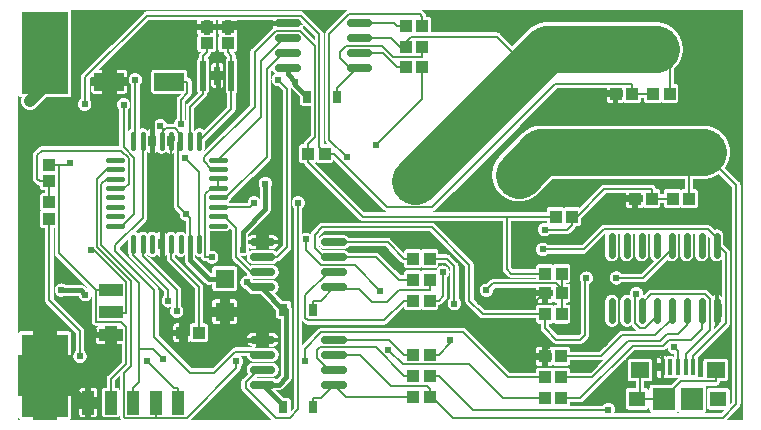
<source format=gbl>
G04 Layer: BottomLayer*
G04 EasyEDA v5.9.41, Fri, 08 Feb 2019 23:39:09 GMT*
G04 113b46e1fbc2432c9b03807f1b5d6b43*
G04 Gerber Generator version 0.2*
G04 Scale: 100 percent, Rotated: No, Reflected: No *
G04 Dimensions in millimeters *
G04 leading zeros omitted , absolute positions ,3 integer and 3 decimal *
%FSLAX33Y33*%
%MOMM*%
G90*
G71D02*

%ADD11C,3.999992*%
%ADD12C,0.200000*%
%ADD13C,0.399999*%
%ADD15C,0.999998*%
%ADD17C,0.599999*%
%ADD18C,1.399997*%
%ADD19C,0.620014*%
%ADD20C,0.619760*%
%ADD21R,3.999992X7.000011*%
%ADD24R,1.099998X0.999998*%
%ADD25R,0.999998X1.099998*%
%ADD26R,1.600200X1.600200*%
%ADD30C,0.699999*%
%ADD31C,0.450012*%
%ADD32R,1.600200X1.399540*%
%ADD33R,1.450340X1.300480*%
%ADD34R,1.899920X1.899920*%
%ADD35R,0.398780X1.348740*%
%ADD36R,0.499999X2.499995*%
%ADD37R,0.499999X1.599997*%
%ADD38R,0.799998X0.999998*%
%ADD39R,2.540000X1.524000*%
%ADD40R,1.999996X0.999998*%
%ADD41R,0.999998X1.999996*%

%LPD*%
G36*
G01X4513Y152D02*
G01X4517Y154D01*
G01X4521Y156D01*
G01X4525Y158D01*
G01X4529Y160D01*
G01X4533Y162D01*
G01X4537Y164D01*
G01X4541Y166D01*
G01X4545Y168D01*
G01X4549Y171D01*
G01X4552Y173D01*
G01X4556Y176D01*
G01X4560Y178D01*
G01X4564Y181D01*
G01X4567Y184D01*
G01X4571Y186D01*
G01X4574Y189D01*
G01X4578Y192D01*
G01X4581Y195D01*
G01X4584Y198D01*
G01X4588Y201D01*
G01X4591Y204D01*
G01X4594Y207D01*
G01X4597Y211D01*
G01X4600Y214D01*
G01X4603Y217D01*
G01X4606Y221D01*
G01X4609Y224D01*
G01X4612Y227D01*
G01X4615Y231D01*
G01X4617Y235D01*
G01X4620Y238D01*
G01X4622Y242D01*
G01X4625Y246D01*
G01X4627Y249D01*
G01X4630Y253D01*
G01X4632Y257D01*
G01X4634Y261D01*
G01X4636Y265D01*
G01X4639Y269D01*
G01X4641Y273D01*
G01X4643Y277D01*
G01X4644Y281D01*
G01X4646Y285D01*
G01X4648Y289D01*
G01X4650Y293D01*
G01X4651Y298D01*
G01X4653Y302D01*
G01X4654Y306D01*
G01X4656Y310D01*
G01X4657Y315D01*
G01X4658Y319D01*
G01X4659Y323D01*
G01X4660Y328D01*
G01X4661Y332D01*
G01X4662Y336D01*
G01X4663Y341D01*
G01X4664Y345D01*
G01X8075Y345D01*
G01X8075Y152D01*
G01X4513Y152D01*
G37*

%LPD*%
G36*
G01X8075Y152D02*
G01X8075Y345D01*
G01X8793Y345D01*
G01X8793Y345D01*
G01X8794Y339D01*
G01X8795Y333D01*
G01X8796Y327D01*
G01X8797Y321D01*
G01X8798Y315D01*
G01X8800Y309D01*
G01X8801Y302D01*
G01X8803Y296D01*
G01X8805Y291D01*
G01X8807Y285D01*
G01X8809Y279D01*
G01X8811Y273D01*
G01X8813Y267D01*
G01X8816Y261D01*
G01X8818Y255D01*
G01X8820Y250D01*
G01X8823Y244D01*
G01X8826Y238D01*
G01X8829Y233D01*
G01X8832Y227D01*
G01X8835Y222D01*
G01X8838Y217D01*
G01X8841Y211D01*
G01X8844Y206D01*
G01X8847Y201D01*
G01X8851Y195D01*
G01X8855Y190D01*
G01X8858Y185D01*
G01X8862Y180D01*
G01X8866Y175D01*
G01X8870Y171D01*
G01X8874Y166D01*
G01X8878Y161D01*
G01X8882Y156D01*
G01X8886Y152D01*
G01X8075Y152D01*
G37*

%LPD*%
G36*
G01X6595Y345D02*
G01X6600Y345D01*
G01X6604Y345D01*
G01X6609Y346D01*
G01X6613Y346D01*
G01X6618Y346D01*
G01X6622Y347D01*
G01X6627Y347D01*
G01X6631Y348D01*
G01X6636Y348D01*
G01X6640Y349D01*
G01X6645Y350D01*
G01X6649Y351D01*
G01X6653Y352D01*
G01X6658Y353D01*
G01X6662Y354D01*
G01X6666Y355D01*
G01X6671Y357D01*
G01X6675Y358D01*
G01X6679Y359D01*
G01X6683Y361D01*
G01X6688Y362D01*
G01X6692Y364D01*
G01X6696Y366D01*
G01X6700Y368D01*
G01X6704Y370D01*
G01X6708Y372D01*
G01X6712Y374D01*
G01X6716Y376D01*
G01X6720Y378D01*
G01X6724Y380D01*
G01X6728Y382D01*
G01X6732Y385D01*
G01X6735Y387D01*
G01X6739Y390D01*
G01X6743Y392D01*
G01X6747Y395D01*
G01X6750Y398D01*
G01X6754Y400D01*
G01X6757Y403D01*
G01X6761Y406D01*
G01X6764Y409D01*
G01X6767Y412D01*
G01X6771Y415D01*
G01X6774Y418D01*
G01X6777Y421D01*
G01X6780Y425D01*
G01X6783Y428D01*
G01X6786Y431D01*
G01X6789Y435D01*
G01X6792Y438D01*
G01X6795Y442D01*
G01X6798Y445D01*
G01X6800Y449D01*
G01X6803Y452D01*
G01X6806Y456D01*
G01X6808Y460D01*
G01X6810Y463D01*
G01X6813Y467D01*
G01X6815Y471D01*
G01X6817Y475D01*
G01X6820Y479D01*
G01X6822Y483D01*
G01X6824Y487D01*
G01X6826Y491D01*
G01X6828Y495D01*
G01X6829Y499D01*
G01X6831Y503D01*
G01X6833Y508D01*
G01X6834Y512D01*
G01X6836Y516D01*
G01X6837Y520D01*
G01X6839Y524D01*
G01X6840Y529D01*
G01X6841Y533D01*
G01X6842Y537D01*
G01X6843Y542D01*
G01X6844Y546D01*
G01X6845Y551D01*
G01X6846Y555D01*
G01X6847Y559D01*
G01X6847Y564D01*
G01X6848Y568D01*
G01X6849Y573D01*
G01X6849Y577D01*
G01X6849Y582D01*
G01X6850Y586D01*
G01X6850Y591D01*
G01X6850Y595D01*
G01X6850Y600D01*
G01X6850Y1100D01*
G01X7246Y1100D01*
G01X7246Y600D01*
G01X7246Y595D01*
G01X7246Y591D01*
G01X7246Y586D01*
G01X7247Y582D01*
G01X7247Y577D01*
G01X7247Y573D01*
G01X7248Y568D01*
G01X7249Y564D01*
G01X7249Y559D01*
G01X7250Y555D01*
G01X7251Y551D01*
G01X7252Y546D01*
G01X7253Y542D01*
G01X7254Y537D01*
G01X7255Y533D01*
G01X7256Y529D01*
G01X7257Y524D01*
G01X7259Y520D01*
G01X7260Y516D01*
G01X7262Y512D01*
G01X7263Y508D01*
G01X7265Y503D01*
G01X7267Y499D01*
G01X7268Y495D01*
G01X7270Y491D01*
G01X7272Y487D01*
G01X7274Y483D01*
G01X7276Y479D01*
G01X7279Y475D01*
G01X7281Y471D01*
G01X7283Y467D01*
G01X7286Y463D01*
G01X7288Y460D01*
G01X7290Y456D01*
G01X7293Y452D01*
G01X7296Y449D01*
G01X7298Y445D01*
G01X7301Y442D01*
G01X7304Y438D01*
G01X7307Y435D01*
G01X7310Y431D01*
G01X7313Y428D01*
G01X7316Y425D01*
G01X7319Y421D01*
G01X7322Y418D01*
G01X7325Y415D01*
G01X7329Y412D01*
G01X7332Y409D01*
G01X7335Y406D01*
G01X7339Y403D01*
G01X7342Y400D01*
G01X7346Y398D01*
G01X7349Y395D01*
G01X7353Y392D01*
G01X7357Y390D01*
G01X7361Y387D01*
G01X7364Y385D01*
G01X7368Y382D01*
G01X7372Y380D01*
G01X7376Y378D01*
G01X7380Y376D01*
G01X7384Y374D01*
G01X7388Y372D01*
G01X7392Y370D01*
G01X7396Y368D01*
G01X7400Y366D01*
G01X7404Y364D01*
G01X7408Y362D01*
G01X7413Y361D01*
G01X7417Y359D01*
G01X7421Y358D01*
G01X7425Y357D01*
G01X7430Y355D01*
G01X7434Y354D01*
G01X7438Y353D01*
G01X7443Y352D01*
G01X7447Y351D01*
G01X7451Y350D01*
G01X7456Y349D01*
G01X7460Y348D01*
G01X7465Y348D01*
G01X7469Y347D01*
G01X7474Y347D01*
G01X7478Y346D01*
G01X7483Y346D01*
G01X7487Y346D01*
G01X7492Y345D01*
G01X7496Y345D01*
G01X7501Y345D01*
G01X6595Y345D01*
G37*

%LPD*%
G36*
G01X5846Y345D02*
G01X5846Y1100D01*
G01X6345Y1100D01*
G01X6345Y345D01*
G01X5846Y345D01*
G37*

%LPD*%
G36*
G01X4664Y345D02*
G01X4664Y350D01*
G01X4665Y354D01*
G01X4666Y359D01*
G01X4666Y363D01*
G01X4666Y368D01*
G01X4667Y372D01*
G01X4667Y377D01*
G01X4667Y381D01*
G01X4667Y386D01*
G01X4667Y1100D01*
G01X5341Y1100D01*
G01X5341Y600D01*
G01X5341Y595D01*
G01X5341Y591D01*
G01X5341Y586D01*
G01X5342Y582D01*
G01X5342Y577D01*
G01X5342Y573D01*
G01X5343Y568D01*
G01X5344Y564D01*
G01X5344Y559D01*
G01X5345Y555D01*
G01X5346Y551D01*
G01X5347Y546D01*
G01X5348Y542D01*
G01X5349Y537D01*
G01X5350Y533D01*
G01X5351Y529D01*
G01X5352Y524D01*
G01X5354Y520D01*
G01X5355Y516D01*
G01X5357Y512D01*
G01X5358Y508D01*
G01X5360Y503D01*
G01X5362Y499D01*
G01X5363Y495D01*
G01X5365Y491D01*
G01X5367Y487D01*
G01X5369Y483D01*
G01X5371Y479D01*
G01X5374Y475D01*
G01X5376Y471D01*
G01X5378Y467D01*
G01X5381Y463D01*
G01X5383Y460D01*
G01X5385Y456D01*
G01X5388Y452D01*
G01X5391Y449D01*
G01X5393Y445D01*
G01X5396Y442D01*
G01X5399Y438D01*
G01X5402Y435D01*
G01X5405Y431D01*
G01X5408Y428D01*
G01X5411Y425D01*
G01X5414Y421D01*
G01X5417Y418D01*
G01X5420Y415D01*
G01X5424Y412D01*
G01X5427Y409D01*
G01X5430Y406D01*
G01X5434Y403D01*
G01X5437Y400D01*
G01X5441Y398D01*
G01X5444Y395D01*
G01X5448Y392D01*
G01X5452Y390D01*
G01X5456Y387D01*
G01X5459Y385D01*
G01X5463Y382D01*
G01X5467Y380D01*
G01X5471Y378D01*
G01X5475Y376D01*
G01X5479Y374D01*
G01X5483Y372D01*
G01X5487Y370D01*
G01X5491Y368D01*
G01X5495Y366D01*
G01X5499Y364D01*
G01X5503Y362D01*
G01X5508Y361D01*
G01X5512Y359D01*
G01X5516Y358D01*
G01X5520Y357D01*
G01X5525Y355D01*
G01X5529Y354D01*
G01X5533Y353D01*
G01X5538Y352D01*
G01X5542Y351D01*
G01X5546Y350D01*
G01X5551Y349D01*
G01X5555Y348D01*
G01X5560Y348D01*
G01X5564Y347D01*
G01X5569Y347D01*
G01X5573Y346D01*
G01X5578Y346D01*
G01X5582Y346D01*
G01X5587Y345D01*
G01X5591Y345D01*
G01X5596Y345D01*
G01X4664Y345D01*
G37*

%LPD*%
G36*
G01X8500Y345D02*
G01X8505Y345D01*
G01X8509Y345D01*
G01X8514Y346D01*
G01X8518Y346D01*
G01X8523Y346D01*
G01X8527Y347D01*
G01X8532Y347D01*
G01X8536Y348D01*
G01X8541Y348D01*
G01X8545Y349D01*
G01X8550Y350D01*
G01X8554Y351D01*
G01X8558Y352D01*
G01X8563Y353D01*
G01X8567Y354D01*
G01X8571Y355D01*
G01X8576Y357D01*
G01X8580Y358D01*
G01X8584Y359D01*
G01X8588Y361D01*
G01X8593Y362D01*
G01X8597Y364D01*
G01X8601Y366D01*
G01X8605Y368D01*
G01X8609Y370D01*
G01X8613Y372D01*
G01X8617Y374D01*
G01X8621Y376D01*
G01X8625Y378D01*
G01X8629Y380D01*
G01X8633Y382D01*
G01X8637Y385D01*
G01X8640Y387D01*
G01X8644Y390D01*
G01X8648Y392D01*
G01X8652Y395D01*
G01X8655Y398D01*
G01X8659Y400D01*
G01X8662Y403D01*
G01X8666Y406D01*
G01X8669Y409D01*
G01X8672Y412D01*
G01X8676Y415D01*
G01X8679Y418D01*
G01X8682Y421D01*
G01X8685Y425D01*
G01X8688Y428D01*
G01X8691Y431D01*
G01X8694Y435D01*
G01X8697Y438D01*
G01X8700Y442D01*
G01X8703Y445D01*
G01X8705Y449D01*
G01X8708Y452D01*
G01X8711Y456D01*
G01X8713Y460D01*
G01X8715Y463D01*
G01X8718Y467D01*
G01X8720Y471D01*
G01X8722Y475D01*
G01X8725Y479D01*
G01X8727Y483D01*
G01X8729Y487D01*
G01X8731Y491D01*
G01X8733Y495D01*
G01X8734Y499D01*
G01X8736Y503D01*
G01X8738Y508D01*
G01X8739Y512D01*
G01X8741Y516D01*
G01X8742Y520D01*
G01X8744Y524D01*
G01X8745Y529D01*
G01X8746Y533D01*
G01X8747Y537D01*
G01X8748Y542D01*
G01X8749Y546D01*
G01X8750Y551D01*
G01X8751Y555D01*
G01X8752Y559D01*
G01X8752Y564D01*
G01X8753Y568D01*
G01X8754Y573D01*
G01X8754Y577D01*
G01X8754Y582D01*
G01X8755Y586D01*
G01X8755Y591D01*
G01X8755Y595D01*
G01X8755Y600D01*
G01X8755Y2600D01*
G01X8755Y2604D01*
G01X8755Y2609D01*
G01X8755Y2613D01*
G01X8754Y2618D01*
G01X8754Y2622D01*
G01X8754Y2627D01*
G01X8753Y2631D01*
G01X8752Y2636D01*
G01X8752Y2640D01*
G01X8751Y2644D01*
G01X8750Y2649D01*
G01X8749Y2653D01*
G01X8748Y2658D01*
G01X8747Y2662D01*
G01X8746Y2666D01*
G01X8745Y2671D01*
G01X8744Y2675D01*
G01X8742Y2679D01*
G01X8741Y2683D01*
G01X8739Y2688D01*
G01X8738Y2692D01*
G01X8736Y2696D01*
G01X8734Y2700D01*
G01X8733Y2704D01*
G01X8731Y2708D01*
G01X8729Y2712D01*
G01X8727Y2716D01*
G01X8725Y2720D01*
G01X8722Y2724D01*
G01X8720Y2728D01*
G01X8718Y2732D01*
G01X8715Y2736D01*
G01X8713Y2740D01*
G01X8711Y2743D01*
G01X8708Y2747D01*
G01X8705Y2751D01*
G01X8703Y2754D01*
G01X8700Y2758D01*
G01X8697Y2761D01*
G01X8694Y2765D01*
G01X8691Y2768D01*
G01X8688Y2772D01*
G01X8685Y2775D01*
G01X8682Y2778D01*
G01X8679Y2781D01*
G01X8676Y2784D01*
G01X8672Y2787D01*
G01X8669Y2790D01*
G01X8666Y2793D01*
G01X8662Y2796D01*
G01X8659Y2799D01*
G01X8655Y2802D01*
G01X8652Y2805D01*
G01X8648Y2807D01*
G01X8644Y2810D01*
G01X8640Y2812D01*
G01X8637Y2815D01*
G01X8633Y2817D01*
G01X8629Y2819D01*
G01X8625Y2822D01*
G01X8621Y2824D01*
G01X8617Y2826D01*
G01X8613Y2828D01*
G01X8609Y2830D01*
G01X8605Y2832D01*
G01X8601Y2834D01*
G01X8597Y2835D01*
G01X8593Y2837D01*
G01X8588Y2839D01*
G01X8584Y2840D01*
G01X8580Y2841D01*
G01X8576Y2843D01*
G01X8571Y2844D01*
G01X8567Y2845D01*
G01X8563Y2846D01*
G01X8558Y2848D01*
G01X8554Y2849D01*
G01X8550Y2849D01*
G01X8545Y2850D01*
G01X8541Y2851D01*
G01X8536Y2852D01*
G01X8532Y2852D01*
G01X8527Y2853D01*
G01X8523Y2853D01*
G01X8518Y2854D01*
G01X8514Y2854D01*
G01X8509Y2854D01*
G01X8505Y2854D01*
G01X8500Y2854D01*
G01X8789Y2854D01*
G01X8789Y396D01*
G01X8789Y396D01*
G01X8789Y389D01*
G01X8789Y383D01*
G01X8790Y377D01*
G01X8790Y370D01*
G01X8790Y364D01*
G01X8791Y358D01*
G01X8792Y351D01*
G01X8793Y345D01*
G01X8793Y345D01*
G01X8500Y345D01*
G37*

%LPD*%
G36*
G01X4667Y1100D02*
G01X4667Y2100D01*
G01X7246Y2100D01*
G01X7246Y1100D01*
G01X4667Y1100D01*
G37*

%LPD*%
G36*
G01X8355Y2854D02*
G01X8355Y3475D01*
G01X8789Y3909D01*
G01X8789Y2854D01*
G01X8355Y2854D01*
G37*

%LPD*%
G36*
G01X6850Y2100D02*
G01X6850Y2600D01*
G01X6850Y2604D01*
G01X6850Y2609D01*
G01X6850Y2613D01*
G01X6849Y2618D01*
G01X6849Y2622D01*
G01X6849Y2627D01*
G01X6848Y2631D01*
G01X6847Y2636D01*
G01X6847Y2640D01*
G01X6846Y2644D01*
G01X6845Y2649D01*
G01X6844Y2653D01*
G01X6843Y2658D01*
G01X6842Y2662D01*
G01X6841Y2666D01*
G01X6840Y2671D01*
G01X6839Y2675D01*
G01X6837Y2679D01*
G01X6836Y2683D01*
G01X6834Y2688D01*
G01X6833Y2692D01*
G01X6831Y2696D01*
G01X6829Y2700D01*
G01X6828Y2704D01*
G01X6826Y2708D01*
G01X6824Y2712D01*
G01X6822Y2716D01*
G01X6820Y2720D01*
G01X6817Y2724D01*
G01X6815Y2728D01*
G01X6813Y2732D01*
G01X6810Y2736D01*
G01X6808Y2740D01*
G01X6806Y2743D01*
G01X6803Y2747D01*
G01X6800Y2751D01*
G01X6798Y2754D01*
G01X6795Y2758D01*
G01X6792Y2761D01*
G01X6789Y2765D01*
G01X6786Y2768D01*
G01X6783Y2772D01*
G01X6780Y2775D01*
G01X6777Y2778D01*
G01X6774Y2781D01*
G01X6771Y2784D01*
G01X6767Y2787D01*
G01X6764Y2790D01*
G01X6761Y2793D01*
G01X6757Y2796D01*
G01X6754Y2799D01*
G01X6750Y2802D01*
G01X6747Y2805D01*
G01X6743Y2807D01*
G01X6739Y2810D01*
G01X6735Y2812D01*
G01X6732Y2815D01*
G01X6728Y2817D01*
G01X6724Y2819D01*
G01X6720Y2822D01*
G01X6716Y2824D01*
G01X6712Y2826D01*
G01X6708Y2828D01*
G01X6704Y2830D01*
G01X6700Y2832D01*
G01X6696Y2834D01*
G01X6692Y2835D01*
G01X6688Y2837D01*
G01X6683Y2839D01*
G01X6679Y2840D01*
G01X6675Y2841D01*
G01X6671Y2843D01*
G01X6666Y2844D01*
G01X6662Y2845D01*
G01X6658Y2846D01*
G01X6653Y2848D01*
G01X6649Y2849D01*
G01X6645Y2849D01*
G01X6640Y2850D01*
G01X6636Y2851D01*
G01X6631Y2852D01*
G01X6627Y2852D01*
G01X6622Y2853D01*
G01X6618Y2853D01*
G01X6613Y2854D01*
G01X6609Y2854D01*
G01X6604Y2854D01*
G01X6600Y2854D01*
G01X6595Y2854D01*
G01X7501Y2854D01*
G01X7496Y2854D01*
G01X7492Y2854D01*
G01X7487Y2854D01*
G01X7483Y2854D01*
G01X7478Y2853D01*
G01X7474Y2853D01*
G01X7469Y2852D01*
G01X7465Y2852D01*
G01X7460Y2851D01*
G01X7456Y2850D01*
G01X7451Y2849D01*
G01X7447Y2849D01*
G01X7443Y2848D01*
G01X7438Y2846D01*
G01X7434Y2845D01*
G01X7430Y2844D01*
G01X7425Y2843D01*
G01X7421Y2841D01*
G01X7417Y2840D01*
G01X7413Y2839D01*
G01X7408Y2837D01*
G01X7404Y2835D01*
G01X7400Y2834D01*
G01X7396Y2832D01*
G01X7392Y2830D01*
G01X7388Y2828D01*
G01X7384Y2826D01*
G01X7380Y2824D01*
G01X7376Y2822D01*
G01X7372Y2819D01*
G01X7368Y2817D01*
G01X7364Y2815D01*
G01X7361Y2812D01*
G01X7357Y2810D01*
G01X7353Y2807D01*
G01X7349Y2805D01*
G01X7346Y2802D01*
G01X7342Y2799D01*
G01X7339Y2796D01*
G01X7335Y2793D01*
G01X7332Y2790D01*
G01X7329Y2787D01*
G01X7325Y2784D01*
G01X7322Y2781D01*
G01X7319Y2778D01*
G01X7316Y2775D01*
G01X7313Y2772D01*
G01X7310Y2768D01*
G01X7307Y2765D01*
G01X7304Y2761D01*
G01X7301Y2758D01*
G01X7298Y2754D01*
G01X7296Y2751D01*
G01X7293Y2747D01*
G01X7290Y2743D01*
G01X7288Y2740D01*
G01X7286Y2736D01*
G01X7283Y2732D01*
G01X7281Y2728D01*
G01X7279Y2724D01*
G01X7276Y2720D01*
G01X7274Y2716D01*
G01X7272Y2712D01*
G01X7270Y2708D01*
G01X7268Y2704D01*
G01X7267Y2700D01*
G01X7265Y2696D01*
G01X7263Y2692D01*
G01X7262Y2688D01*
G01X7260Y2683D01*
G01X7259Y2679D01*
G01X7257Y2675D01*
G01X7256Y2671D01*
G01X7255Y2666D01*
G01X7254Y2662D01*
G01X7253Y2658D01*
G01X7252Y2653D01*
G01X7251Y2649D01*
G01X7250Y2644D01*
G01X7249Y2640D01*
G01X7249Y2636D01*
G01X7248Y2631D01*
G01X7247Y2627D01*
G01X7247Y2622D01*
G01X7247Y2618D01*
G01X7246Y2613D01*
G01X7246Y2609D01*
G01X7246Y2604D01*
G01X7246Y2600D01*
G01X7246Y2100D01*
G01X6850Y2100D01*
G37*

%LPD*%
G36*
G01X5846Y2100D02*
G01X5846Y2854D01*
G01X6345Y2854D01*
G01X6345Y2100D01*
G01X5846Y2100D01*
G37*

%LPD*%
G36*
G01X4667Y2100D02*
G01X4667Y2136D01*
G01X5341Y2136D01*
G01X5341Y2100D01*
G01X4667Y2100D01*
G37*

%LPD*%
G36*
G01X152Y2854D02*
G01X152Y3872D01*
G01X7750Y3872D01*
G01X7750Y3872D01*
G01X7745Y3868D01*
G01X7741Y3863D01*
G01X7737Y3859D01*
G01X7733Y3854D01*
G01X7729Y3849D01*
G01X7725Y3845D01*
G01X7721Y3840D01*
G01X7717Y3835D01*
G01X7714Y3830D01*
G01X7710Y3825D01*
G01X7707Y3820D01*
G01X7703Y3815D01*
G01X7700Y3809D01*
G01X7697Y3804D01*
G01X7693Y3799D01*
G01X7690Y3793D01*
G01X7687Y3788D01*
G01X7685Y3782D01*
G01X7682Y3777D01*
G01X7679Y3771D01*
G01X7677Y3766D01*
G01X7674Y3760D01*
G01X7672Y3754D01*
G01X7670Y3749D01*
G01X7667Y3743D01*
G01X7665Y3737D01*
G01X7663Y3731D01*
G01X7661Y3725D01*
G01X7660Y3719D01*
G01X7658Y3713D01*
G01X7657Y3707D01*
G01X7655Y3701D01*
G01X7654Y3695D01*
G01X7653Y3689D01*
G01X7651Y3683D01*
G01X7650Y3677D01*
G01X7649Y3671D01*
G01X7649Y3665D01*
G01X7648Y3659D01*
G01X7647Y3652D01*
G01X7647Y3646D01*
G01X7646Y3640D01*
G01X7646Y3634D01*
G01X7646Y3628D01*
G01X7646Y3622D01*
G01X7646Y2854D01*
G01X152Y2854D01*
G37*

%LPD*%
G36*
G01X152Y2136D02*
G01X152Y2854D01*
G01X5596Y2854D01*
G01X5591Y2854D01*
G01X5587Y2854D01*
G01X5582Y2854D01*
G01X5578Y2854D01*
G01X5573Y2853D01*
G01X5569Y2853D01*
G01X5564Y2852D01*
G01X5560Y2852D01*
G01X5555Y2851D01*
G01X5551Y2850D01*
G01X5546Y2849D01*
G01X5542Y2849D01*
G01X5538Y2848D01*
G01X5533Y2846D01*
G01X5529Y2845D01*
G01X5525Y2844D01*
G01X5520Y2843D01*
G01X5516Y2841D01*
G01X5512Y2840D01*
G01X5508Y2839D01*
G01X5503Y2837D01*
G01X5499Y2835D01*
G01X5495Y2834D01*
G01X5491Y2832D01*
G01X5487Y2830D01*
G01X5483Y2828D01*
G01X5479Y2826D01*
G01X5475Y2824D01*
G01X5471Y2822D01*
G01X5467Y2819D01*
G01X5463Y2817D01*
G01X5459Y2815D01*
G01X5456Y2812D01*
G01X5452Y2810D01*
G01X5448Y2807D01*
G01X5444Y2805D01*
G01X5441Y2802D01*
G01X5437Y2799D01*
G01X5434Y2796D01*
G01X5430Y2793D01*
G01X5427Y2790D01*
G01X5424Y2787D01*
G01X5420Y2784D01*
G01X5417Y2781D01*
G01X5414Y2778D01*
G01X5411Y2775D01*
G01X5408Y2772D01*
G01X5405Y2768D01*
G01X5402Y2765D01*
G01X5399Y2761D01*
G01X5396Y2758D01*
G01X5393Y2754D01*
G01X5391Y2751D01*
G01X5388Y2747D01*
G01X5385Y2743D01*
G01X5383Y2740D01*
G01X5381Y2736D01*
G01X5378Y2732D01*
G01X5376Y2728D01*
G01X5374Y2724D01*
G01X5371Y2720D01*
G01X5369Y2716D01*
G01X5367Y2712D01*
G01X5365Y2708D01*
G01X5363Y2704D01*
G01X5362Y2700D01*
G01X5360Y2696D01*
G01X5358Y2692D01*
G01X5357Y2688D01*
G01X5355Y2683D01*
G01X5354Y2679D01*
G01X5352Y2675D01*
G01X5351Y2671D01*
G01X5350Y2666D01*
G01X5349Y2662D01*
G01X5348Y2658D01*
G01X5347Y2653D01*
G01X5346Y2649D01*
G01X5345Y2644D01*
G01X5344Y2640D01*
G01X5344Y2636D01*
G01X5343Y2631D01*
G01X5342Y2627D01*
G01X5342Y2622D01*
G01X5342Y2618D01*
G01X5341Y2613D01*
G01X5341Y2609D01*
G01X5341Y2604D01*
G01X5341Y2600D01*
G01X5341Y2136D01*
G01X152Y2136D01*
G37*

%LPD*%
G36*
G01X152Y3872D02*
G01X152Y4957D01*
G01X8075Y4957D01*
G01X8075Y4197D01*
G01X7750Y3872D01*
G01X152Y3872D01*
G37*

%LPD*%
G36*
G01X152Y152D02*
G01X152Y2136D01*
G01X158Y2136D01*
G01X158Y386D01*
G01X158Y386D01*
G01X158Y381D01*
G01X158Y377D01*
G01X158Y372D01*
G01X159Y368D01*
G01X159Y363D01*
G01X159Y359D01*
G01X160Y354D01*
G01X161Y350D01*
G01X161Y345D01*
G01X162Y341D01*
G01X163Y337D01*
G01X164Y332D01*
G01X165Y328D01*
G01X166Y323D01*
G01X167Y319D01*
G01X168Y315D01*
G01X169Y310D01*
G01X171Y306D01*
G01X172Y302D01*
G01X174Y298D01*
G01X175Y294D01*
G01X177Y289D01*
G01X179Y285D01*
G01X180Y281D01*
G01X182Y277D01*
G01X184Y273D01*
G01X186Y269D01*
G01X188Y265D01*
G01X191Y261D01*
G01X193Y257D01*
G01X195Y253D01*
G01X198Y250D01*
G01X200Y246D01*
G01X202Y242D01*
G01X205Y238D01*
G01X208Y235D01*
G01X210Y231D01*
G01X213Y228D01*
G01X216Y224D01*
G01X219Y221D01*
G01X222Y217D01*
G01X225Y214D01*
G01X228Y211D01*
G01X231Y207D01*
G01X234Y204D01*
G01X237Y201D01*
G01X241Y198D01*
G01X244Y195D01*
G01X247Y192D01*
G01X251Y189D01*
G01X254Y186D01*
G01X258Y184D01*
G01X261Y181D01*
G01X265Y178D01*
G01X269Y176D01*
G01X272Y173D01*
G01X276Y171D01*
G01X280Y168D01*
G01X284Y166D01*
G01X288Y164D01*
G01X292Y162D01*
G01X296Y160D01*
G01X300Y158D01*
G01X304Y156D01*
G01X308Y154D01*
G01X312Y152D01*
G01X312Y152D01*
G01X152Y152D01*
G37*

%LPD*%
G36*
G01X1413Y152D02*
G01X1413Y2136D01*
G01X3412Y2136D01*
G01X3412Y152D01*
G01X1413Y152D01*
G37*

%LPD*%
G36*
G01X5389Y4957D02*
G01X5389Y4957D01*
G01X5399Y4957D01*
G01X5409Y4957D01*
G01X5419Y4958D01*
G01X5429Y4958D01*
G01X5439Y4959D01*
G01X5448Y4960D01*
G01X5458Y4961D01*
G01X5468Y4962D01*
G01X5478Y4964D01*
G01X5487Y4966D01*
G01X5497Y4967D01*
G01X5507Y4969D01*
G01X5516Y4971D01*
G01X5526Y4974D01*
G01X5536Y4976D01*
G01X5545Y4979D01*
G01X5555Y4982D01*
G01X5564Y4985D01*
G01X5573Y4988D01*
G01X5583Y4991D01*
G01X5592Y4994D01*
G01X5601Y4998D01*
G01X5610Y5002D01*
G01X5619Y5006D01*
G01X5628Y5010D01*
G01X5637Y5014D01*
G01X5646Y5019D01*
G01X5655Y5023D01*
G01X5663Y5028D01*
G01X5672Y5033D01*
G01X5680Y5038D01*
G01X5689Y5043D01*
G01X5697Y5048D01*
G01X5705Y5054D01*
G01X5713Y5059D01*
G01X5721Y5065D01*
G01X5729Y5071D01*
G01X5737Y5077D01*
G01X5745Y5083D01*
G01X5752Y5089D01*
G01X5760Y5096D01*
G01X5767Y5102D01*
G01X5775Y5109D01*
G01X5782Y5116D01*
G01X5789Y5123D01*
G01X5796Y5130D01*
G01X5802Y5137D01*
G01X5809Y5144D01*
G01X5816Y5151D01*
G01X5822Y5159D01*
G01X5828Y5166D01*
G01X5834Y5174D01*
G01X5840Y5182D01*
G01X5846Y5190D01*
G01X5852Y5198D01*
G01X5858Y5206D01*
G01X5863Y5214D01*
G01X5868Y5223D01*
G01X5873Y5231D01*
G01X5878Y5240D01*
G01X5883Y5248D01*
G01X5888Y5257D01*
G01X5893Y5266D01*
G01X5897Y5274D01*
G01X5901Y5283D01*
G01X5905Y5292D01*
G01X5909Y5301D01*
G01X5913Y5310D01*
G01X5917Y5320D01*
G01X5920Y5329D01*
G01X5923Y5338D01*
G01X5926Y5347D01*
G01X5929Y5357D01*
G01X5932Y5366D01*
G01X5935Y5376D01*
G01X5937Y5385D01*
G01X5940Y5395D01*
G01X5942Y5405D01*
G01X5944Y5414D01*
G01X5945Y5424D01*
G01X5947Y5434D01*
G01X5948Y5443D01*
G01X5950Y5453D01*
G01X5951Y5463D01*
G01X5952Y5473D01*
G01X5953Y5483D01*
G01X5953Y5493D01*
G01X5954Y5502D01*
G01X5954Y5512D01*
G01X5954Y5522D01*
G01X5954Y5532D01*
G01X5954Y5542D01*
G01X5953Y5552D01*
G01X5952Y5561D01*
G01X5952Y5571D01*
G01X5951Y5581D01*
G01X5950Y5591D01*
G01X5948Y5601D01*
G01X5947Y5610D01*
G01X5945Y5620D01*
G01X5943Y5630D01*
G01X5941Y5640D01*
G01X5939Y5649D01*
G01X5937Y5659D01*
G01X5934Y5668D01*
G01X5932Y5678D01*
G01X5929Y5687D01*
G01X5926Y5697D01*
G01X5923Y5706D01*
G01X5920Y5715D01*
G01X5916Y5724D01*
G01X5912Y5734D01*
G01X5909Y5743D01*
G01X5905Y5752D01*
G01X5901Y5761D01*
G01X5896Y5770D01*
G01X5892Y5778D01*
G01X5887Y5787D01*
G01X5883Y5796D01*
G01X5878Y5804D01*
G01X5873Y5813D01*
G01X5868Y5821D01*
G01X5862Y5830D01*
G01X5857Y5838D01*
G01X5851Y5846D01*
G01X5846Y5854D01*
G01X5840Y5862D01*
G01X5834Y5870D01*
G01X5828Y5877D01*
G01X5821Y5885D01*
G01X5815Y5892D01*
G01X5808Y5900D01*
G01X5802Y5907D01*
G01X5795Y5914D01*
G01X5788Y5921D01*
G01X5781Y5928D01*
G01X5774Y5935D01*
G01X5766Y5942D01*
G01X5759Y5948D01*
G01X5752Y5955D01*
G01X5744Y5961D01*
G01X5744Y6560D01*
G01X8075Y6560D01*
G01X8075Y4957D01*
G01X5389Y4957D01*
G37*

%LPD*%
G36*
G01X152Y4957D02*
G01X152Y5636D01*
G01X4837Y5636D01*
G01X4835Y5626D01*
G01X4833Y5616D01*
G01X4831Y5606D01*
G01X4830Y5597D01*
G01X4829Y5587D01*
G01X4828Y5577D01*
G01X4827Y5567D01*
G01X4826Y5557D01*
G01X4825Y5547D01*
G01X4825Y5537D01*
G01X4825Y5527D01*
G01X4825Y5517D01*
G01X4825Y5508D01*
G01X4825Y5498D01*
G01X4826Y5488D01*
G01X4827Y5478D01*
G01X4827Y5468D01*
G01X4828Y5458D01*
G01X4830Y5448D01*
G01X4831Y5438D01*
G01X4833Y5429D01*
G01X4834Y5419D01*
G01X4836Y5409D01*
G01X4838Y5399D01*
G01X4840Y5390D01*
G01X4843Y5380D01*
G01X4845Y5371D01*
G01X4848Y5361D01*
G01X4851Y5352D01*
G01X4854Y5342D01*
G01X4857Y5333D01*
G01X4861Y5323D01*
G01X4864Y5314D01*
G01X4868Y5305D01*
G01X4872Y5296D01*
G01X4876Y5287D01*
G01X4880Y5278D01*
G01X4885Y5269D01*
G01X4889Y5260D01*
G01X4894Y5251D01*
G01X4899Y5243D01*
G01X4904Y5234D01*
G01X4909Y5226D01*
G01X4914Y5217D01*
G01X4919Y5209D01*
G01X4925Y5201D01*
G01X4931Y5193D01*
G01X4936Y5185D01*
G01X4942Y5177D01*
G01X4949Y5169D01*
G01X4955Y5161D01*
G01X4961Y5154D01*
G01X4968Y5146D01*
G01X4974Y5139D01*
G01X4981Y5131D01*
G01X4988Y5124D01*
G01X4995Y5117D01*
G01X5002Y5111D01*
G01X5010Y5104D01*
G01X5017Y5097D01*
G01X5025Y5091D01*
G01X5032Y5084D01*
G01X5040Y5078D01*
G01X5048Y5072D01*
G01X5056Y5066D01*
G01X5064Y5060D01*
G01X5072Y5055D01*
G01X5080Y5049D01*
G01X5088Y5044D01*
G01X5097Y5039D01*
G01X5105Y5034D01*
G01X5114Y5029D01*
G01X5123Y5024D01*
G01X5132Y5019D01*
G01X5140Y5015D01*
G01X5149Y5011D01*
G01X5158Y5006D01*
G01X5167Y5002D01*
G01X5177Y4999D01*
G01X5186Y4995D01*
G01X5195Y4991D01*
G01X5204Y4988D01*
G01X5214Y4985D01*
G01X5223Y4982D01*
G01X5233Y4979D01*
G01X5242Y4976D01*
G01X5252Y4974D01*
G01X5262Y4972D01*
G01X5271Y4969D01*
G01X5281Y4967D01*
G01X5291Y4966D01*
G01X5300Y4964D01*
G01X5310Y4963D01*
G01X5320Y4961D01*
G01X5330Y4960D01*
G01X5340Y4959D01*
G01X5350Y4958D01*
G01X5360Y4958D01*
G01X5370Y4957D01*
G01X5379Y4957D01*
G01X5389Y4957D01*
G01X152Y4957D01*
G37*

%LPD*%
G36*
G01X8075Y4197D02*
G01X8075Y6560D01*
G01X8908Y6560D01*
G01X8908Y5031D01*
G01X8075Y4197D01*
G37*

%LPD*%
G36*
G01X7501Y6560D02*
G01X7501Y7065D01*
G01X8075Y7065D01*
G01X8075Y6560D01*
G01X7501Y6560D01*
G37*

%LPD*%
G36*
G01X8075Y6560D02*
G01X8075Y7065D01*
G01X8500Y7065D01*
G01X8500Y6560D01*
G01X8075Y6560D01*
G37*

%LPD*%
G36*
G01X5744Y6560D02*
G01X5744Y7065D01*
G01X6746Y7065D01*
G01X6746Y6815D01*
G01X6746Y6810D01*
G01X6746Y6806D01*
G01X6746Y6801D01*
G01X6747Y6797D01*
G01X6747Y6792D01*
G01X6747Y6788D01*
G01X6748Y6783D01*
G01X6749Y6779D01*
G01X6749Y6774D01*
G01X6750Y6770D01*
G01X6751Y6766D01*
G01X6752Y6761D01*
G01X6753Y6757D01*
G01X6754Y6752D01*
G01X6755Y6748D01*
G01X6756Y6744D01*
G01X6757Y6739D01*
G01X6759Y6735D01*
G01X6760Y6731D01*
G01X6762Y6727D01*
G01X6763Y6723D01*
G01X6765Y6718D01*
G01X6767Y6714D01*
G01X6768Y6710D01*
G01X6770Y6706D01*
G01X6772Y6702D01*
G01X6774Y6698D01*
G01X6776Y6694D01*
G01X6779Y6690D01*
G01X6781Y6686D01*
G01X6783Y6682D01*
G01X6786Y6678D01*
G01X6788Y6675D01*
G01X6790Y6671D01*
G01X6793Y6667D01*
G01X6796Y6664D01*
G01X6798Y6660D01*
G01X6801Y6657D01*
G01X6804Y6653D01*
G01X6807Y6650D01*
G01X6810Y6646D01*
G01X6813Y6643D01*
G01X6816Y6640D01*
G01X6819Y6636D01*
G01X6822Y6633D01*
G01X6825Y6630D01*
G01X6829Y6627D01*
G01X6832Y6624D01*
G01X6835Y6621D01*
G01X6839Y6618D01*
G01X6842Y6615D01*
G01X6846Y6613D01*
G01X6849Y6610D01*
G01X6853Y6607D01*
G01X6857Y6605D01*
G01X6861Y6602D01*
G01X6864Y6600D01*
G01X6868Y6597D01*
G01X6872Y6595D01*
G01X6876Y6593D01*
G01X6880Y6591D01*
G01X6884Y6589D01*
G01X6888Y6587D01*
G01X6892Y6585D01*
G01X6896Y6583D01*
G01X6900Y6581D01*
G01X6904Y6579D01*
G01X6908Y6577D01*
G01X6913Y6576D01*
G01X6917Y6574D01*
G01X6921Y6573D01*
G01X6925Y6572D01*
G01X6930Y6570D01*
G01X6934Y6569D01*
G01X6938Y6568D01*
G01X6943Y6567D01*
G01X6947Y6566D01*
G01X6951Y6565D01*
G01X6956Y6564D01*
G01X6960Y6563D01*
G01X6965Y6563D01*
G01X6969Y6562D01*
G01X6974Y6562D01*
G01X6978Y6561D01*
G01X6983Y6561D01*
G01X6987Y6561D01*
G01X6992Y6560D01*
G01X6996Y6560D01*
G01X7001Y6560D01*
G01X5744Y6560D01*
G37*

%LPD*%
G36*
G01X4667Y5636D02*
G01X4667Y7386D01*
G01X4667Y7386D01*
G01X4667Y7390D01*
G01X4667Y7395D01*
G01X4667Y7399D01*
G01X4666Y7403D01*
G01X4666Y7408D01*
G01X4666Y7412D01*
G01X4665Y7417D01*
G01X4665Y7421D01*
G01X4664Y7426D01*
G01X4663Y7430D01*
G01X4662Y7434D01*
G01X4661Y7439D01*
G01X4660Y7443D01*
G01X4659Y7447D01*
G01X4658Y7452D01*
G01X4657Y7456D01*
G01X4656Y7460D01*
G01X4655Y7464D01*
G01X4653Y7469D01*
G01X4652Y7473D01*
G01X4650Y7477D01*
G01X4648Y7481D01*
G01X4647Y7485D01*
G01X4645Y7489D01*
G01X4643Y7493D01*
G01X4641Y7497D01*
G01X4639Y7501D01*
G01X4637Y7505D01*
G01X4635Y7509D01*
G01X4633Y7513D01*
G01X4631Y7517D01*
G01X4628Y7521D01*
G01X4626Y7524D01*
G01X4623Y7528D01*
G01X4621Y7532D01*
G01X4618Y7535D01*
G01X4616Y7539D01*
G01X4613Y7542D01*
G01X4610Y7546D01*
G01X4607Y7549D01*
G01X4605Y7553D01*
G01X4602Y7556D01*
G01X4599Y7559D01*
G01X4596Y7562D01*
G01X4592Y7566D01*
G01X4589Y7569D01*
G01X4586Y7572D01*
G01X4583Y7575D01*
G01X4579Y7578D01*
G01X4576Y7581D01*
G01X4573Y7583D01*
G01X4569Y7586D01*
G01X4566Y7589D01*
G01X4562Y7592D01*
G01X4558Y7594D01*
G01X4555Y7597D01*
G01X4551Y7599D01*
G01X4547Y7602D01*
G01X4544Y7604D01*
G01X4540Y7606D01*
G01X4536Y7608D01*
G01X4532Y7610D01*
G01X4528Y7612D01*
G01X4524Y7614D01*
G01X4520Y7616D01*
G01X4516Y7618D01*
G01X4512Y7620D01*
G01X4508Y7622D01*
G01X4504Y7623D01*
G01X4500Y7625D01*
G01X4495Y7626D01*
G01X4491Y7628D01*
G01X4487Y7629D01*
G01X4483Y7630D01*
G01X4478Y7632D01*
G01X4474Y7633D01*
G01X4470Y7634D01*
G01X4465Y7635D01*
G01X4461Y7636D01*
G01X4457Y7636D01*
G01X4452Y7637D01*
G01X4448Y7638D01*
G01X4444Y7638D01*
G01X4439Y7639D01*
G01X4435Y7639D01*
G01X4430Y7640D01*
G01X4426Y7640D01*
G01X4421Y7640D01*
G01X4417Y7640D01*
G01X4412Y7640D01*
G01X4412Y7640D01*
G01X4903Y7640D01*
G01X5035Y7508D01*
G01X5035Y5961D01*
G01X5027Y5954D01*
G01X5020Y5948D01*
G01X5012Y5941D01*
G01X5005Y5935D01*
G01X4998Y5928D01*
G01X4990Y5921D01*
G01X4983Y5914D01*
G01X4977Y5907D01*
G01X4970Y5899D01*
G01X4963Y5892D01*
G01X4957Y5884D01*
G01X4950Y5876D01*
G01X4944Y5869D01*
G01X4938Y5861D01*
G01X4932Y5853D01*
G01X4927Y5845D01*
G01X4921Y5836D01*
G01X4915Y5828D01*
G01X4910Y5820D01*
G01X4905Y5811D01*
G01X4900Y5803D01*
G01X4895Y5794D01*
G01X4890Y5785D01*
G01X4886Y5776D01*
G01X4881Y5767D01*
G01X4877Y5758D01*
G01X4873Y5749D01*
G01X4869Y5740D01*
G01X4865Y5731D01*
G01X4862Y5722D01*
G01X4858Y5712D01*
G01X4855Y5703D01*
G01X4852Y5693D01*
G01X4849Y5684D01*
G01X4846Y5674D01*
G01X4843Y5665D01*
G01X4841Y5655D01*
G01X4839Y5645D01*
G01X4837Y5636D01*
G01X4667Y5636D01*
G37*

%LPD*%
G36*
G01X1413Y5636D02*
G01X1413Y7640D01*
G01X3412Y7640D01*
G01X3412Y5636D01*
G01X1413Y5636D01*
G37*

%LPD*%
G36*
G01X152Y5636D02*
G01X152Y7640D01*
G01X413Y7640D01*
G01X413Y7640D01*
G01X408Y7640D01*
G01X404Y7640D01*
G01X399Y7640D01*
G01X395Y7640D01*
G01X390Y7639D01*
G01X386Y7639D01*
G01X381Y7638D01*
G01X377Y7638D01*
G01X373Y7637D01*
G01X368Y7636D01*
G01X364Y7636D01*
G01X360Y7635D01*
G01X355Y7634D01*
G01X351Y7633D01*
G01X347Y7632D01*
G01X342Y7630D01*
G01X338Y7629D01*
G01X334Y7628D01*
G01X330Y7626D01*
G01X325Y7625D01*
G01X321Y7623D01*
G01X317Y7622D01*
G01X313Y7620D01*
G01X309Y7618D01*
G01X305Y7616D01*
G01X301Y7614D01*
G01X297Y7612D01*
G01X293Y7610D01*
G01X289Y7608D01*
G01X285Y7606D01*
G01X281Y7604D01*
G01X278Y7602D01*
G01X274Y7599D01*
G01X270Y7597D01*
G01X267Y7594D01*
G01X263Y7592D01*
G01X259Y7589D01*
G01X256Y7586D01*
G01X252Y7583D01*
G01X249Y7581D01*
G01X246Y7578D01*
G01X242Y7575D01*
G01X239Y7572D01*
G01X236Y7569D01*
G01X233Y7566D01*
G01X229Y7562D01*
G01X226Y7559D01*
G01X223Y7556D01*
G01X220Y7553D01*
G01X218Y7549D01*
G01X215Y7546D01*
G01X212Y7542D01*
G01X209Y7539D01*
G01X207Y7535D01*
G01X204Y7532D01*
G01X202Y7528D01*
G01X199Y7524D01*
G01X197Y7521D01*
G01X194Y7517D01*
G01X192Y7513D01*
G01X190Y7509D01*
G01X188Y7505D01*
G01X186Y7501D01*
G01X184Y7497D01*
G01X182Y7493D01*
G01X180Y7489D01*
G01X178Y7485D01*
G01X177Y7481D01*
G01X175Y7477D01*
G01X173Y7473D01*
G01X172Y7469D01*
G01X170Y7464D01*
G01X169Y7460D01*
G01X168Y7456D01*
G01X167Y7452D01*
G01X166Y7447D01*
G01X165Y7443D01*
G01X164Y7439D01*
G01X163Y7434D01*
G01X162Y7430D01*
G01X161Y7426D01*
G01X160Y7421D01*
G01X160Y7417D01*
G01X159Y7412D01*
G01X159Y7408D01*
G01X159Y7403D01*
G01X158Y7399D01*
G01X158Y7395D01*
G01X158Y7390D01*
G01X158Y7386D01*
G01X158Y7386D01*
G01X158Y5636D01*
G01X152Y5636D01*
G37*

%LPD*%
G36*
G01X5744Y7065D02*
G01X5744Y7565D01*
G01X8075Y7565D01*
G01X8075Y7065D01*
G01X5744Y7065D01*
G37*

%LPD*%
G36*
G01X8075Y7065D02*
G01X8075Y7565D01*
G01X8908Y7565D01*
G01X8908Y7065D01*
G01X8075Y7065D01*
G37*

%LPD*%
G36*
G01X152Y7640D02*
G01X152Y16401D01*
G01X2439Y16401D01*
G01X2439Y10251D01*
G01X2439Y10251D01*
G01X2439Y10245D01*
G01X2439Y10239D01*
G01X2439Y10232D01*
G01X2440Y10226D01*
G01X2440Y10220D01*
G01X2441Y10214D01*
G01X2442Y10208D01*
G01X2442Y10202D01*
G01X2443Y10196D01*
G01X2444Y10189D01*
G01X2446Y10183D01*
G01X2447Y10177D01*
G01X2448Y10171D01*
G01X2450Y10165D01*
G01X2451Y10159D01*
G01X2453Y10153D01*
G01X2454Y10147D01*
G01X2456Y10141D01*
G01X2458Y10136D01*
G01X2460Y10130D01*
G01X2463Y10124D01*
G01X2465Y10118D01*
G01X2467Y10112D01*
G01X2470Y10107D01*
G01X2472Y10101D01*
G01X2475Y10096D01*
G01X2478Y10090D01*
G01X2480Y10085D01*
G01X2483Y10079D01*
G01X2486Y10074D01*
G01X2490Y10068D01*
G01X2493Y10063D01*
G01X2496Y10058D01*
G01X2500Y10053D01*
G01X2503Y10048D01*
G01X2507Y10043D01*
G01X2510Y10038D01*
G01X2514Y10033D01*
G01X2518Y10028D01*
G01X2522Y10023D01*
G01X2526Y10018D01*
G01X2530Y10014D01*
G01X2534Y10009D01*
G01X2538Y10005D01*
G01X2543Y10000D01*
G01X2543Y10000D01*
G01X4903Y7640D01*
G01X152Y7640D01*
G37*

%LPD*%
G36*
G01X5744Y7565D02*
G01X5744Y7655D01*
G01X5744Y7655D01*
G01X5744Y7661D01*
G01X5744Y7667D01*
G01X5743Y7674D01*
G01X5743Y7680D01*
G01X5743Y7686D01*
G01X5742Y7692D01*
G01X5741Y7698D01*
G01X5740Y7704D01*
G01X5740Y7711D01*
G01X5739Y7717D01*
G01X5737Y7723D01*
G01X5736Y7729D01*
G01X5735Y7735D01*
G01X5733Y7741D01*
G01X5732Y7747D01*
G01X5730Y7753D01*
G01X5728Y7759D01*
G01X5727Y7765D01*
G01X5725Y7771D01*
G01X5723Y7776D01*
G01X5720Y7782D01*
G01X5718Y7788D01*
G01X5716Y7794D01*
G01X5713Y7799D01*
G01X5711Y7805D01*
G01X5708Y7810D01*
G01X5705Y7816D01*
G01X5702Y7822D01*
G01X5699Y7827D01*
G01X5696Y7832D01*
G01X5693Y7838D01*
G01X5690Y7843D01*
G01X5687Y7848D01*
G01X5683Y7853D01*
G01X5680Y7858D01*
G01X5676Y7863D01*
G01X5673Y7868D01*
G01X5669Y7873D01*
G01X5665Y7878D01*
G01X5661Y7883D01*
G01X5657Y7888D01*
G01X5653Y7892D01*
G01X5649Y7897D01*
G01X5644Y7901D01*
G01X5640Y7906D01*
G01X5640Y7906D01*
G01X6763Y7906D01*
G01X6761Y7901D01*
G01X6760Y7897D01*
G01X6758Y7893D01*
G01X6757Y7888D01*
G01X6756Y7884D01*
G01X6754Y7879D01*
G01X6753Y7875D01*
G01X6752Y7870D01*
G01X6751Y7866D01*
G01X6750Y7861D01*
G01X6749Y7856D01*
G01X6749Y7852D01*
G01X6748Y7847D01*
G01X6748Y7843D01*
G01X6747Y7838D01*
G01X6747Y7833D01*
G01X6746Y7829D01*
G01X6746Y7824D01*
G01X6746Y7819D01*
G01X6746Y7815D01*
G01X6746Y7565D01*
G01X5744Y7565D01*
G37*

%LPD*%
G36*
G01X7501Y7565D02*
G01X7501Y8069D01*
G01X8075Y8069D01*
G01X8075Y7565D01*
G01X7501Y7565D01*
G37*

%LPD*%
G36*
G01X8075Y7565D02*
G01X8075Y8069D01*
G01X8500Y8069D01*
G01X8500Y7565D01*
G01X8075Y7565D01*
G37*

%LPD*%
G36*
G01X152Y16401D02*
G01X152Y16656D01*
G01X1989Y16656D01*
G01X1989Y16656D01*
G01X1989Y16651D01*
G01X1989Y16647D01*
G01X1989Y16642D01*
G01X1990Y16638D01*
G01X1990Y16633D01*
G01X1990Y16629D01*
G01X1991Y16624D01*
G01X1992Y16620D01*
G01X1992Y16616D01*
G01X1993Y16611D01*
G01X1994Y16607D01*
G01X1995Y16602D01*
G01X1996Y16598D01*
G01X1997Y16594D01*
G01X1998Y16589D01*
G01X1999Y16585D01*
G01X2000Y16581D01*
G01X2002Y16576D01*
G01X2003Y16572D01*
G01X2005Y16568D01*
G01X2006Y16564D01*
G01X2008Y16559D01*
G01X2010Y16555D01*
G01X2011Y16551D01*
G01X2013Y16547D01*
G01X2015Y16543D01*
G01X2017Y16539D01*
G01X2019Y16535D01*
G01X2022Y16531D01*
G01X2024Y16527D01*
G01X2026Y16523D01*
G01X2029Y16520D01*
G01X2031Y16516D01*
G01X2033Y16512D01*
G01X2036Y16508D01*
G01X2039Y16505D01*
G01X2041Y16501D01*
G01X2044Y16498D01*
G01X2047Y16494D01*
G01X2050Y16491D01*
G01X2053Y16487D01*
G01X2056Y16484D01*
G01X2059Y16481D01*
G01X2062Y16477D01*
G01X2065Y16474D01*
G01X2068Y16471D01*
G01X2072Y16468D01*
G01X2075Y16465D01*
G01X2078Y16462D01*
G01X2082Y16459D01*
G01X2085Y16456D01*
G01X2089Y16454D01*
G01X2092Y16451D01*
G01X2096Y16448D01*
G01X2100Y16446D01*
G01X2104Y16443D01*
G01X2107Y16441D01*
G01X2111Y16438D01*
G01X2115Y16436D01*
G01X2119Y16434D01*
G01X2123Y16432D01*
G01X2127Y16430D01*
G01X2131Y16428D01*
G01X2135Y16426D01*
G01X2139Y16424D01*
G01X2143Y16422D01*
G01X2147Y16420D01*
G01X2151Y16419D01*
G01X2156Y16417D01*
G01X2160Y16415D01*
G01X2164Y16414D01*
G01X2168Y16413D01*
G01X2173Y16411D01*
G01X2177Y16410D01*
G01X2181Y16409D01*
G01X2186Y16408D01*
G01X2190Y16407D01*
G01X2194Y16406D01*
G01X2199Y16405D01*
G01X2203Y16405D01*
G01X2208Y16404D01*
G01X2212Y16403D01*
G01X2217Y16403D01*
G01X2221Y16402D01*
G01X2226Y16402D01*
G01X2230Y16402D01*
G01X2235Y16401D01*
G01X2239Y16401D01*
G01X2244Y16401D01*
G01X152Y16401D01*
G37*

%LPD*%
G36*
G01X5640Y7906D02*
G01X5477Y8069D01*
G01X7001Y8069D01*
G01X7001Y8069D01*
G01X6996Y8069D01*
G01X6992Y8069D01*
G01X6987Y8069D01*
G01X6983Y8069D01*
G01X6978Y8068D01*
G01X6974Y8068D01*
G01X6969Y8067D01*
G01X6965Y8067D01*
G01X6961Y8066D01*
G01X6956Y8065D01*
G01X6952Y8065D01*
G01X6948Y8064D01*
G01X6943Y8063D01*
G01X6939Y8062D01*
G01X6935Y8061D01*
G01X6930Y8059D01*
G01X6926Y8058D01*
G01X6922Y8057D01*
G01X6918Y8055D01*
G01X6913Y8054D01*
G01X6909Y8052D01*
G01X6905Y8051D01*
G01X6901Y8049D01*
G01X6897Y8047D01*
G01X6893Y8045D01*
G01X6889Y8043D01*
G01X6885Y8041D01*
G01X6881Y8039D01*
G01X6877Y8037D01*
G01X6873Y8035D01*
G01X6869Y8033D01*
G01X6866Y8030D01*
G01X6862Y8028D01*
G01X6858Y8026D01*
G01X6854Y8023D01*
G01X6851Y8021D01*
G01X6847Y8018D01*
G01X6844Y8015D01*
G01X6840Y8012D01*
G01X6837Y8010D01*
G01X6833Y8007D01*
G01X6830Y8004D01*
G01X6827Y8001D01*
G01X6824Y7998D01*
G01X6820Y7995D01*
G01X6817Y7991D01*
G01X6814Y7988D01*
G01X6811Y7985D01*
G01X6808Y7982D01*
G01X6805Y7978D01*
G01X6803Y7975D01*
G01X6800Y7971D01*
G01X6797Y7968D01*
G01X6795Y7964D01*
G01X6792Y7961D01*
G01X6789Y7957D01*
G01X6787Y7953D01*
G01X6785Y7949D01*
G01X6782Y7946D01*
G01X6780Y7942D01*
G01X6778Y7938D01*
G01X6776Y7934D01*
G01X6774Y7930D01*
G01X6772Y7926D01*
G01X6770Y7922D01*
G01X6768Y7918D01*
G01X6766Y7914D01*
G01X6764Y7910D01*
G01X6763Y7906D01*
G01X5640Y7906D01*
G37*

%LPD*%
G36*
G01X5477Y8069D02*
G01X5443Y8103D01*
G01X8075Y8103D01*
G01X8075Y8069D01*
G01X5477Y8069D01*
G37*

%LPD*%
G36*
G01X8075Y8069D02*
G01X8075Y8103D01*
G01X8686Y8103D01*
G01X8720Y8069D01*
G01X8075Y8069D01*
G37*

%LPD*%
G36*
G01X152Y16656D02*
G01X152Y18056D01*
G01X1989Y18056D01*
G01X1989Y18056D01*
G01X1989Y18051D01*
G01X1989Y18047D01*
G01X1989Y18042D01*
G01X1990Y18038D01*
G01X1990Y18033D01*
G01X1990Y18029D01*
G01X1991Y18024D01*
G01X1992Y18020D01*
G01X1992Y18015D01*
G01X1993Y18011D01*
G01X1994Y18006D01*
G01X1995Y18002D01*
G01X1996Y17998D01*
G01X1997Y17993D01*
G01X1998Y17989D01*
G01X1999Y17985D01*
G01X2000Y17980D01*
G01X2002Y17976D01*
G01X2003Y17972D01*
G01X2005Y17967D01*
G01X2006Y17963D01*
G01X2008Y17959D01*
G01X2010Y17955D01*
G01X2012Y17951D01*
G01X2014Y17947D01*
G01X2016Y17943D01*
G01X2018Y17939D01*
G01X2020Y17935D01*
G01X2022Y17931D01*
G01X2024Y17927D01*
G01X2026Y17923D01*
G01X2029Y17919D01*
G01X2031Y17915D01*
G01X2034Y17912D01*
G01X2036Y17908D01*
G01X2039Y17904D01*
G01X2042Y17901D01*
G01X2045Y17897D01*
G01X2047Y17894D01*
G01X2050Y17890D01*
G01X2053Y17887D01*
G01X2056Y17883D01*
G01X2059Y17880D01*
G01X2063Y17877D01*
G01X2066Y17874D01*
G01X2069Y17871D01*
G01X2072Y17867D01*
G01X2076Y17864D01*
G01X2079Y17862D01*
G01X2083Y17859D01*
G01X2086Y17856D01*
G01X2086Y17856D01*
G01X2083Y17853D01*
G01X2079Y17850D01*
G01X2076Y17847D01*
G01X2072Y17844D01*
G01X2069Y17841D01*
G01X2066Y17838D01*
G01X2063Y17835D01*
G01X2059Y17832D01*
G01X2056Y17828D01*
G01X2053Y17825D01*
G01X2050Y17822D01*
G01X2047Y17818D01*
G01X2045Y17815D01*
G01X2042Y17811D01*
G01X2039Y17807D01*
G01X2036Y17804D01*
G01X2034Y17800D01*
G01X2031Y17796D01*
G01X2029Y17793D01*
G01X2026Y17789D01*
G01X2024Y17785D01*
G01X2022Y17781D01*
G01X2020Y17777D01*
G01X2018Y17773D01*
G01X2016Y17769D01*
G01X2014Y17765D01*
G01X2012Y17761D01*
G01X2010Y17757D01*
G01X2008Y17753D01*
G01X2006Y17748D01*
G01X2005Y17744D01*
G01X2003Y17740D01*
G01X2002Y17736D01*
G01X2000Y17731D01*
G01X1999Y17727D01*
G01X1998Y17723D01*
G01X1997Y17718D01*
G01X1996Y17714D01*
G01X1995Y17710D01*
G01X1994Y17705D01*
G01X1993Y17701D01*
G01X1992Y17696D01*
G01X1992Y17692D01*
G01X1991Y17687D01*
G01X1990Y17683D01*
G01X1990Y17678D01*
G01X1990Y17674D01*
G01X1989Y17669D01*
G01X1989Y17665D01*
G01X1989Y17660D01*
G01X1989Y17656D01*
G01X1989Y17656D01*
G01X1989Y16656D01*
G01X152Y16656D01*
G37*

%LPD*%
G36*
G01X5443Y8103D02*
G01X5346Y8200D01*
G01X6540Y8200D01*
G01X6545Y8196D01*
G01X6550Y8192D01*
G01X6554Y8187D01*
G01X6559Y8183D01*
G01X6564Y8180D01*
G01X6569Y8176D01*
G01X6574Y8172D01*
G01X6579Y8168D01*
G01X6584Y8165D01*
G01X6589Y8161D01*
G01X6595Y8158D01*
G01X6600Y8155D01*
G01X6605Y8151D01*
G01X6611Y8148D01*
G01X6616Y8145D01*
G01X6622Y8142D01*
G01X6627Y8140D01*
G01X6633Y8137D01*
G01X6639Y8134D01*
G01X6644Y8132D01*
G01X6650Y8129D01*
G01X6656Y8127D01*
G01X6662Y8125D01*
G01X6667Y8123D01*
G01X6673Y8121D01*
G01X6679Y8119D01*
G01X6685Y8117D01*
G01X6691Y8115D01*
G01X6697Y8114D01*
G01X6703Y8112D01*
G01X6710Y8111D01*
G01X6716Y8110D01*
G01X6722Y8109D01*
G01X6728Y8108D01*
G01X6734Y8107D01*
G01X6740Y8106D01*
G01X6746Y8105D01*
G01X6753Y8105D01*
G01X6759Y8104D01*
G01X6765Y8104D01*
G01X6771Y8103D01*
G01X6778Y8103D01*
G01X6784Y8103D01*
G01X5443Y8103D01*
G37*

%LPD*%
G36*
G01X152Y18056D02*
G01X152Y19056D01*
G01X1989Y19056D01*
G01X1989Y18056D01*
G01X152Y18056D01*
G37*

%LPD*%
G36*
G01X5346Y8200D02*
G01X5303Y8243D01*
G01X6495Y8243D01*
G01X6540Y8200D01*
G01X5346Y8200D01*
G37*

%LPD*%
G36*
G01X152Y19056D02*
G01X152Y19310D01*
G01X2244Y19310D01*
G01X2244Y19310D01*
G01X2239Y19310D01*
G01X2235Y19310D01*
G01X2230Y19310D01*
G01X2226Y19310D01*
G01X2221Y19309D01*
G01X2217Y19309D01*
G01X2212Y19308D01*
G01X2208Y19308D01*
G01X2203Y19307D01*
G01X2199Y19306D01*
G01X2194Y19306D01*
G01X2190Y19305D01*
G01X2186Y19304D01*
G01X2181Y19303D01*
G01X2177Y19301D01*
G01X2173Y19300D01*
G01X2168Y19299D01*
G01X2164Y19298D01*
G01X2160Y19296D01*
G01X2156Y19295D01*
G01X2151Y19293D01*
G01X2147Y19291D01*
G01X2143Y19290D01*
G01X2139Y19288D01*
G01X2135Y19286D01*
G01X2131Y19284D01*
G01X2127Y19282D01*
G01X2123Y19280D01*
G01X2119Y19278D01*
G01X2115Y19275D01*
G01X2111Y19273D01*
G01X2107Y19271D01*
G01X2104Y19268D01*
G01X2100Y19266D01*
G01X2096Y19263D01*
G01X2092Y19261D01*
G01X2089Y19258D01*
G01X2085Y19255D01*
G01X2082Y19252D01*
G01X2078Y19249D01*
G01X2075Y19247D01*
G01X2072Y19244D01*
G01X2068Y19240D01*
G01X2065Y19237D01*
G01X2062Y19234D01*
G01X2059Y19231D01*
G01X2056Y19228D01*
G01X2053Y19224D01*
G01X2050Y19221D01*
G01X2047Y19217D01*
G01X2044Y19214D01*
G01X2041Y19210D01*
G01X2039Y19207D01*
G01X2036Y19203D01*
G01X2033Y19200D01*
G01X2031Y19196D01*
G01X2029Y19192D01*
G01X2026Y19188D01*
G01X2024Y19184D01*
G01X2022Y19180D01*
G01X2019Y19177D01*
G01X2017Y19173D01*
G01X2015Y19169D01*
G01X2013Y19164D01*
G01X2011Y19160D01*
G01X2010Y19156D01*
G01X2008Y19152D01*
G01X2006Y19148D01*
G01X2005Y19144D01*
G01X2003Y19140D01*
G01X2002Y19135D01*
G01X2000Y19131D01*
G01X1999Y19127D01*
G01X1998Y19122D01*
G01X1997Y19118D01*
G01X1996Y19114D01*
G01X1995Y19109D01*
G01X1994Y19105D01*
G01X1993Y19100D01*
G01X1992Y19096D01*
G01X1992Y19092D01*
G01X1991Y19087D01*
G01X1990Y19083D01*
G01X1990Y19078D01*
G01X1990Y19074D01*
G01X1989Y19069D01*
G01X1989Y19065D01*
G01X1989Y19060D01*
G01X1989Y19056D01*
G01X152Y19056D01*
G37*

%LPD*%
G36*
G01X5303Y8243D02*
G01X3367Y10179D01*
G01X6384Y10179D01*
G01X6384Y8501D01*
G01X6384Y8501D01*
G01X6384Y8495D01*
G01X6384Y8488D01*
G01X6384Y8482D01*
G01X6384Y8476D01*
G01X6385Y8470D01*
G01X6386Y8463D01*
G01X6386Y8457D01*
G01X6387Y8451D01*
G01X6388Y8445D01*
G01X6389Y8438D01*
G01X6390Y8432D01*
G01X6392Y8426D01*
G01X6393Y8420D01*
G01X6394Y8414D01*
G01X6396Y8408D01*
G01X6398Y8402D01*
G01X6400Y8396D01*
G01X6401Y8390D01*
G01X6403Y8384D01*
G01X6406Y8378D01*
G01X6408Y8372D01*
G01X6410Y8366D01*
G01X6413Y8361D01*
G01X6415Y8355D01*
G01X6418Y8349D01*
G01X6420Y8343D01*
G01X6423Y8338D01*
G01X6426Y8332D01*
G01X6429Y8327D01*
G01X6432Y8321D01*
G01X6436Y8316D01*
G01X6439Y8311D01*
G01X6442Y8305D01*
G01X6446Y8300D01*
G01X6449Y8295D01*
G01X6453Y8290D01*
G01X6457Y8285D01*
G01X6461Y8280D01*
G01X6465Y8275D01*
G01X6469Y8270D01*
G01X6473Y8266D01*
G01X6477Y8261D01*
G01X6481Y8256D01*
G01X6486Y8252D01*
G01X6490Y8247D01*
G01X6495Y8243D01*
G01X5303Y8243D01*
G37*

%LPD*%
G36*
G01X152Y19310D02*
G01X152Y19576D01*
G01X2439Y19576D01*
G01X2439Y19310D01*
G01X152Y19310D01*
G37*

%LPD*%
G36*
G01X3367Y10179D02*
G01X3148Y10398D01*
G01X3148Y10560D01*
G01X5308Y10560D01*
G01X5311Y10551D01*
G01X5314Y10542D01*
G01X5318Y10532D01*
G01X5322Y10523D01*
G01X5326Y10514D01*
G01X5330Y10505D01*
G01X5334Y10496D01*
G01X5338Y10488D01*
G01X5343Y10479D01*
G01X5348Y10470D01*
G01X5352Y10462D01*
G01X5357Y10453D01*
G01X5363Y10445D01*
G01X5368Y10436D01*
G01X5373Y10428D01*
G01X5379Y10420D01*
G01X5385Y10412D01*
G01X5391Y10404D01*
G01X5397Y10396D01*
G01X5403Y10389D01*
G01X5409Y10381D01*
G01X5415Y10373D01*
G01X5422Y10366D01*
G01X5429Y10359D01*
G01X5435Y10352D01*
G01X5442Y10345D01*
G01X5449Y10338D01*
G01X5456Y10331D01*
G01X5464Y10324D01*
G01X5471Y10318D01*
G01X5479Y10311D01*
G01X5486Y10305D01*
G01X5494Y10299D01*
G01X5502Y10293D01*
G01X5510Y10287D01*
G01X5518Y10281D01*
G01X5526Y10276D01*
G01X5534Y10270D01*
G01X5542Y10265D01*
G01X5551Y10260D01*
G01X5559Y10255D01*
G01X5568Y10250D01*
G01X5576Y10245D01*
G01X5585Y10241D01*
G01X5594Y10236D01*
G01X5603Y10232D01*
G01X5612Y10228D01*
G01X5621Y10224D01*
G01X5630Y10220D01*
G01X5639Y10217D01*
G01X5648Y10213D01*
G01X5658Y10210D01*
G01X5667Y10207D01*
G01X5676Y10204D01*
G01X5686Y10201D01*
G01X5695Y10198D01*
G01X5705Y10196D01*
G01X5714Y10194D01*
G01X5724Y10192D01*
G01X5734Y10190D01*
G01X5743Y10188D01*
G01X5753Y10186D01*
G01X5763Y10185D01*
G01X5773Y10183D01*
G01X5782Y10182D01*
G01X5792Y10181D01*
G01X5802Y10181D01*
G01X5812Y10180D01*
G01X5822Y10180D01*
G01X5832Y10179D01*
G01X5842Y10179D01*
G01X3367Y10179D01*
G37*

%LPD*%
G36*
G01X5842Y10179D02*
G01X5841Y10179D01*
G01X5851Y10179D01*
G01X5861Y10180D01*
G01X5871Y10180D01*
G01X5881Y10181D01*
G01X5891Y10181D01*
G01X5901Y10182D01*
G01X5911Y10183D01*
G01X5921Y10185D01*
G01X5931Y10186D01*
G01X5941Y10188D01*
G01X5950Y10190D01*
G01X5960Y10192D01*
G01X5970Y10194D01*
G01X5980Y10196D01*
G01X5989Y10199D01*
G01X5999Y10202D01*
G01X6008Y10204D01*
G01X6018Y10207D01*
G01X6027Y10211D01*
G01X6037Y10214D01*
G01X6046Y10218D01*
G01X6055Y10221D01*
G01X6064Y10225D01*
G01X6073Y10229D01*
G01X6083Y10233D01*
G01X6092Y10238D01*
G01X6100Y10242D01*
G01X6109Y10247D01*
G01X6118Y10251D01*
G01X6127Y10256D01*
G01X6135Y10262D01*
G01X6144Y10267D01*
G01X6152Y10272D01*
G01X6160Y10278D01*
G01X6168Y10283D01*
G01X6176Y10289D01*
G01X6184Y10295D01*
G01X6192Y10301D01*
G01X6200Y10308D01*
G01X6208Y10314D01*
G01X6215Y10321D01*
G01X6223Y10327D01*
G01X6230Y10334D01*
G01X6237Y10341D01*
G01X6244Y10348D01*
G01X6251Y10355D01*
G01X6258Y10362D01*
G01X6264Y10370D01*
G01X6271Y10377D01*
G01X6277Y10385D01*
G01X6284Y10393D01*
G01X6290Y10401D01*
G01X6296Y10409D01*
G01X6302Y10417D01*
G01X6307Y10425D01*
G01X6313Y10433D01*
G01X6318Y10441D01*
G01X6324Y10450D01*
G01X6329Y10458D01*
G01X6334Y10467D01*
G01X6338Y10476D01*
G01X6343Y10485D01*
G01X6348Y10494D01*
G01X6352Y10502D01*
G01X6356Y10512D01*
G01X6360Y10521D01*
G01X6364Y10530D01*
G01X6368Y10539D01*
G01X6371Y10548D01*
G01X6375Y10558D01*
G01X6378Y10567D01*
G01X6381Y10577D01*
G01X6384Y10586D01*
G01X6384Y10179D01*
G01X5842Y10179D01*
G37*

%LPD*%
G36*
G01X152Y19576D02*
G01X152Y19975D01*
G01X1989Y19975D01*
G01X1989Y19831D01*
G01X1989Y19826D01*
G01X1989Y19822D01*
G01X1989Y19817D01*
G01X1990Y19813D01*
G01X1990Y19808D01*
G01X1990Y19804D01*
G01X1991Y19799D01*
G01X1992Y19795D01*
G01X1992Y19790D01*
G01X1993Y19786D01*
G01X1994Y19781D01*
G01X1995Y19777D01*
G01X1996Y19773D01*
G01X1997Y19768D01*
G01X1998Y19764D01*
G01X1999Y19760D01*
G01X2000Y19755D01*
G01X2002Y19751D01*
G01X2003Y19747D01*
G01X2005Y19743D01*
G01X2006Y19738D01*
G01X2008Y19734D01*
G01X2010Y19730D01*
G01X2011Y19726D01*
G01X2013Y19722D01*
G01X2015Y19718D01*
G01X2017Y19714D01*
G01X2019Y19710D01*
G01X2022Y19706D01*
G01X2024Y19702D01*
G01X2026Y19698D01*
G01X2029Y19694D01*
G01X2031Y19691D01*
G01X2033Y19687D01*
G01X2036Y19683D01*
G01X2039Y19680D01*
G01X2041Y19676D01*
G01X2044Y19672D01*
G01X2047Y19669D01*
G01X2050Y19665D01*
G01X2053Y19662D01*
G01X2056Y19659D01*
G01X2059Y19655D01*
G01X2062Y19652D01*
G01X2065Y19649D01*
G01X2068Y19646D01*
G01X2072Y19643D01*
G01X2075Y19640D01*
G01X2078Y19637D01*
G01X2082Y19634D01*
G01X2085Y19631D01*
G01X2089Y19628D01*
G01X2092Y19626D01*
G01X2096Y19623D01*
G01X2100Y19621D01*
G01X2103Y19618D01*
G01X2107Y19616D01*
G01X2111Y19613D01*
G01X2115Y19611D01*
G01X2119Y19609D01*
G01X2123Y19607D01*
G01X2127Y19604D01*
G01X2131Y19602D01*
G01X2135Y19600D01*
G01X2139Y19599D01*
G01X2143Y19597D01*
G01X2147Y19595D01*
G01X2151Y19593D01*
G01X2156Y19592D01*
G01X2160Y19590D01*
G01X2164Y19589D01*
G01X2168Y19587D01*
G01X2173Y19586D01*
G01X2177Y19585D01*
G01X2181Y19584D01*
G01X2186Y19583D01*
G01X2190Y19582D01*
G01X2194Y19581D01*
G01X2199Y19580D01*
G01X2203Y19579D01*
G01X2208Y19579D01*
G01X2212Y19578D01*
G01X2217Y19578D01*
G01X2221Y19577D01*
G01X2226Y19577D01*
G01X2230Y19576D01*
G01X2235Y19576D01*
G01X2239Y19576D01*
G01X2243Y19576D01*
G01X152Y19576D01*
G37*

%LPD*%
G36*
G01X3148Y10560D02*
G01X3148Y11689D01*
G01X3810Y11689D01*
G01X3800Y11689D01*
G01X3790Y11689D01*
G01X3780Y11688D01*
G01X3770Y11688D01*
G01X3760Y11687D01*
G01X3750Y11686D01*
G01X3740Y11685D01*
G01X3730Y11684D01*
G01X3721Y11682D01*
G01X3711Y11681D01*
G01X3701Y11679D01*
G01X3691Y11677D01*
G01X3682Y11675D01*
G01X3672Y11672D01*
G01X3663Y11670D01*
G01X3653Y11667D01*
G01X3644Y11664D01*
G01X3634Y11661D01*
G01X3625Y11658D01*
G01X3615Y11655D01*
G01X3606Y11651D01*
G01X3597Y11648D01*
G01X3588Y11644D01*
G01X3579Y11640D01*
G01X3570Y11636D01*
G01X3561Y11631D01*
G01X3552Y11627D01*
G01X3543Y11622D01*
G01X3534Y11618D01*
G01X3526Y11613D01*
G01X3517Y11608D01*
G01X3509Y11603D01*
G01X3501Y11597D01*
G01X3492Y11592D01*
G01X3484Y11586D01*
G01X3476Y11580D01*
G01X3468Y11574D01*
G01X3460Y11568D01*
G01X3453Y11562D01*
G01X3445Y11556D01*
G01X3437Y11549D01*
G01X3430Y11543D01*
G01X3423Y11536D01*
G01X3416Y11529D01*
G01X3409Y11522D01*
G01X3402Y11515D01*
G01X3395Y11508D01*
G01X3388Y11500D01*
G01X3382Y11493D01*
G01X3375Y11485D01*
G01X3369Y11478D01*
G01X3363Y11470D01*
G01X3357Y11462D01*
G01X3351Y11454D01*
G01X3345Y11446D01*
G01X3340Y11438D01*
G01X3334Y11430D01*
G01X3329Y11421D01*
G01X3324Y11413D01*
G01X3319Y11404D01*
G01X3314Y11395D01*
G01X3309Y11387D01*
G01X3305Y11378D01*
G01X3301Y11369D01*
G01X3296Y11360D01*
G01X3292Y11351D01*
G01X3288Y11342D01*
G01X3285Y11333D01*
G01X3281Y11323D01*
G01X3278Y11314D01*
G01X3274Y11305D01*
G01X3271Y11295D01*
G01X3268Y11286D01*
G01X3266Y11276D01*
G01X3263Y11267D01*
G01X3261Y11257D01*
G01X3259Y11248D01*
G01X3256Y11238D01*
G01X3255Y11228D01*
G01X3253Y11218D01*
G01X3251Y11209D01*
G01X3250Y11199D01*
G01X3249Y11189D01*
G01X3248Y11179D01*
G01X3247Y11169D01*
G01X3246Y11159D01*
G01X3246Y11149D01*
G01X3245Y11140D01*
G01X3245Y11130D01*
G01X3245Y11120D01*
G01X3245Y11110D01*
G01X3246Y11100D01*
G01X3246Y11090D01*
G01X3247Y11080D01*
G01X3248Y11070D01*
G01X3249Y11060D01*
G01X3250Y11051D01*
G01X3251Y11041D01*
G01X3253Y11031D01*
G01X3255Y11021D01*
G01X3256Y11012D01*
G01X3259Y11002D01*
G01X3261Y10992D01*
G01X3263Y10983D01*
G01X3266Y10973D01*
G01X3268Y10963D01*
G01X3271Y10954D01*
G01X3274Y10945D01*
G01X3278Y10935D01*
G01X3281Y10926D01*
G01X3285Y10917D01*
G01X3288Y10908D01*
G01X3292Y10898D01*
G01X3296Y10889D01*
G01X3301Y10880D01*
G01X3305Y10872D01*
G01X3309Y10863D01*
G01X3314Y10854D01*
G01X3319Y10845D01*
G01X3324Y10837D01*
G01X3329Y10828D01*
G01X3334Y10820D01*
G01X3340Y10812D01*
G01X3345Y10803D01*
G01X3351Y10795D01*
G01X3357Y10787D01*
G01X3363Y10779D01*
G01X3369Y10772D01*
G01X3375Y10764D01*
G01X3382Y10756D01*
G01X3388Y10749D01*
G01X3395Y10742D01*
G01X3402Y10734D01*
G01X3409Y10727D01*
G01X3416Y10720D01*
G01X3423Y10713D01*
G01X3430Y10707D01*
G01X3437Y10700D01*
G01X3445Y10694D01*
G01X3453Y10687D01*
G01X3460Y10681D01*
G01X3468Y10675D01*
G01X3476Y10669D01*
G01X3484Y10663D01*
G01X3492Y10658D01*
G01X3501Y10652D01*
G01X3509Y10647D01*
G01X3517Y10642D01*
G01X3526Y10637D01*
G01X3534Y10632D01*
G01X3543Y10627D01*
G01X3552Y10622D01*
G01X3561Y10618D01*
G01X3570Y10614D01*
G01X3579Y10610D01*
G01X3588Y10606D01*
G01X3597Y10602D01*
G01X3606Y10598D01*
G01X3615Y10595D01*
G01X3625Y10591D01*
G01X3634Y10588D01*
G01X3644Y10585D01*
G01X3653Y10582D01*
G01X3663Y10580D01*
G01X3672Y10577D01*
G01X3682Y10575D01*
G01X3691Y10573D01*
G01X3701Y10571D01*
G01X3711Y10569D01*
G01X3721Y10567D01*
G01X3730Y10566D01*
G01X3740Y10564D01*
G01X3750Y10563D01*
G01X3760Y10562D01*
G01X3770Y10562D01*
G01X3780Y10561D01*
G01X3790Y10561D01*
G01X3800Y10560D01*
G01X3809Y10560D01*
G01X3148Y10560D01*
G37*

%LPD*%
G36*
G01X3810Y10560D02*
G01X3819Y10560D01*
G01X3829Y10561D01*
G01X3839Y10561D01*
G01X3849Y10562D01*
G01X3859Y10562D01*
G01X3869Y10563D01*
G01X3879Y10564D01*
G01X3889Y10566D01*
G01X3899Y10567D01*
G01X3909Y10569D01*
G01X3918Y10571D01*
G01X3928Y10573D01*
G01X3938Y10575D01*
G01X3947Y10577D01*
G01X3957Y10580D01*
G01X3967Y10583D01*
G01X3976Y10585D01*
G01X3986Y10588D01*
G01X3995Y10592D01*
G01X4005Y10595D01*
G01X4014Y10598D01*
G01X4023Y10602D01*
G01X4032Y10606D01*
G01X4041Y10610D01*
G01X4050Y10614D01*
G01X4059Y10618D01*
G01X4068Y10623D01*
G01X4077Y10628D01*
G01X4086Y10632D01*
G01X4094Y10637D01*
G01X4103Y10642D01*
G01X4111Y10648D01*
G01X4120Y10653D01*
G01X4128Y10659D01*
G01X4136Y10664D01*
G01X4144Y10670D01*
G01X5272Y10670D01*
G01X5283Y10659D01*
G01X5285Y10649D01*
G01X5287Y10639D01*
G01X5289Y10629D01*
G01X5291Y10619D01*
G01X5293Y10609D01*
G01X5296Y10599D01*
G01X5298Y10589D01*
G01X5301Y10580D01*
G01X5304Y10570D01*
G01X5308Y10560D01*
G01X3810Y10560D01*
G37*

%LPD*%
G36*
G01X152Y19975D02*
G01X152Y22805D01*
G01X1527Y22805D01*
G01X1527Y22805D01*
G01X1522Y22801D01*
G01X1518Y22796D01*
G01X1514Y22792D01*
G01X1510Y22787D01*
G01X1506Y22783D01*
G01X1502Y22778D01*
G01X1498Y22773D01*
G01X1494Y22768D01*
G01X1491Y22763D01*
G01X1487Y22758D01*
G01X1484Y22753D01*
G01X1480Y22748D01*
G01X1477Y22743D01*
G01X1474Y22737D01*
G01X1470Y22732D01*
G01X1467Y22727D01*
G01X1464Y22721D01*
G01X1462Y22716D01*
G01X1459Y22710D01*
G01X1456Y22705D01*
G01X1454Y22699D01*
G01X1451Y22693D01*
G01X1449Y22688D01*
G01X1447Y22682D01*
G01X1444Y22676D01*
G01X1442Y22670D01*
G01X1440Y22664D01*
G01X1438Y22658D01*
G01X1437Y22652D01*
G01X1435Y22646D01*
G01X1434Y22640D01*
G01X1432Y22634D01*
G01X1431Y22628D01*
G01X1430Y22622D01*
G01X1428Y22616D01*
G01X1427Y22610D01*
G01X1426Y22604D01*
G01X1426Y22598D01*
G01X1425Y22592D01*
G01X1424Y22586D01*
G01X1424Y22579D01*
G01X1423Y22573D01*
G01X1423Y22567D01*
G01X1423Y22561D01*
G01X1423Y22555D01*
G01X1423Y20533D01*
G01X1423Y20533D01*
G01X1423Y20527D01*
G01X1423Y20520D01*
G01X1423Y20514D01*
G01X1424Y20508D01*
G01X1424Y20502D01*
G01X1425Y20496D01*
G01X1426Y20490D01*
G01X1426Y20484D01*
G01X1427Y20477D01*
G01X1428Y20471D01*
G01X1430Y20465D01*
G01X1431Y20459D01*
G01X1432Y20453D01*
G01X1434Y20447D01*
G01X1435Y20441D01*
G01X1437Y20435D01*
G01X1438Y20429D01*
G01X1440Y20423D01*
G01X1442Y20417D01*
G01X1444Y20412D01*
G01X1447Y20406D01*
G01X1449Y20400D01*
G01X1451Y20394D01*
G01X1454Y20389D01*
G01X1456Y20383D01*
G01X1459Y20377D01*
G01X1462Y20372D01*
G01X1464Y20366D01*
G01X1467Y20361D01*
G01X1470Y20356D01*
G01X1474Y20350D01*
G01X1477Y20345D01*
G01X1480Y20340D01*
G01X1484Y20335D01*
G01X1487Y20330D01*
G01X1491Y20324D01*
G01X1494Y20320D01*
G01X1498Y20315D01*
G01X1502Y20310D01*
G01X1506Y20305D01*
G01X1510Y20300D01*
G01X1514Y20296D01*
G01X1518Y20291D01*
G01X1522Y20287D01*
G01X1527Y20282D01*
G01X1527Y20282D01*
G01X1730Y20079D01*
G01X1730Y20079D01*
G01X1734Y20075D01*
G01X1739Y20070D01*
G01X1743Y20066D01*
G01X1748Y20062D01*
G01X1753Y20058D01*
G01X1758Y20054D01*
G01X1762Y20050D01*
G01X1767Y20047D01*
G01X1772Y20043D01*
G01X1777Y20039D01*
G01X1782Y20036D01*
G01X1788Y20032D01*
G01X1793Y20029D01*
G01X1798Y20026D01*
G01X1803Y20023D01*
G01X1809Y20020D01*
G01X1814Y20017D01*
G01X1820Y20014D01*
G01X1825Y20011D01*
G01X1831Y20008D01*
G01X1837Y20006D01*
G01X1842Y20003D01*
G01X1848Y20001D01*
G01X1854Y19999D01*
G01X1859Y19997D01*
G01X1865Y19994D01*
G01X1871Y19993D01*
G01X1877Y19991D01*
G01X1883Y19989D01*
G01X1889Y19987D01*
G01X1895Y19986D01*
G01X1901Y19984D01*
G01X1907Y19983D01*
G01X1913Y19982D01*
G01X1919Y19981D01*
G01X1925Y19980D01*
G01X1931Y19979D01*
G01X1937Y19978D01*
G01X1944Y19977D01*
G01X1950Y19977D01*
G01X1956Y19976D01*
G01X1962Y19976D01*
G01X1968Y19975D01*
G01X1975Y19975D01*
G01X1981Y19975D01*
G01X152Y19975D01*
G37*

%LPD*%
G36*
G01X4144Y11579D02*
G01X4136Y11585D01*
G01X4128Y11591D01*
G01X4120Y11596D01*
G01X4111Y11602D01*
G01X4103Y11607D01*
G01X4094Y11612D01*
G01X4086Y11617D01*
G01X4077Y11622D01*
G01X4068Y11626D01*
G01X4059Y11631D01*
G01X4050Y11635D01*
G01X4041Y11639D01*
G01X4032Y11643D01*
G01X4023Y11647D01*
G01X4014Y11651D01*
G01X4005Y11654D01*
G01X3995Y11658D01*
G01X3986Y11661D01*
G01X3976Y11664D01*
G01X3967Y11667D01*
G01X3957Y11670D01*
G01X3947Y11672D01*
G01X3938Y11674D01*
G01X3928Y11677D01*
G01X3918Y11679D01*
G01X3909Y11680D01*
G01X3899Y11682D01*
G01X3889Y11684D01*
G01X3879Y11685D01*
G01X3869Y11686D01*
G01X3859Y11687D01*
G01X3849Y11688D01*
G01X3839Y11688D01*
G01X3829Y11689D01*
G01X3819Y11689D01*
G01X3810Y11689D01*
G01X5672Y11689D01*
G01X5782Y11579D01*
G01X4144Y11579D01*
G37*

%LPD*%
G36*
G01X3148Y11689D02*
G01X3148Y14006D01*
G01X3356Y14006D01*
G01X5672Y11689D01*
G01X3148Y11689D01*
G37*

%LPD*%
G36*
G01X152Y22805D02*
G01X152Y23290D01*
G01X2159Y23290D01*
G01X2159Y23290D01*
G01X2152Y23290D01*
G01X2146Y23290D01*
G01X2140Y23290D01*
G01X2134Y23289D01*
G01X2128Y23289D01*
G01X2121Y23288D01*
G01X2115Y23288D01*
G01X2109Y23287D01*
G01X2103Y23286D01*
G01X2097Y23285D01*
G01X2091Y23284D01*
G01X2085Y23282D01*
G01X2079Y23281D01*
G01X2073Y23280D01*
G01X2067Y23278D01*
G01X2061Y23276D01*
G01X2055Y23275D01*
G01X2049Y23273D01*
G01X2043Y23271D01*
G01X2037Y23269D01*
G01X2031Y23267D01*
G01X2026Y23264D01*
G01X2020Y23262D01*
G01X2014Y23260D01*
G01X2009Y23257D01*
G01X2003Y23254D01*
G01X1998Y23252D01*
G01X1992Y23249D01*
G01X1987Y23246D01*
G01X1981Y23243D01*
G01X1976Y23240D01*
G01X1971Y23236D01*
G01X1965Y23233D01*
G01X1960Y23230D01*
G01X1955Y23226D01*
G01X1950Y23223D01*
G01X1945Y23219D01*
G01X1940Y23215D01*
G01X1935Y23211D01*
G01X1931Y23207D01*
G01X1926Y23203D01*
G01X1921Y23199D01*
G01X1917Y23195D01*
G01X1912Y23191D01*
G01X1908Y23186D01*
G01X1527Y22805D01*
G01X152Y22805D01*
G37*

%LPD*%
G36*
G01X6136Y11225D02*
G01X6136Y11225D01*
G01X6128Y11230D01*
G01X6119Y11235D01*
G01X6110Y11240D01*
G01X6101Y11245D01*
G01X6092Y11250D01*
G01X6082Y11254D01*
G01X6073Y11259D01*
G01X6064Y11263D01*
G01X6054Y11267D01*
G01X6045Y11270D01*
G01X6035Y11274D01*
G01X6025Y11277D01*
G01X6016Y11281D01*
G01X6006Y11284D01*
G01X5996Y11287D01*
G01X5986Y11289D01*
G01X5976Y11292D01*
G01X5966Y11294D01*
G01X5956Y11296D01*
G01X5946Y11298D01*
G01X5936Y11300D01*
G01X5926Y11302D01*
G01X5782Y11446D01*
G01X5782Y11446D01*
G01X5776Y11452D01*
G01X5770Y11457D01*
G01X5765Y11462D01*
G01X5759Y11468D01*
G01X5753Y11473D01*
G01X5747Y11478D01*
G01X5740Y11483D01*
G01X5734Y11488D01*
G01X5728Y11492D01*
G01X5721Y11497D01*
G01X5715Y11502D01*
G01X5708Y11506D01*
G01X5701Y11510D01*
G01X5695Y11514D01*
G01X5688Y11518D01*
G01X5681Y11522D01*
G01X5674Y11526D01*
G01X5667Y11530D01*
G01X5660Y11533D01*
G01X5653Y11537D01*
G01X5645Y11540D01*
G01X5638Y11543D01*
G01X5631Y11546D01*
G01X5623Y11549D01*
G01X5616Y11552D01*
G01X5608Y11554D01*
G01X5601Y11557D01*
G01X5593Y11559D01*
G01X5586Y11562D01*
G01X5578Y11564D01*
G01X5570Y11566D01*
G01X5563Y11568D01*
G01X5555Y11569D01*
G01X5547Y11571D01*
G01X5539Y11572D01*
G01X5532Y11574D01*
G01X5524Y11575D01*
G01X5516Y11576D01*
G01X5508Y11577D01*
G01X5500Y11577D01*
G01X5492Y11578D01*
G01X5484Y11579D01*
G01X5476Y11579D01*
G01X5468Y11579D01*
G01X5461Y11579D01*
G01X5782Y11579D01*
G01X6136Y11225D01*
G37*

%LPD*%
G36*
G01X3148Y14006D02*
G01X3148Y16401D01*
G01X3252Y16401D01*
G01X3252Y14257D01*
G01X3252Y14257D01*
G01X3252Y14250D01*
G01X3252Y14244D01*
G01X3252Y14238D01*
G01X3253Y14232D01*
G01X3253Y14226D01*
G01X3254Y14219D01*
G01X3254Y14213D01*
G01X3255Y14207D01*
G01X3256Y14201D01*
G01X3257Y14195D01*
G01X3258Y14189D01*
G01X3260Y14183D01*
G01X3261Y14177D01*
G01X3262Y14171D01*
G01X3264Y14165D01*
G01X3266Y14159D01*
G01X3267Y14153D01*
G01X3269Y14147D01*
G01X3271Y14141D01*
G01X3273Y14135D01*
G01X3275Y14129D01*
G01X3278Y14124D01*
G01X3280Y14118D01*
G01X3282Y14112D01*
G01X3285Y14107D01*
G01X3288Y14101D01*
G01X3290Y14096D01*
G01X3293Y14090D01*
G01X3296Y14085D01*
G01X3299Y14079D01*
G01X3302Y14074D01*
G01X3306Y14069D01*
G01X3309Y14063D01*
G01X3312Y14058D01*
G01X3316Y14053D01*
G01X3319Y14048D01*
G01X3323Y14043D01*
G01X3327Y14038D01*
G01X3331Y14033D01*
G01X3335Y14029D01*
G01X3339Y14024D01*
G01X3343Y14019D01*
G01X3347Y14015D01*
G01X3351Y14010D01*
G01X3356Y14006D01*
G01X3356Y14006D01*
G01X3148Y14006D01*
G37*

%LPD*%
G36*
G01X152Y23290D02*
G01X152Y26290D01*
G01X8075Y26290D01*
G01X8075Y23290D01*
G01X152Y23290D01*
G37*

%LPD*%
G36*
G01X8075Y23290D02*
G01X8075Y27388D01*
G01X9088Y27388D01*
G01X9088Y27388D01*
G01X9079Y27388D01*
G01X9069Y27387D01*
G01X9059Y27387D01*
G01X9049Y27386D01*
G01X9039Y27386D01*
G01X9029Y27385D01*
G01X9020Y27384D01*
G01X9010Y27382D01*
G01X9000Y27381D01*
G01X8990Y27379D01*
G01X8981Y27377D01*
G01X8971Y27375D01*
G01X8961Y27373D01*
G01X8952Y27371D01*
G01X8942Y27368D01*
G01X8933Y27366D01*
G01X8923Y27363D01*
G01X8914Y27360D01*
G01X8905Y27357D01*
G01X8895Y27354D01*
G01X8886Y27350D01*
G01X8877Y27347D01*
G01X8868Y27343D01*
G01X8859Y27339D01*
G01X8850Y27335D01*
G01X8841Y27331D01*
G01X8832Y27326D01*
G01X8823Y27322D01*
G01X8815Y27317D01*
G01X8806Y27312D01*
G01X8798Y27307D01*
G01X8789Y27302D01*
G01X8781Y27297D01*
G01X8773Y27291D01*
G01X8765Y27286D01*
G01X8756Y27280D01*
G01X8749Y27274D01*
G01X8741Y27268D01*
G01X8733Y27262D01*
G01X8725Y27256D01*
G01X8718Y27249D01*
G01X8711Y27243D01*
G01X8703Y27236D01*
G01X8696Y27229D01*
G01X8689Y27222D01*
G01X8682Y27215D01*
G01X8675Y27208D01*
G01X8669Y27201D01*
G01X8662Y27193D01*
G01X8656Y27186D01*
G01X8650Y27178D01*
G01X8643Y27171D01*
G01X8637Y27163D01*
G01X8632Y27155D01*
G01X8626Y27147D01*
G01X8620Y27139D01*
G01X8615Y27130D01*
G01X8610Y27122D01*
G01X8604Y27114D01*
G01X8599Y27105D01*
G01X8595Y27097D01*
G01X8590Y27088D01*
G01X8585Y27079D01*
G01X8581Y27070D01*
G01X8577Y27061D01*
G01X8573Y27052D01*
G01X8569Y27043D01*
G01X8565Y27034D01*
G01X8561Y27025D01*
G01X8558Y27016D01*
G01X8555Y27007D01*
G01X8551Y26997D01*
G01X8549Y26988D01*
G01X8546Y26978D01*
G01X8543Y26969D01*
G01X8541Y26959D01*
G01X8538Y26950D01*
G01X8536Y26940D01*
G01X8534Y26930D01*
G01X8532Y26921D01*
G01X8531Y26911D01*
G01X8529Y26901D01*
G01X8528Y26892D01*
G01X8527Y26882D01*
G01X8526Y26872D01*
G01X8525Y26862D01*
G01X8525Y26852D01*
G01X8524Y26842D01*
G01X8524Y26833D01*
G01X8524Y26823D01*
G01X8524Y26813D01*
G01X8524Y26803D01*
G01X8525Y26793D01*
G01X8525Y26783D01*
G01X8526Y26773D01*
G01X8527Y26764D01*
G01X8528Y26754D01*
G01X8530Y26744D01*
G01X8531Y26734D01*
G01X8533Y26725D01*
G01X8534Y26715D01*
G01X8536Y26705D01*
G01X8539Y26696D01*
G01X8541Y26686D01*
G01X8543Y26677D01*
G01X8546Y26667D01*
G01X8549Y26658D01*
G01X8552Y26648D01*
G01X8555Y26639D01*
G01X8558Y26630D01*
G01X8562Y26620D01*
G01X8565Y26611D01*
G01X8569Y26602D01*
G01X8573Y26593D01*
G01X8577Y26584D01*
G01X8581Y26575D01*
G01X8586Y26566D01*
G01X8590Y26558D01*
G01X8595Y26549D01*
G01X8600Y26540D01*
G01X8605Y26532D01*
G01X8610Y26523D01*
G01X8615Y26515D01*
G01X8621Y26507D01*
G01X8626Y26499D01*
G01X8632Y26491D01*
G01X8638Y26483D01*
G01X8644Y26475D01*
G01X8650Y26467D01*
G01X8657Y26460D01*
G01X8663Y26452D01*
G01X8669Y26445D01*
G01X8676Y26438D01*
G01X8683Y26431D01*
G01X8690Y26423D01*
G01X8697Y26417D01*
G01X8704Y26410D01*
G01X8711Y26403D01*
G01X8719Y26397D01*
G01X8726Y26390D01*
G01X8734Y26384D01*
G01X8734Y23290D01*
G01X8075Y23290D01*
G37*

%LPD*%
G36*
G01X152Y26290D02*
G01X152Y26372D01*
G01X5504Y26372D01*
G01X5512Y26367D01*
G01X5521Y26362D01*
G01X5529Y26357D01*
G01X5538Y26353D01*
G01X5547Y26348D01*
G01X5556Y26344D01*
G01X5565Y26340D01*
G01X5574Y26336D01*
G01X5583Y26332D01*
G01X5593Y26328D01*
G01X5602Y26325D01*
G01X5611Y26322D01*
G01X5621Y26318D01*
G01X5630Y26315D01*
G01X5640Y26312D01*
G01X5649Y26310D01*
G01X5659Y26307D01*
G01X5668Y26305D01*
G01X5678Y26303D01*
G01X5688Y26301D01*
G01X5698Y26299D01*
G01X5707Y26297D01*
G01X5717Y26296D01*
G01X5727Y26295D01*
G01X5737Y26293D01*
G01X5747Y26292D01*
G01X5757Y26292D01*
G01X5767Y26291D01*
G01X5777Y26291D01*
G01X5787Y26290D01*
G01X5796Y26290D01*
G01X152Y26290D01*
G37*

%LPD*%
G36*
G01X5796Y26290D02*
G01X5796Y26290D01*
G01X5806Y26290D01*
G01X5816Y26291D01*
G01X5826Y26291D01*
G01X5836Y26292D01*
G01X5846Y26292D01*
G01X5856Y26293D01*
G01X5866Y26294D01*
G01X5876Y26296D01*
G01X5885Y26297D01*
G01X5895Y26299D01*
G01X5905Y26301D01*
G01X5915Y26303D01*
G01X5924Y26305D01*
G01X5934Y26307D01*
G01X5944Y26310D01*
G01X5953Y26312D01*
G01X5963Y26315D01*
G01X5972Y26318D01*
G01X5982Y26321D01*
G01X5991Y26325D01*
G01X6000Y26328D01*
G01X6009Y26332D01*
G01X6019Y26336D01*
G01X6028Y26340D01*
G01X6037Y26344D01*
G01X6046Y26348D01*
G01X6054Y26353D01*
G01X6063Y26357D01*
G01X6072Y26362D01*
G01X6081Y26367D01*
G01X6089Y26372D01*
G01X6098Y26377D01*
G01X6106Y26383D01*
G01X6114Y26388D01*
G01X6122Y26394D01*
G01X6130Y26400D01*
G01X6138Y26405D01*
G01X6146Y26412D01*
G01X6154Y26418D01*
G01X6161Y26424D01*
G01X6169Y26431D01*
G01X6176Y26437D01*
G01X6184Y26444D01*
G01X6191Y26451D01*
G01X6198Y26458D01*
G01X6205Y26465D01*
G01X6212Y26472D01*
G01X6218Y26479D01*
G01X6225Y26487D01*
G01X6231Y26495D01*
G01X6237Y26502D01*
G01X6244Y26510D01*
G01X6250Y26518D01*
G01X6255Y26526D01*
G01X6261Y26534D01*
G01X6267Y26542D01*
G01X6272Y26551D01*
G01X6277Y26559D01*
G01X6282Y26568D01*
G01X6287Y26576D01*
G01X6292Y26585D01*
G01X6297Y26594D01*
G01X6301Y26602D01*
G01X6306Y26611D01*
G01X6310Y26620D01*
G01X6314Y26629D01*
G01X6318Y26638D01*
G01X6322Y26648D01*
G01X6325Y26657D01*
G01X6329Y26666D01*
G01X6332Y26676D01*
G01X6335Y26685D01*
G01X6338Y26695D01*
G01X6341Y26704D01*
G01X6343Y26714D01*
G01X6345Y26723D01*
G01X6348Y26733D01*
G01X6350Y26743D01*
G01X6352Y26752D01*
G01X6353Y26762D01*
G01X6355Y26772D01*
G01X6356Y26782D01*
G01X6357Y26792D01*
G01X6358Y26802D01*
G01X6359Y26811D01*
G01X6360Y26821D01*
G01X6360Y26831D01*
G01X6361Y26841D01*
G01X6361Y26851D01*
G01X6361Y26861D01*
G01X6361Y26871D01*
G01X6360Y26881D01*
G01X6360Y26891D01*
G01X6359Y26901D01*
G01X6358Y26911D01*
G01X6357Y26920D01*
G01X6356Y26930D01*
G01X6354Y26940D01*
G01X6353Y26950D01*
G01X6351Y26960D01*
G01X6349Y26969D01*
G01X6347Y26979D01*
G01X6345Y26989D01*
G01X6342Y26998D01*
G01X6340Y27008D01*
G01X6337Y27017D01*
G01X6334Y27027D01*
G01X6331Y27036D01*
G01X6328Y27046D01*
G01X6324Y27055D01*
G01X6321Y27064D01*
G01X6317Y27073D01*
G01X6313Y27083D01*
G01X6309Y27092D01*
G01X6305Y27101D01*
G01X6300Y27109D01*
G01X6296Y27118D01*
G01X6291Y27127D01*
G01X6286Y27136D01*
G01X6281Y27144D01*
G01X6276Y27153D01*
G01X6271Y27161D01*
G01X6265Y27169D01*
G01X6260Y27178D01*
G01X6254Y27186D01*
G01X6248Y27194D01*
G01X6242Y27201D01*
G01X6236Y27209D01*
G01X6229Y27217D01*
G01X6223Y27224D01*
G01X6216Y27232D01*
G01X6210Y27239D01*
G01X6203Y27246D01*
G01X6196Y27254D01*
G01X6196Y27761D01*
G01X8075Y27761D01*
G01X8075Y26290D01*
G01X5796Y26290D01*
G37*

%LPD*%
G36*
G01X9443Y24507D02*
G01X9443Y24507D01*
G01X9443Y26384D01*
G01X9451Y26390D01*
G01X9458Y26396D01*
G01X9465Y26403D01*
G01X9473Y26410D01*
G01X9480Y26416D01*
G01X9487Y26423D01*
G01X9494Y26430D01*
G01X9501Y26437D01*
G01X9507Y26445D01*
G01X9514Y26452D01*
G01X9520Y26460D01*
G01X9527Y26467D01*
G01X9533Y26475D01*
G01X9539Y26483D01*
G01X9545Y26491D01*
G01X9550Y26499D01*
G01X9556Y26507D01*
G01X9561Y26515D01*
G01X9567Y26523D01*
G01X9572Y26532D01*
G01X9577Y26540D01*
G01X9582Y26549D01*
G01X9586Y26557D01*
G01X9591Y26566D01*
G01X9595Y26575D01*
G01X9600Y26584D01*
G01X9604Y26593D01*
G01X9608Y26602D01*
G01X9612Y26611D01*
G01X9615Y26620D01*
G01X9619Y26629D01*
G01X9622Y26639D01*
G01X9625Y26648D01*
G01X9628Y26657D01*
G01X9631Y26667D01*
G01X9634Y26676D01*
G01X9636Y26686D01*
G01X9638Y26695D01*
G01X9640Y26705D01*
G01X9642Y26715D01*
G01X9644Y26724D01*
G01X9646Y26734D01*
G01X9647Y26744D01*
G01X9649Y26754D01*
G01X9650Y26763D01*
G01X9651Y26773D01*
G01X9652Y26783D01*
G01X9652Y26793D01*
G01X9653Y26803D01*
G01X9653Y26813D01*
G01X9653Y26823D01*
G01X9653Y26832D01*
G01X9653Y26842D01*
G01X9652Y26852D01*
G01X9652Y26862D01*
G01X9651Y26872D01*
G01X9650Y26882D01*
G01X9649Y26891D01*
G01X9648Y26901D01*
G01X9646Y26911D01*
G01X9645Y26921D01*
G01X9643Y26930D01*
G01X9641Y26940D01*
G01X9639Y26950D01*
G01X9636Y26959D01*
G01X9634Y26969D01*
G01X9631Y26978D01*
G01X9628Y26988D01*
G01X9626Y26997D01*
G01X9622Y27006D01*
G01X9619Y27016D01*
G01X9616Y27025D01*
G01X9612Y27034D01*
G01X9608Y27043D01*
G01X9604Y27052D01*
G01X9600Y27061D01*
G01X9596Y27070D01*
G01X9592Y27079D01*
G01X9587Y27088D01*
G01X9582Y27096D01*
G01X9578Y27105D01*
G01X9573Y27114D01*
G01X9567Y27122D01*
G01X9562Y27130D01*
G01X9557Y27139D01*
G01X9551Y27147D01*
G01X9545Y27155D01*
G01X9540Y27163D01*
G01X9534Y27170D01*
G01X9527Y27178D01*
G01X9521Y27186D01*
G01X9515Y27193D01*
G01X9508Y27201D01*
G01X9502Y27208D01*
G01X9495Y27215D01*
G01X9488Y27222D01*
G01X9481Y27229D01*
G01X9474Y27236D01*
G01X9466Y27243D01*
G01X9459Y27249D01*
G01X9452Y27255D01*
G01X9444Y27262D01*
G01X9436Y27268D01*
G01X9428Y27274D01*
G01X9421Y27280D01*
G01X9413Y27285D01*
G01X9404Y27291D01*
G01X9396Y27297D01*
G01X9388Y27302D01*
G01X9379Y27307D01*
G01X9371Y27312D01*
G01X9362Y27317D01*
G01X9354Y27322D01*
G01X9345Y27326D01*
G01X9336Y27331D01*
G01X9327Y27335D01*
G01X9318Y27339D01*
G01X9309Y27343D01*
G01X9300Y27347D01*
G01X9291Y27350D01*
G01X9282Y27354D01*
G01X9272Y27357D01*
G01X9263Y27360D01*
G01X9254Y27363D01*
G01X9244Y27366D01*
G01X9235Y27368D01*
G01X9225Y27371D01*
G01X9216Y27373D01*
G01X9206Y27375D01*
G01X9196Y27377D01*
G01X9187Y27379D01*
G01X9177Y27381D01*
G01X9167Y27382D01*
G01X9157Y27384D01*
G01X9148Y27385D01*
G01X9138Y27386D01*
G01X9128Y27386D01*
G01X9118Y27387D01*
G01X9108Y27387D01*
G01X9098Y27388D01*
G01X9088Y27388D01*
G01X9729Y27388D01*
G01X9729Y24798D01*
G01X9729Y24798D01*
G01X9721Y24795D01*
G01X9713Y24792D01*
G01X9705Y24789D01*
G01X9698Y24785D01*
G01X9690Y24782D01*
G01X9682Y24778D01*
G01X9675Y24774D01*
G01X9667Y24770D01*
G01X9660Y24766D01*
G01X9653Y24762D01*
G01X9646Y24758D01*
G01X9638Y24753D01*
G01X9631Y24749D01*
G01X9624Y24744D01*
G01X9617Y24739D01*
G01X9611Y24734D01*
G01X9604Y24729D01*
G01X9597Y24724D01*
G01X9591Y24719D01*
G01X9584Y24713D01*
G01X9578Y24708D01*
G01X9572Y24702D01*
G01X9565Y24696D01*
G01X9559Y24691D01*
G01X9553Y24685D01*
G01X9548Y24679D01*
G01X9542Y24672D01*
G01X9536Y24666D01*
G01X9531Y24660D01*
G01X9525Y24653D01*
G01X9520Y24647D01*
G01X9515Y24640D01*
G01X9510Y24633D01*
G01X9505Y24627D01*
G01X9500Y24620D01*
G01X9495Y24613D01*
G01X9491Y24606D01*
G01X9486Y24598D01*
G01X9482Y24591D01*
G01X9478Y24584D01*
G01X9474Y24577D01*
G01X9470Y24569D01*
G01X9466Y24562D01*
G01X9462Y24554D01*
G01X9459Y24546D01*
G01X9455Y24539D01*
G01X9452Y24531D01*
G01X9449Y24523D01*
G01X9446Y24515D01*
G01X9443Y24507D01*
G37*

%LPD*%
G36*
G01X8075Y27388D02*
G01X8075Y27761D01*
G01X9729Y27761D01*
G01X9729Y27388D01*
G01X8075Y27388D01*
G37*

%LPD*%
G36*
G01X1143Y26372D02*
G01X1142Y26372D01*
G01X1156Y26372D01*
G01X1169Y26373D01*
G01X1183Y26373D01*
G01X1196Y26374D01*
G01X1210Y26375D01*
G01X1223Y26377D01*
G01X1237Y26378D01*
G01X1250Y26380D01*
G01X1263Y26382D01*
G01X1276Y26384D01*
G01X1290Y26387D01*
G01X1303Y26389D01*
G01X1316Y26392D01*
G01X1329Y26396D01*
G01X1342Y26399D01*
G01X1355Y26403D01*
G01X1368Y26407D01*
G01X1381Y26411D01*
G01X1394Y26415D01*
G01X1406Y26420D01*
G01X1419Y26425D01*
G01X1431Y26430D01*
G01X1444Y26435D01*
G01X1456Y26440D01*
G01X1468Y26446D01*
G01X1480Y26452D01*
G01X1492Y26458D01*
G01X1504Y26464D01*
G01X1516Y26471D01*
G01X1528Y26478D01*
G01X1539Y26485D01*
G01X1550Y26492D01*
G01X1562Y26499D01*
G01X1573Y26507D01*
G01X1584Y26515D01*
G01X1595Y26523D01*
G01X1605Y26531D01*
G01X1616Y26539D01*
G01X1626Y26548D01*
G01X1637Y26556D01*
G01X1647Y26565D01*
G01X1657Y26574D01*
G01X1666Y26584D01*
G01X1676Y26593D01*
G01X2519Y27436D01*
G01X5487Y27436D01*
G01X5487Y27327D01*
G01X5487Y27327D01*
G01X5479Y27321D01*
G01X5471Y27316D01*
G01X5463Y27310D01*
G01X5455Y27304D01*
G01X5447Y27298D01*
G01X5439Y27292D01*
G01X5432Y27285D01*
G01X5424Y27279D01*
G01X5417Y27272D01*
G01X5409Y27266D01*
G01X5402Y27259D01*
G01X5395Y27252D01*
G01X5388Y27245D01*
G01X5382Y27238D01*
G01X5375Y27230D01*
G01X5368Y27223D01*
G01X5362Y27215D01*
G01X5356Y27208D01*
G01X5350Y27200D01*
G01X5344Y27192D01*
G01X5338Y27184D01*
G01X5332Y27176D01*
G01X5327Y27168D01*
G01X5321Y27159D01*
G01X5316Y27151D01*
G01X5311Y27142D01*
G01X5306Y27134D01*
G01X5301Y27125D01*
G01X5296Y27117D01*
G01X5292Y27108D01*
G01X5287Y27099D01*
G01X5283Y27090D01*
G01X5279Y27081D01*
G01X5275Y27072D01*
G01X5272Y27063D01*
G01X5268Y27053D01*
G01X5265Y27044D01*
G01X5261Y27035D01*
G01X5258Y27025D01*
G01X5255Y27016D01*
G01X5253Y27006D01*
G01X5250Y26997D01*
G01X5248Y26987D01*
G01X5245Y26978D01*
G01X5243Y26968D01*
G01X5242Y26958D01*
G01X5240Y26948D01*
G01X5238Y26939D01*
G01X5237Y26929D01*
G01X5236Y26919D01*
G01X5235Y26909D01*
G01X5234Y26899D01*
G01X5233Y26889D01*
G01X5232Y26880D01*
G01X5232Y26870D01*
G01X5232Y26860D01*
G01X5232Y26850D01*
G01X5232Y26840D01*
G01X5232Y26830D01*
G01X5233Y26820D01*
G01X5234Y26810D01*
G01X5235Y26801D01*
G01X5236Y26791D01*
G01X5237Y26781D01*
G01X5238Y26771D01*
G01X5240Y26761D01*
G01X5241Y26752D01*
G01X5243Y26742D01*
G01X5245Y26732D01*
G01X5248Y26723D01*
G01X5250Y26713D01*
G01X5253Y26703D01*
G01X5255Y26694D01*
G01X5258Y26684D01*
G01X5261Y26675D01*
G01X5265Y26666D01*
G01X5268Y26656D01*
G01X5272Y26647D01*
G01X5275Y26638D01*
G01X5279Y26629D01*
G01X5283Y26620D01*
G01X5287Y26611D01*
G01X5292Y26602D01*
G01X5296Y26593D01*
G01X5301Y26584D01*
G01X5306Y26576D01*
G01X5311Y26567D01*
G01X5316Y26559D01*
G01X5321Y26550D01*
G01X5326Y26542D01*
G01X5332Y26534D01*
G01X5338Y26526D01*
G01X5344Y26518D01*
G01X5349Y26510D01*
G01X5356Y26502D01*
G01X5362Y26494D01*
G01X5368Y26487D01*
G01X5375Y26479D01*
G01X5381Y26472D01*
G01X5388Y26465D01*
G01X5395Y26458D01*
G01X5402Y26451D01*
G01X5409Y26444D01*
G01X5416Y26437D01*
G01X5424Y26431D01*
G01X5431Y26424D01*
G01X5439Y26418D01*
G01X5447Y26412D01*
G01X5454Y26406D01*
G01X5462Y26400D01*
G01X5470Y26394D01*
G01X5479Y26388D01*
G01X5487Y26383D01*
G01X5495Y26377D01*
G01X5504Y26372D01*
G01X1143Y26372D01*
G37*

%LPD*%
G36*
G01X152Y26372D02*
G01X152Y27436D01*
G01X454Y27436D01*
G01X454Y27436D01*
G01X449Y27424D01*
G01X444Y27412D01*
G01X439Y27400D01*
G01X434Y27387D01*
G01X430Y27375D01*
G01X426Y27362D01*
G01X422Y27350D01*
G01X418Y27337D01*
G01X414Y27325D01*
G01X411Y27312D01*
G01X408Y27299D01*
G01X405Y27286D01*
G01X402Y27273D01*
G01X400Y27260D01*
G01X398Y27247D01*
G01X396Y27234D01*
G01X394Y27221D01*
G01X392Y27208D01*
G01X391Y27195D01*
G01X390Y27182D01*
G01X389Y27169D01*
G01X389Y27155D01*
G01X388Y27142D01*
G01X388Y27129D01*
G01X388Y27116D01*
G01X388Y27103D01*
G01X389Y27089D01*
G01X390Y27076D01*
G01X391Y27063D01*
G01X392Y27050D01*
G01X393Y27037D01*
G01X395Y27024D01*
G01X397Y27011D01*
G01X399Y26998D01*
G01X401Y26985D01*
G01X404Y26972D01*
G01X407Y26959D01*
G01X410Y26946D01*
G01X413Y26933D01*
G01X417Y26921D01*
G01X420Y26908D01*
G01X424Y26895D01*
G01X429Y26883D01*
G01X433Y26870D01*
G01X437Y26858D01*
G01X442Y26846D01*
G01X447Y26833D01*
G01X453Y26821D01*
G01X458Y26809D01*
G01X464Y26797D01*
G01X470Y26786D01*
G01X476Y26774D01*
G01X482Y26762D01*
G01X488Y26751D01*
G01X495Y26739D01*
G01X502Y26728D01*
G01X509Y26717D01*
G01X516Y26706D01*
G01X524Y26695D01*
G01X531Y26684D01*
G01X539Y26674D01*
G01X547Y26663D01*
G01X555Y26653D01*
G01X564Y26643D01*
G01X572Y26633D01*
G01X581Y26623D01*
G01X590Y26613D01*
G01X599Y26603D01*
G01X608Y26594D01*
G01X618Y26585D01*
G01X627Y26576D01*
G01X637Y26567D01*
G01X647Y26558D01*
G01X657Y26549D01*
G01X667Y26541D01*
G01X677Y26533D01*
G01X688Y26525D01*
G01X698Y26517D01*
G01X709Y26509D01*
G01X720Y26502D01*
G01X731Y26494D01*
G01X742Y26487D01*
G01X753Y26480D01*
G01X765Y26474D01*
G01X776Y26467D01*
G01X788Y26461D01*
G01X799Y26455D01*
G01X811Y26449D01*
G01X823Y26443D01*
G01X835Y26438D01*
G01X847Y26432D01*
G01X859Y26427D01*
G01X872Y26422D01*
G01X884Y26418D01*
G01X896Y26413D01*
G01X909Y26409D01*
G01X921Y26405D01*
G01X934Y26402D01*
G01X947Y26398D01*
G01X960Y26395D01*
G01X972Y26392D01*
G01X985Y26389D01*
G01X998Y26386D01*
G01X1011Y26384D01*
G01X1024Y26382D01*
G01X1037Y26380D01*
G01X1050Y26378D01*
G01X1063Y26376D01*
G01X1077Y26375D01*
G01X1090Y26374D01*
G01X1103Y26373D01*
G01X1116Y26373D01*
G01X1129Y26372D01*
G01X1142Y26372D01*
G01X152Y26372D01*
G37*

%LPD*%
G36*
G01X8075Y27761D02*
G01X8075Y28397D01*
G01X8509Y28397D01*
G01X8509Y27761D01*
G01X8075Y27761D01*
G37*

%LPD*%
G36*
G01X6196Y27761D02*
G01X6196Y28397D01*
G01X6349Y28397D01*
G01X6349Y28016D01*
G01X6349Y28011D01*
G01X6349Y28007D01*
G01X6349Y28002D01*
G01X6350Y27998D01*
G01X6350Y27993D01*
G01X6350Y27989D01*
G01X6351Y27984D01*
G01X6352Y27980D01*
G01X6352Y27975D01*
G01X6353Y27971D01*
G01X6354Y27967D01*
G01X6355Y27962D01*
G01X6356Y27958D01*
G01X6357Y27953D01*
G01X6358Y27949D01*
G01X6359Y27945D01*
G01X6360Y27940D01*
G01X6362Y27936D01*
G01X6363Y27932D01*
G01X6365Y27928D01*
G01X6366Y27924D01*
G01X6368Y27919D01*
G01X6370Y27915D01*
G01X6371Y27911D01*
G01X6373Y27907D01*
G01X6375Y27903D01*
G01X6377Y27899D01*
G01X6379Y27895D01*
G01X6382Y27891D01*
G01X6384Y27887D01*
G01X6386Y27883D01*
G01X6389Y27879D01*
G01X6391Y27876D01*
G01X6393Y27872D01*
G01X6396Y27868D01*
G01X6399Y27865D01*
G01X6401Y27861D01*
G01X6404Y27858D01*
G01X6407Y27854D01*
G01X6410Y27851D01*
G01X6413Y27847D01*
G01X6416Y27844D01*
G01X6419Y27841D01*
G01X6422Y27837D01*
G01X6425Y27834D01*
G01X6428Y27831D01*
G01X6432Y27828D01*
G01X6435Y27825D01*
G01X6438Y27822D01*
G01X6442Y27819D01*
G01X6445Y27816D01*
G01X6449Y27814D01*
G01X6452Y27811D01*
G01X6456Y27808D01*
G01X6460Y27806D01*
G01X6464Y27803D01*
G01X6467Y27801D01*
G01X6471Y27798D01*
G01X6475Y27796D01*
G01X6479Y27794D01*
G01X6483Y27792D01*
G01X6487Y27790D01*
G01X6491Y27788D01*
G01X6495Y27786D01*
G01X6499Y27784D01*
G01X6503Y27782D01*
G01X6507Y27780D01*
G01X6511Y27778D01*
G01X6516Y27777D01*
G01X6520Y27775D01*
G01X6524Y27774D01*
G01X6528Y27773D01*
G01X6533Y27771D01*
G01X6537Y27770D01*
G01X6541Y27769D01*
G01X6546Y27768D01*
G01X6550Y27767D01*
G01X6554Y27766D01*
G01X6559Y27765D01*
G01X6563Y27764D01*
G01X6568Y27764D01*
G01X6572Y27763D01*
G01X6577Y27763D01*
G01X6581Y27762D01*
G01X6586Y27762D01*
G01X6590Y27762D01*
G01X6595Y27761D01*
G01X6599Y27761D01*
G01X6604Y27761D01*
G01X6196Y27761D01*
G37*

%LPD*%
G36*
G01X7239Y27761D02*
G01X7239Y28397D01*
G01X8075Y28397D01*
G01X8075Y27761D01*
G01X7239Y27761D01*
G37*

%LPD*%
G36*
G01X9144Y27761D02*
G01X9148Y27761D01*
G01X9152Y27761D01*
G01X9157Y27762D01*
G01X9161Y27762D01*
G01X9166Y27762D01*
G01X9170Y27763D01*
G01X9175Y27763D01*
G01X9179Y27764D01*
G01X9184Y27764D01*
G01X9188Y27765D01*
G01X9193Y27766D01*
G01X9197Y27767D01*
G01X9201Y27768D01*
G01X9206Y27769D01*
G01X9210Y27770D01*
G01X9214Y27771D01*
G01X9219Y27773D01*
G01X9223Y27774D01*
G01X9227Y27775D01*
G01X9231Y27777D01*
G01X9236Y27778D01*
G01X9240Y27780D01*
G01X9244Y27782D01*
G01X9248Y27784D01*
G01X9252Y27786D01*
G01X9256Y27788D01*
G01X9260Y27790D01*
G01X9264Y27792D01*
G01X9268Y27794D01*
G01X9272Y27796D01*
G01X9276Y27798D01*
G01X9280Y27801D01*
G01X9283Y27803D01*
G01X9287Y27806D01*
G01X9291Y27808D01*
G01X9295Y27811D01*
G01X9298Y27814D01*
G01X9302Y27816D01*
G01X9305Y27819D01*
G01X9309Y27822D01*
G01X9312Y27825D01*
G01X9315Y27828D01*
G01X9319Y27831D01*
G01X9322Y27834D01*
G01X9325Y27837D01*
G01X9328Y27841D01*
G01X9331Y27844D01*
G01X9334Y27847D01*
G01X9337Y27851D01*
G01X9340Y27854D01*
G01X9343Y27858D01*
G01X9346Y27861D01*
G01X9348Y27865D01*
G01X9351Y27868D01*
G01X9354Y27872D01*
G01X9356Y27876D01*
G01X9358Y27879D01*
G01X9361Y27883D01*
G01X9363Y27887D01*
G01X9365Y27891D01*
G01X9368Y27895D01*
G01X9370Y27899D01*
G01X9372Y27903D01*
G01X9374Y27907D01*
G01X9376Y27911D01*
G01X9377Y27915D01*
G01X9379Y27919D01*
G01X9381Y27924D01*
G01X9382Y27928D01*
G01X9384Y27932D01*
G01X9385Y27936D01*
G01X9387Y27940D01*
G01X9388Y27945D01*
G01X9389Y27949D01*
G01X9390Y27953D01*
G01X9391Y27958D01*
G01X9392Y27962D01*
G01X9393Y27967D01*
G01X9394Y27971D01*
G01X9395Y27975D01*
G01X9395Y27980D01*
G01X9396Y27984D01*
G01X9397Y27989D01*
G01X9397Y27993D01*
G01X9397Y27998D01*
G01X9398Y28002D01*
G01X9398Y28007D01*
G01X9398Y28011D01*
G01X9398Y28016D01*
G01X9398Y28397D01*
G01X9729Y28397D01*
G01X9729Y27761D01*
G01X9144Y27761D01*
G37*

%LPD*%
G36*
G01X4412Y27436D02*
G01X4412Y27436D01*
G01X4417Y27436D01*
G01X4421Y27436D01*
G01X4426Y27437D01*
G01X4430Y27437D01*
G01X4435Y27437D01*
G01X4439Y27438D01*
G01X4444Y27438D01*
G01X4448Y27439D01*
G01X4452Y27439D01*
G01X4457Y27440D01*
G01X4461Y27441D01*
G01X4465Y27442D01*
G01X4470Y27443D01*
G01X4474Y27444D01*
G01X4478Y27445D01*
G01X4483Y27446D01*
G01X4487Y27447D01*
G01X4491Y27449D01*
G01X4495Y27450D01*
G01X4500Y27452D01*
G01X4504Y27453D01*
G01X4508Y27455D01*
G01X4512Y27456D01*
G01X4516Y27458D01*
G01X4520Y27460D01*
G01X4524Y27462D01*
G01X4528Y27464D01*
G01X4532Y27466D01*
G01X4536Y27468D01*
G01X4540Y27470D01*
G01X4544Y27473D01*
G01X4547Y27475D01*
G01X4551Y27477D01*
G01X4555Y27480D01*
G01X4558Y27482D01*
G01X4562Y27485D01*
G01X4566Y27487D01*
G01X4569Y27490D01*
G01X4573Y27493D01*
G01X4576Y27496D01*
G01X4579Y27499D01*
G01X4583Y27502D01*
G01X4586Y27505D01*
G01X4589Y27508D01*
G01X4592Y27511D01*
G01X4596Y27514D01*
G01X4599Y27517D01*
G01X4602Y27520D01*
G01X4605Y27524D01*
G01X4607Y27527D01*
G01X4610Y27531D01*
G01X4613Y27534D01*
G01X4616Y27538D01*
G01X4618Y27541D01*
G01X4621Y27545D01*
G01X4623Y27548D01*
G01X4626Y27552D01*
G01X4628Y27556D01*
G01X4631Y27560D01*
G01X4633Y27563D01*
G01X4635Y27567D01*
G01X4637Y27571D01*
G01X4639Y27575D01*
G01X4641Y27579D01*
G01X4643Y27583D01*
G01X4645Y27587D01*
G01X4647Y27591D01*
G01X4648Y27595D01*
G01X4650Y27599D01*
G01X4652Y27604D01*
G01X4653Y27608D01*
G01X4655Y27612D01*
G01X4656Y27616D01*
G01X4657Y27621D01*
G01X4658Y27625D01*
G01X4659Y27629D01*
G01X4660Y27633D01*
G01X4661Y27638D01*
G01X4662Y27642D01*
G01X4663Y27647D01*
G01X4664Y27651D01*
G01X4665Y27655D01*
G01X4665Y27660D01*
G01X4666Y27664D01*
G01X4666Y27669D01*
G01X4666Y27673D01*
G01X4667Y27677D01*
G01X4667Y27682D01*
G01X4667Y27686D01*
G01X4667Y27691D01*
G01X4667Y27691D01*
G01X4667Y29437D01*
G01X5591Y29437D01*
G01X5591Y29437D01*
G01X5586Y29433D01*
G01X5582Y29428D01*
G01X5578Y29424D01*
G01X5574Y29419D01*
G01X5570Y29415D01*
G01X5566Y29410D01*
G01X5562Y29405D01*
G01X5558Y29400D01*
G01X5555Y29395D01*
G01X5551Y29390D01*
G01X5548Y29385D01*
G01X5544Y29380D01*
G01X5541Y29375D01*
G01X5538Y29369D01*
G01X5534Y29364D01*
G01X5531Y29359D01*
G01X5528Y29353D01*
G01X5526Y29348D01*
G01X5523Y29342D01*
G01X5520Y29336D01*
G01X5518Y29331D01*
G01X5515Y29325D01*
G01X5513Y29319D01*
G01X5511Y29314D01*
G01X5508Y29308D01*
G01X5506Y29302D01*
G01X5504Y29296D01*
G01X5502Y29290D01*
G01X5501Y29284D01*
G01X5499Y29278D01*
G01X5498Y29272D01*
G01X5496Y29266D01*
G01X5495Y29260D01*
G01X5494Y29254D01*
G01X5492Y29248D01*
G01X5491Y29242D01*
G01X5490Y29236D01*
G01X5490Y29230D01*
G01X5489Y29224D01*
G01X5488Y29218D01*
G01X5488Y29211D01*
G01X5487Y29205D01*
G01X5487Y29199D01*
G01X5487Y29193D01*
G01X5487Y29187D01*
G01X5487Y27436D01*
G01X4412Y27436D01*
G37*

%LPD*%
G36*
G01X152Y27436D02*
G01X152Y34848D01*
G01X213Y34848D01*
G01X213Y34848D01*
G01X210Y34845D01*
G01X207Y34841D01*
G01X205Y34838D01*
G01X202Y34834D01*
G01X200Y34830D01*
G01X197Y34826D01*
G01X195Y34823D01*
G01X193Y34819D01*
G01X190Y34815D01*
G01X188Y34811D01*
G01X186Y34807D01*
G01X184Y34803D01*
G01X182Y34799D01*
G01X180Y34795D01*
G01X179Y34791D01*
G01X177Y34787D01*
G01X175Y34783D01*
G01X174Y34778D01*
G01X172Y34774D01*
G01X171Y34770D01*
G01X169Y34766D01*
G01X168Y34761D01*
G01X167Y34757D01*
G01X166Y34753D01*
G01X165Y34748D01*
G01X164Y34744D01*
G01X163Y34740D01*
G01X162Y34735D01*
G01X161Y34731D01*
G01X161Y34726D01*
G01X160Y34722D01*
G01X159Y34717D01*
G01X159Y34713D01*
G01X159Y34709D01*
G01X158Y34704D01*
G01X158Y34700D01*
G01X158Y34695D01*
G01X158Y34691D01*
G01X158Y27691D01*
G01X158Y27691D01*
G01X158Y27686D01*
G01X158Y27682D01*
G01X158Y27677D01*
G01X159Y27673D01*
G01X159Y27669D01*
G01X159Y27664D01*
G01X160Y27660D01*
G01X160Y27655D01*
G01X161Y27651D01*
G01X162Y27647D01*
G01X163Y27642D01*
G01X164Y27638D01*
G01X165Y27633D01*
G01X166Y27629D01*
G01X167Y27625D01*
G01X168Y27621D01*
G01X169Y27616D01*
G01X170Y27612D01*
G01X172Y27608D01*
G01X173Y27604D01*
G01X175Y27599D01*
G01X177Y27595D01*
G01X178Y27591D01*
G01X180Y27587D01*
G01X182Y27583D01*
G01X184Y27579D01*
G01X186Y27575D01*
G01X188Y27571D01*
G01X190Y27567D01*
G01X192Y27563D01*
G01X194Y27560D01*
G01X197Y27556D01*
G01X199Y27552D01*
G01X202Y27548D01*
G01X204Y27545D01*
G01X207Y27541D01*
G01X209Y27538D01*
G01X212Y27534D01*
G01X215Y27531D01*
G01X218Y27527D01*
G01X220Y27524D01*
G01X223Y27520D01*
G01X226Y27517D01*
G01X229Y27514D01*
G01X233Y27511D01*
G01X236Y27508D01*
G01X239Y27505D01*
G01X242Y27502D01*
G01X246Y27499D01*
G01X249Y27496D01*
G01X252Y27493D01*
G01X256Y27490D01*
G01X259Y27487D01*
G01X263Y27485D01*
G01X267Y27482D01*
G01X270Y27480D01*
G01X274Y27477D01*
G01X278Y27475D01*
G01X281Y27473D01*
G01X285Y27470D01*
G01X289Y27468D01*
G01X293Y27466D01*
G01X297Y27464D01*
G01X301Y27462D01*
G01X305Y27460D01*
G01X309Y27458D01*
G01X313Y27456D01*
G01X317Y27455D01*
G01X321Y27453D01*
G01X325Y27452D01*
G01X330Y27450D01*
G01X334Y27449D01*
G01X338Y27447D01*
G01X342Y27446D01*
G01X347Y27445D01*
G01X351Y27444D01*
G01X355Y27443D01*
G01X360Y27442D01*
G01X364Y27441D01*
G01X368Y27440D01*
G01X373Y27439D01*
G01X377Y27439D01*
G01X381Y27438D01*
G01X386Y27438D01*
G01X390Y27437D01*
G01X395Y27437D01*
G01X399Y27437D01*
G01X404Y27436D01*
G01X408Y27436D01*
G01X413Y27436D01*
G01X413Y27436D01*
G01X152Y27436D01*
G37*

%LPD*%
G36*
G01X8075Y28397D02*
G01X8075Y29159D01*
G01X9566Y29159D01*
G01X9562Y29150D01*
G01X9558Y29140D01*
G01X9555Y29131D01*
G01X9551Y29122D01*
G01X9548Y29112D01*
G01X9545Y29103D01*
G01X9542Y29093D01*
G01X9539Y29084D01*
G01X9537Y29074D01*
G01X9534Y29065D01*
G01X9532Y29055D01*
G01X9530Y29045D01*
G01X9528Y29035D01*
G01X9526Y29026D01*
G01X9525Y29016D01*
G01X9524Y29006D01*
G01X9522Y28996D01*
G01X9521Y28986D01*
G01X9520Y28976D01*
G01X9520Y28966D01*
G01X9519Y28956D01*
G01X9519Y28946D01*
G01X9519Y28936D01*
G01X9519Y28927D01*
G01X9519Y28917D01*
G01X9519Y28907D01*
G01X9520Y28897D01*
G01X9521Y28887D01*
G01X9522Y28877D01*
G01X9523Y28867D01*
G01X9524Y28857D01*
G01X9525Y28847D01*
G01X9527Y28837D01*
G01X9529Y28828D01*
G01X9531Y28818D01*
G01X9533Y28808D01*
G01X9535Y28799D01*
G01X9537Y28789D01*
G01X9540Y28779D01*
G01X9543Y28770D01*
G01X9546Y28760D01*
G01X9549Y28751D01*
G01X9552Y28741D01*
G01X9556Y28732D01*
G01X9559Y28723D01*
G01X9563Y28714D01*
G01X9567Y28704D01*
G01X9571Y28695D01*
G01X9575Y28686D01*
G01X9580Y28678D01*
G01X9584Y28669D01*
G01X9589Y28660D01*
G01X9594Y28651D01*
G01X9599Y28643D01*
G01X9604Y28634D01*
G01X9609Y28626D01*
G01X9615Y28617D01*
G01X9621Y28609D01*
G01X9626Y28601D01*
G01X9632Y28593D01*
G01X9638Y28585D01*
G01X9644Y28578D01*
G01X9651Y28570D01*
G01X9657Y28562D01*
G01X9664Y28555D01*
G01X9671Y28547D01*
G01X9677Y28540D01*
G01X9684Y28533D01*
G01X9692Y28526D01*
G01X9699Y28519D01*
G01X9706Y28513D01*
G01X9714Y28506D01*
G01X9721Y28500D01*
G01X9729Y28493D01*
G01X9729Y28397D01*
G01X8075Y28397D01*
G37*

%LPD*%
G36*
G01X6196Y28397D02*
G01X6196Y29040D01*
G01X6315Y29159D01*
G01X8075Y29159D01*
G01X8075Y28397D01*
G01X6196Y28397D01*
G37*

%LPD*%
G36*
G01X4667Y29437D02*
G01X4667Y34691D01*
G01X4667Y34691D01*
G01X4667Y34695D01*
G01X4667Y34700D01*
G01X4667Y34704D01*
G01X4666Y34709D01*
G01X4666Y34713D01*
G01X4666Y34717D01*
G01X4665Y34722D01*
G01X4664Y34726D01*
G01X4664Y34731D01*
G01X4663Y34735D01*
G01X4662Y34740D01*
G01X4661Y34744D01*
G01X4660Y34748D01*
G01X4659Y34753D01*
G01X4658Y34757D01*
G01X4657Y34761D01*
G01X4656Y34766D01*
G01X4654Y34770D01*
G01X4653Y34774D01*
G01X4651Y34778D01*
G01X4650Y34783D01*
G01X4648Y34787D01*
G01X4646Y34791D01*
G01X4645Y34795D01*
G01X4643Y34799D01*
G01X4641Y34803D01*
G01X4639Y34807D01*
G01X4637Y34811D01*
G01X4635Y34815D01*
G01X4632Y34819D01*
G01X4630Y34823D01*
G01X4628Y34826D01*
G01X4625Y34830D01*
G01X4623Y34834D01*
G01X4620Y34838D01*
G01X4618Y34841D01*
G01X4615Y34845D01*
G01X4612Y34848D01*
G01X8075Y34848D01*
G01X8075Y31921D01*
G01X5591Y29437D01*
G01X4667Y29437D01*
G37*

%LPD*%
G36*
G01X9398Y29159D02*
G01X9398Y29497D01*
G01X10083Y29497D01*
G01X10083Y29497D01*
G01X10073Y29497D01*
G01X10063Y29497D01*
G01X10054Y29496D01*
G01X10044Y29496D01*
G01X10034Y29495D01*
G01X10024Y29494D01*
G01X10014Y29493D01*
G01X10004Y29492D01*
G01X9994Y29490D01*
G01X9985Y29488D01*
G01X9975Y29487D01*
G01X9965Y29485D01*
G01X9956Y29483D01*
G01X9946Y29480D01*
G01X9936Y29478D01*
G01X9927Y29475D01*
G01X9917Y29472D01*
G01X9908Y29469D01*
G01X9898Y29466D01*
G01X9889Y29463D01*
G01X9880Y29459D01*
G01X9871Y29456D01*
G01X9861Y29452D01*
G01X9852Y29448D01*
G01X9843Y29444D01*
G01X9834Y29439D01*
G01X9826Y29435D01*
G01X9817Y29430D01*
G01X9808Y29426D01*
G01X9800Y29421D01*
G01X9791Y29416D01*
G01X9783Y29410D01*
G01X9774Y29405D01*
G01X9766Y29400D01*
G01X9758Y29394D01*
G01X9750Y29388D01*
G01X9742Y29382D01*
G01X9734Y29376D01*
G01X9726Y29370D01*
G01X9719Y29364D01*
G01X9711Y29357D01*
G01X9704Y29351D01*
G01X9696Y29344D01*
G01X9689Y29337D01*
G01X9682Y29330D01*
G01X9675Y29323D01*
G01X9669Y29316D01*
G01X9662Y29308D01*
G01X9655Y29301D01*
G01X9649Y29293D01*
G01X9643Y29286D01*
G01X9637Y29278D01*
G01X9631Y29270D01*
G01X9625Y29262D01*
G01X9619Y29254D01*
G01X9613Y29246D01*
G01X9608Y29237D01*
G01X9603Y29229D01*
G01X9598Y29220D01*
G01X9593Y29212D01*
G01X9588Y29203D01*
G01X9583Y29194D01*
G01X9579Y29186D01*
G01X9574Y29177D01*
G01X9570Y29168D01*
G01X9566Y29159D01*
G01X9398Y29159D01*
G37*

%LPD*%
G36*
G01X8075Y29159D02*
G01X8075Y29794D01*
G01X8509Y29794D01*
G01X8509Y29159D01*
G01X8075Y29159D01*
G37*

%LPD*%
G36*
G01X7239Y29159D02*
G01X7239Y29794D01*
G01X8075Y29794D01*
G01X8075Y29159D01*
G01X7239Y29159D01*
G37*

%LPD*%
G36*
G01X6315Y29159D02*
G01X6349Y29193D01*
G01X6349Y29159D01*
G01X6315Y29159D01*
G37*

%LPD*%
G36*
G01X8075Y31921D02*
G01X8075Y34728D01*
G01X11028Y34728D01*
G01X11028Y34728D01*
G01X11022Y34728D01*
G01X11016Y34728D01*
G01X11010Y34727D01*
G01X11003Y34727D01*
G01X10997Y34726D01*
G01X10991Y34726D01*
G01X10985Y34725D01*
G01X10979Y34724D01*
G01X10973Y34723D01*
G01X10967Y34722D01*
G01X10961Y34721D01*
G01X10954Y34720D01*
G01X10948Y34719D01*
G01X10942Y34717D01*
G01X10936Y34716D01*
G01X10930Y34714D01*
G01X10925Y34712D01*
G01X10919Y34710D01*
G01X10913Y34709D01*
G01X10907Y34706D01*
G01X10901Y34704D01*
G01X10895Y34702D01*
G01X10890Y34700D01*
G01X10884Y34697D01*
G01X10878Y34695D01*
G01X10873Y34692D01*
G01X10867Y34689D01*
G01X10862Y34686D01*
G01X10856Y34683D01*
G01X10851Y34680D01*
G01X10846Y34677D01*
G01X10840Y34674D01*
G01X10835Y34671D01*
G01X10830Y34667D01*
G01X10825Y34664D01*
G01X10820Y34660D01*
G01X10815Y34656D01*
G01X10810Y34653D01*
G01X10805Y34649D01*
G01X10800Y34645D01*
G01X10796Y34641D01*
G01X10791Y34637D01*
G01X10786Y34633D01*
G01X10782Y34628D01*
G01X10777Y34624D01*
G01X8075Y31921D01*
G37*

%LPD*%
G36*
G01X8075Y34728D02*
G01X8075Y34848D01*
G01X22553Y34848D01*
G01X22553Y34728D01*
G01X8075Y34728D01*
G37*

%LPD*%
G36*
G01X10438Y27761D02*
G01X10438Y28493D01*
G01X10438Y28493D01*
G01X10445Y28500D01*
G01X10453Y28506D01*
G01X10460Y28512D01*
G01X10468Y28519D01*
G01X10475Y28526D01*
G01X10482Y28533D01*
G01X10489Y28540D01*
G01X10496Y28547D01*
G01X10502Y28554D01*
G01X10509Y28562D01*
G01X10515Y28569D01*
G01X10521Y28577D01*
G01X10528Y28584D01*
G01X10534Y28592D01*
G01X10539Y28600D01*
G01X10545Y28608D01*
G01X10551Y28616D01*
G01X10556Y28624D01*
G01X10562Y28633D01*
G01X10567Y28641D01*
G01X10572Y28650D01*
G01X10577Y28658D01*
G01X10581Y28667D01*
G01X10586Y28676D01*
G01X10590Y28684D01*
G01X10595Y28693D01*
G01X10599Y28702D01*
G01X10603Y28711D01*
G01X10606Y28720D01*
G01X10610Y28730D01*
G01X10614Y28739D01*
G01X10617Y28748D01*
G01X10620Y28757D01*
G01X10623Y28767D01*
G01X10626Y28776D01*
G01X10628Y28786D01*
G01X10631Y28795D01*
G01X10633Y28805D01*
G01X10635Y28815D01*
G01X10637Y28824D01*
G01X10639Y28834D01*
G01X10641Y28844D01*
G01X10642Y28853D01*
G01X10644Y28863D01*
G01X10645Y28873D01*
G01X10646Y28883D01*
G01X10646Y28893D01*
G01X10647Y28902D01*
G01X10647Y28912D01*
G01X10648Y28922D01*
G01X10648Y28932D01*
G01X10648Y28942D01*
G01X10647Y28952D01*
G01X10647Y28962D01*
G01X10646Y28971D01*
G01X10646Y28981D01*
G01X10645Y28991D01*
G01X10644Y29001D01*
G01X10642Y29011D01*
G01X10641Y29020D01*
G01X10639Y29030D01*
G01X10638Y29040D01*
G01X10636Y29049D01*
G01X10633Y29059D01*
G01X10631Y29069D01*
G01X10629Y29078D01*
G01X10626Y29088D01*
G01X10623Y29097D01*
G01X10620Y29107D01*
G01X10617Y29116D01*
G01X10614Y29125D01*
G01X10610Y29135D01*
G01X10607Y29144D01*
G01X10603Y29153D01*
G01X10599Y29162D01*
G01X10595Y29171D01*
G01X10591Y29180D01*
G01X10586Y29189D01*
G01X10582Y29197D01*
G01X10577Y29206D01*
G01X10572Y29215D01*
G01X10567Y29223D01*
G01X10562Y29231D01*
G01X10557Y29240D01*
G01X10552Y29248D01*
G01X10546Y29256D01*
G01X10540Y29264D01*
G01X10534Y29272D01*
G01X10528Y29280D01*
G01X10522Y29288D01*
G01X10516Y29295D01*
G01X10510Y29303D01*
G01X10503Y29310D01*
G01X10496Y29317D01*
G01X10490Y29325D01*
G01X10483Y29332D01*
G01X10476Y29339D01*
G01X10469Y29345D01*
G01X10461Y29352D01*
G01X10454Y29358D01*
G01X10446Y29365D01*
G01X10439Y29371D01*
G01X10431Y29377D01*
G01X10423Y29383D01*
G01X10415Y29389D01*
G01X10407Y29395D01*
G01X10399Y29401D01*
G01X10391Y29406D01*
G01X10383Y29411D01*
G01X10374Y29416D01*
G01X10366Y29421D01*
G01X10357Y29426D01*
G01X10348Y29431D01*
G01X10340Y29436D01*
G01X10331Y29440D01*
G01X10322Y29444D01*
G01X10313Y29448D01*
G01X10304Y29452D01*
G01X10295Y29456D01*
G01X10286Y29460D01*
G01X10277Y29463D01*
G01X10267Y29466D01*
G01X10258Y29469D01*
G01X10248Y29472D01*
G01X10239Y29475D01*
G01X10230Y29478D01*
G01X10220Y29480D01*
G01X10210Y29483D01*
G01X10201Y29485D01*
G01X10191Y29487D01*
G01X10181Y29489D01*
G01X10172Y29490D01*
G01X10162Y29492D01*
G01X10152Y29493D01*
G01X10142Y29494D01*
G01X10133Y29495D01*
G01X10123Y29496D01*
G01X10113Y29496D01*
G01X10103Y29497D01*
G01X10093Y29497D01*
G01X10083Y29497D01*
G01X11429Y29497D01*
G01X11429Y28016D01*
G01X11429Y28011D01*
G01X11429Y28007D01*
G01X11429Y28002D01*
G01X11430Y27998D01*
G01X11430Y27993D01*
G01X11430Y27989D01*
G01X11431Y27984D01*
G01X11432Y27980D01*
G01X11432Y27975D01*
G01X11433Y27971D01*
G01X11434Y27967D01*
G01X11435Y27962D01*
G01X11436Y27958D01*
G01X11437Y27953D01*
G01X11438Y27949D01*
G01X11439Y27945D01*
G01X11440Y27940D01*
G01X11442Y27936D01*
G01X11443Y27932D01*
G01X11445Y27928D01*
G01X11446Y27924D01*
G01X11448Y27919D01*
G01X11450Y27915D01*
G01X11451Y27911D01*
G01X11453Y27907D01*
G01X11455Y27903D01*
G01X11457Y27899D01*
G01X11459Y27895D01*
G01X11462Y27891D01*
G01X11464Y27887D01*
G01X11466Y27883D01*
G01X11469Y27879D01*
G01X11471Y27876D01*
G01X11473Y27872D01*
G01X11476Y27868D01*
G01X11479Y27865D01*
G01X11481Y27861D01*
G01X11484Y27858D01*
G01X11487Y27854D01*
G01X11490Y27851D01*
G01X11493Y27847D01*
G01X11496Y27844D01*
G01X11499Y27841D01*
G01X11502Y27837D01*
G01X11505Y27834D01*
G01X11508Y27831D01*
G01X11512Y27828D01*
G01X11515Y27825D01*
G01X11518Y27822D01*
G01X11522Y27819D01*
G01X11525Y27816D01*
G01X11529Y27814D01*
G01X11532Y27811D01*
G01X11536Y27808D01*
G01X11540Y27806D01*
G01X11544Y27803D01*
G01X11547Y27801D01*
G01X11551Y27798D01*
G01X11555Y27796D01*
G01X11559Y27794D01*
G01X11563Y27792D01*
G01X11567Y27790D01*
G01X11571Y27788D01*
G01X11575Y27786D01*
G01X11579Y27784D01*
G01X11583Y27782D01*
G01X11587Y27780D01*
G01X11591Y27778D01*
G01X11596Y27777D01*
G01X11600Y27775D01*
G01X11604Y27774D01*
G01X11608Y27773D01*
G01X11613Y27771D01*
G01X11617Y27770D01*
G01X11621Y27769D01*
G01X11626Y27768D01*
G01X11630Y27767D01*
G01X11634Y27766D01*
G01X11639Y27765D01*
G01X11643Y27764D01*
G01X11648Y27764D01*
G01X11652Y27763D01*
G01X11657Y27763D01*
G01X11661Y27762D01*
G01X11666Y27762D01*
G01X11670Y27762D01*
G01X11675Y27761D01*
G01X11679Y27761D01*
G01X11684Y27761D01*
G01X10438Y27761D01*
G37*

%LPD*%
G36*
G01X9398Y29497D02*
G01X9398Y29540D01*
G01X9398Y29544D01*
G01X9398Y29549D01*
G01X9398Y29553D01*
G01X9397Y29558D01*
G01X9397Y29562D01*
G01X9397Y29567D01*
G01X9396Y29571D01*
G01X9395Y29576D01*
G01X9395Y29580D01*
G01X9394Y29584D01*
G01X9393Y29589D01*
G01X9392Y29593D01*
G01X9391Y29598D01*
G01X9390Y29602D01*
G01X9389Y29606D01*
G01X9388Y29611D01*
G01X9387Y29615D01*
G01X9385Y29619D01*
G01X9384Y29623D01*
G01X9382Y29628D01*
G01X9381Y29632D01*
G01X9379Y29636D01*
G01X9377Y29640D01*
G01X9376Y29644D01*
G01X9374Y29648D01*
G01X9372Y29652D01*
G01X9370Y29656D01*
G01X9368Y29660D01*
G01X9365Y29664D01*
G01X9363Y29668D01*
G01X9361Y29672D01*
G01X9358Y29676D01*
G01X9356Y29680D01*
G01X9354Y29683D01*
G01X9351Y29687D01*
G01X9348Y29691D01*
G01X9346Y29694D01*
G01X9343Y29698D01*
G01X9340Y29701D01*
G01X9337Y29705D01*
G01X9334Y29708D01*
G01X9331Y29712D01*
G01X9328Y29715D01*
G01X9325Y29718D01*
G01X9322Y29721D01*
G01X9319Y29724D01*
G01X9315Y29727D01*
G01X9312Y29730D01*
G01X9309Y29733D01*
G01X9305Y29736D01*
G01X9302Y29739D01*
G01X9298Y29742D01*
G01X9295Y29745D01*
G01X9291Y29747D01*
G01X9287Y29750D01*
G01X9283Y29752D01*
G01X9280Y29755D01*
G01X9276Y29757D01*
G01X9272Y29759D01*
G01X9268Y29762D01*
G01X9264Y29764D01*
G01X9260Y29766D01*
G01X9256Y29768D01*
G01X9252Y29770D01*
G01X9248Y29772D01*
G01X9244Y29774D01*
G01X9240Y29775D01*
G01X9236Y29777D01*
G01X9231Y29779D01*
G01X9227Y29780D01*
G01X9223Y29781D01*
G01X9219Y29783D01*
G01X9214Y29784D01*
G01X9210Y29785D01*
G01X9206Y29786D01*
G01X9201Y29788D01*
G01X9197Y29789D01*
G01X9193Y29789D01*
G01X9188Y29790D01*
G01X9184Y29791D01*
G01X9179Y29792D01*
G01X9175Y29792D01*
G01X9170Y29793D01*
G01X9166Y29793D01*
G01X9161Y29794D01*
G01X9157Y29794D01*
G01X9152Y29794D01*
G01X9148Y29794D01*
G01X9144Y29794D01*
G01X11684Y29794D01*
G01X11679Y29794D01*
G01X11675Y29794D01*
G01X11670Y29794D01*
G01X11666Y29794D01*
G01X11661Y29793D01*
G01X11657Y29793D01*
G01X11652Y29792D01*
G01X11648Y29792D01*
G01X11643Y29791D01*
G01X11639Y29790D01*
G01X11634Y29789D01*
G01X11630Y29789D01*
G01X11626Y29788D01*
G01X11621Y29786D01*
G01X11617Y29785D01*
G01X11613Y29784D01*
G01X11608Y29783D01*
G01X11604Y29781D01*
G01X11600Y29780D01*
G01X11596Y29779D01*
G01X11591Y29777D01*
G01X11587Y29775D01*
G01X11583Y29774D01*
G01X11579Y29772D01*
G01X11575Y29770D01*
G01X11571Y29768D01*
G01X11567Y29766D01*
G01X11563Y29764D01*
G01X11559Y29762D01*
G01X11555Y29759D01*
G01X11551Y29757D01*
G01X11547Y29755D01*
G01X11544Y29752D01*
G01X11540Y29750D01*
G01X11536Y29747D01*
G01X11532Y29745D01*
G01X11529Y29742D01*
G01X11525Y29739D01*
G01X11522Y29736D01*
G01X11518Y29733D01*
G01X11515Y29730D01*
G01X11512Y29727D01*
G01X11508Y29724D01*
G01X11505Y29721D01*
G01X11502Y29718D01*
G01X11499Y29715D01*
G01X11496Y29712D01*
G01X11493Y29708D01*
G01X11490Y29705D01*
G01X11487Y29701D01*
G01X11484Y29698D01*
G01X11481Y29694D01*
G01X11479Y29691D01*
G01X11476Y29687D01*
G01X11473Y29683D01*
G01X11471Y29680D01*
G01X11469Y29676D01*
G01X11466Y29672D01*
G01X11464Y29668D01*
G01X11462Y29664D01*
G01X11459Y29660D01*
G01X11457Y29656D01*
G01X11455Y29652D01*
G01X11453Y29648D01*
G01X11451Y29644D01*
G01X11450Y29640D01*
G01X11448Y29636D01*
G01X11446Y29632D01*
G01X11445Y29628D01*
G01X11443Y29623D01*
G01X11442Y29619D01*
G01X11440Y29615D01*
G01X11439Y29611D01*
G01X11438Y29606D01*
G01X11437Y29602D01*
G01X11436Y29598D01*
G01X11435Y29593D01*
G01X11434Y29589D01*
G01X11433Y29584D01*
G01X11432Y29580D01*
G01X11432Y29576D01*
G01X11431Y29571D01*
G01X11430Y29567D01*
G01X11430Y29562D01*
G01X11430Y29558D01*
G01X11429Y29553D01*
G01X11429Y29549D01*
G01X11429Y29544D01*
G01X11429Y29540D01*
G01X11429Y29497D01*
G01X9398Y29497D01*
G37*

%LPD*%
G36*
G01X6950Y29794D02*
G01X8075Y30918D01*
G01X8075Y29794D01*
G01X6950Y29794D01*
G37*

%LPD*%
G36*
G01X8075Y29794D02*
G01X8075Y30918D01*
G01X8416Y31260D01*
G01X15636Y31260D01*
G01X15568Y31192D01*
G01X15568Y31192D01*
G01X15564Y31188D01*
G01X15559Y31184D01*
G01X15555Y31179D01*
G01X15551Y31174D01*
G01X15547Y31170D01*
G01X15543Y31165D01*
G01X15539Y31160D01*
G01X15535Y31155D01*
G01X15532Y31150D01*
G01X15528Y31145D01*
G01X15525Y31140D01*
G01X15521Y31135D01*
G01X15518Y31130D01*
G01X15515Y31124D01*
G01X15512Y31119D01*
G01X15509Y31114D01*
G01X15506Y31108D01*
G01X15503Y31103D01*
G01X15500Y31097D01*
G01X15497Y31092D01*
G01X15495Y31086D01*
G01X15492Y31080D01*
G01X15490Y31075D01*
G01X15488Y31069D01*
G01X15485Y31063D01*
G01X15483Y31057D01*
G01X15481Y31051D01*
G01X15480Y31045D01*
G01X15478Y31039D01*
G01X15476Y31034D01*
G01X15475Y31028D01*
G01X15473Y31022D01*
G01X15472Y31015D01*
G01X15471Y31009D01*
G01X15469Y31003D01*
G01X15468Y30997D01*
G01X15468Y30991D01*
G01X15467Y30985D01*
G01X15466Y30979D01*
G01X15465Y30973D01*
G01X15465Y30967D01*
G01X15465Y30960D01*
G01X15464Y30954D01*
G01X15464Y30948D01*
G01X15464Y30942D01*
G01X15464Y30768D01*
G01X15460Y30766D01*
G01X15456Y30764D01*
G01X15452Y30762D01*
G01X15448Y30760D01*
G01X15444Y30758D01*
G01X15440Y30755D01*
G01X15436Y30753D01*
G01X15432Y30751D01*
G01X15429Y30748D01*
G01X15425Y30746D01*
G01X15421Y30743D01*
G01X15418Y30740D01*
G01X15414Y30738D01*
G01X15411Y30735D01*
G01X15407Y30732D01*
G01X15404Y30729D01*
G01X15400Y30726D01*
G01X15397Y30723D01*
G01X15394Y30720D01*
G01X15390Y30717D01*
G01X15387Y30714D01*
G01X15384Y30711D01*
G01X15381Y30708D01*
G01X15378Y30704D01*
G01X15375Y30701D01*
G01X15372Y30697D01*
G01X15369Y30694D01*
G01X15367Y30690D01*
G01X15364Y30687D01*
G01X15361Y30683D01*
G01X15359Y30679D01*
G01X15356Y30676D01*
G01X15354Y30672D01*
G01X15351Y30668D01*
G01X15349Y30664D01*
G01X15347Y30660D01*
G01X15345Y30656D01*
G01X15343Y30652D01*
G01X15341Y30648D01*
G01X15339Y30644D01*
G01X15337Y30640D01*
G01X15335Y30636D01*
G01X15333Y30632D01*
G01X15331Y30628D01*
G01X15330Y30624D01*
G01X15328Y30619D01*
G01X15327Y30615D01*
G01X15326Y30611D01*
G01X15324Y30607D01*
G01X15323Y30602D01*
G01X15322Y30598D01*
G01X15321Y30594D01*
G01X15320Y30589D01*
G01X15319Y30585D01*
G01X15318Y30580D01*
G01X15317Y30576D01*
G01X15317Y30571D01*
G01X15316Y30567D01*
G01X15316Y30563D01*
G01X15315Y30558D01*
G01X15315Y30554D01*
G01X15315Y30549D01*
G01X15314Y30545D01*
G01X15314Y30540D01*
G01X15314Y30536D01*
G01X15314Y29794D01*
G01X8075Y29794D01*
G37*

%LPD*%
G36*
G01X22553Y34728D02*
G01X22553Y34848D01*
G01X28153Y34848D01*
G01X28147Y34847D01*
G01X28141Y34846D01*
G01X28135Y34845D01*
G01X28129Y34844D01*
G01X28122Y34842D01*
G01X28116Y34841D01*
G01X28110Y34839D01*
G01X28104Y34837D01*
G01X28098Y34836D01*
G01X28092Y34834D01*
G01X28087Y34831D01*
G01X28081Y34829D01*
G01X28075Y34827D01*
G01X28069Y34825D01*
G01X28063Y34822D01*
G01X28058Y34820D01*
G01X28052Y34817D01*
G01X28046Y34814D01*
G01X28041Y34811D01*
G01X28035Y34808D01*
G01X28030Y34805D01*
G01X28024Y34802D01*
G01X28019Y34799D01*
G01X28014Y34796D01*
G01X28009Y34792D01*
G01X28003Y34789D01*
G01X27998Y34785D01*
G01X27993Y34781D01*
G01X27988Y34777D01*
G01X27983Y34774D01*
G01X27979Y34770D01*
G01X27974Y34766D01*
G01X27969Y34761D01*
G01X27965Y34757D01*
G01X27960Y34753D01*
G01X27956Y34748D01*
G01X27935Y34728D01*
G01X22553Y34728D01*
G37*

%LPD*%
G36*
G01X10438Y25616D02*
G01X10438Y27761D01*
G01X13932Y27761D01*
G01X13676Y27504D01*
G01X13676Y27504D01*
G01X13671Y27500D01*
G01X13667Y27495D01*
G01X13663Y27491D01*
G01X13659Y27486D01*
G01X13655Y27482D01*
G01X13651Y27477D01*
G01X13647Y27472D01*
G01X13643Y27467D01*
G01X13640Y27462D01*
G01X13636Y27457D01*
G01X13632Y27452D01*
G01X13629Y27447D01*
G01X13626Y27442D01*
G01X13622Y27436D01*
G01X13619Y27431D01*
G01X13616Y27426D01*
G01X13613Y27420D01*
G01X13610Y27415D01*
G01X13608Y27409D01*
G01X13605Y27404D01*
G01X13602Y27398D01*
G01X13600Y27392D01*
G01X13598Y27387D01*
G01X13595Y27381D01*
G01X13593Y27375D01*
G01X13591Y27369D01*
G01X13589Y27363D01*
G01X13587Y27357D01*
G01X13586Y27351D01*
G01X13584Y27345D01*
G01X13582Y27339D01*
G01X13581Y27333D01*
G01X13580Y27327D01*
G01X13578Y27321D01*
G01X13577Y27315D01*
G01X13576Y27309D01*
G01X13575Y27303D01*
G01X13574Y27297D01*
G01X13574Y27291D01*
G01X13573Y27285D01*
G01X13573Y27278D01*
G01X13572Y27272D01*
G01X13572Y27266D01*
G01X13572Y27260D01*
G01X13572Y27254D01*
G01X13572Y25616D01*
G01X10438Y25616D01*
G37*

%LPD*%
G36*
G01X8416Y31260D02*
G01X10321Y33165D01*
G01X15324Y33165D01*
G01X15324Y32915D01*
G01X15324Y32915D01*
G01X15324Y32910D01*
G01X15324Y32906D01*
G01X15324Y32901D01*
G01X15325Y32897D01*
G01X15325Y32892D01*
G01X15325Y32888D01*
G01X15326Y32883D01*
G01X15327Y32879D01*
G01X15327Y32874D01*
G01X15328Y32870D01*
G01X15329Y32865D01*
G01X15330Y32861D01*
G01X15331Y32857D01*
G01X15332Y32852D01*
G01X15333Y32848D01*
G01X15334Y32844D01*
G01X15335Y32839D01*
G01X15337Y32835D01*
G01X15338Y32831D01*
G01X15340Y32826D01*
G01X15341Y32822D01*
G01X15343Y32818D01*
G01X15345Y32814D01*
G01X15347Y32810D01*
G01X15349Y32806D01*
G01X15351Y32802D01*
G01X15353Y32798D01*
G01X15355Y32794D01*
G01X15357Y32790D01*
G01X15359Y32786D01*
G01X15361Y32782D01*
G01X15364Y32778D01*
G01X15366Y32774D01*
G01X15369Y32771D01*
G01X15371Y32767D01*
G01X15374Y32763D01*
G01X15377Y32760D01*
G01X15380Y32756D01*
G01X15382Y32753D01*
G01X15385Y32749D01*
G01X15388Y32746D01*
G01X15391Y32742D01*
G01X15394Y32739D01*
G01X15398Y32736D01*
G01X15401Y32733D01*
G01X15404Y32730D01*
G01X15407Y32726D01*
G01X15411Y32723D01*
G01X15414Y32721D01*
G01X15418Y32718D01*
G01X15421Y32715D01*
G01X15421Y32715D01*
G01X15418Y32712D01*
G01X15414Y32709D01*
G01X15411Y32706D01*
G01X15407Y32703D01*
G01X15404Y32700D01*
G01X15401Y32697D01*
G01X15398Y32694D01*
G01X15394Y32691D01*
G01X15391Y32687D01*
G01X15388Y32684D01*
G01X15385Y32681D01*
G01X15382Y32677D01*
G01X15380Y32674D01*
G01X15377Y32670D01*
G01X15374Y32666D01*
G01X15371Y32663D01*
G01X15369Y32659D01*
G01X15366Y32655D01*
G01X15364Y32652D01*
G01X15361Y32648D01*
G01X15359Y32644D01*
G01X15357Y32640D01*
G01X15355Y32636D01*
G01X15353Y32632D01*
G01X15351Y32628D01*
G01X15349Y32624D01*
G01X15347Y32620D01*
G01X15345Y32616D01*
G01X15343Y32612D01*
G01X15341Y32607D01*
G01X15340Y32603D01*
G01X15338Y32599D01*
G01X15337Y32595D01*
G01X15335Y32590D01*
G01X15334Y32586D01*
G01X15333Y32582D01*
G01X15332Y32577D01*
G01X15331Y32573D01*
G01X15330Y32569D01*
G01X15329Y32564D01*
G01X15328Y32560D01*
G01X15327Y32555D01*
G01X15327Y32551D01*
G01X15326Y32546D01*
G01X15325Y32542D01*
G01X15325Y32537D01*
G01X15325Y32533D01*
G01X15324Y32528D01*
G01X15324Y32524D01*
G01X15324Y32519D01*
G01X15324Y32515D01*
G01X15324Y31515D01*
G01X15324Y31510D01*
G01X15324Y31506D01*
G01X15324Y31501D01*
G01X15325Y31497D01*
G01X15325Y31493D01*
G01X15325Y31488D01*
G01X15326Y31484D01*
G01X15326Y31479D01*
G01X15327Y31475D01*
G01X15328Y31471D01*
G01X15329Y31466D01*
G01X15330Y31462D01*
G01X15331Y31458D01*
G01X15332Y31453D01*
G01X15333Y31449D01*
G01X15334Y31445D01*
G01X15335Y31440D01*
G01X15336Y31436D01*
G01X15338Y31432D01*
G01X15339Y31428D01*
G01X15341Y31424D01*
G01X15343Y31419D01*
G01X15344Y31415D01*
G01X15346Y31411D01*
G01X15348Y31407D01*
G01X15350Y31403D01*
G01X15352Y31399D01*
G01X15354Y31395D01*
G01X15356Y31391D01*
G01X15358Y31388D01*
G01X15360Y31384D01*
G01X15363Y31380D01*
G01X15365Y31376D01*
G01X15368Y31372D01*
G01X15370Y31369D01*
G01X15373Y31365D01*
G01X15375Y31362D01*
G01X15378Y31358D01*
G01X15381Y31355D01*
G01X15384Y31351D01*
G01X15386Y31348D01*
G01X15389Y31345D01*
G01X15392Y31341D01*
G01X15395Y31338D01*
G01X15399Y31335D01*
G01X15402Y31332D01*
G01X15405Y31329D01*
G01X15408Y31326D01*
G01X15412Y31323D01*
G01X15415Y31320D01*
G01X15418Y31317D01*
G01X15422Y31314D01*
G01X15425Y31312D01*
G01X15429Y31309D01*
G01X15433Y31306D01*
G01X15436Y31304D01*
G01X15440Y31301D01*
G01X15444Y31299D01*
G01X15447Y31297D01*
G01X15451Y31294D01*
G01X15455Y31292D01*
G01X15459Y31290D01*
G01X15463Y31288D01*
G01X15467Y31286D01*
G01X15471Y31284D01*
G01X15475Y31282D01*
G01X15479Y31281D01*
G01X15483Y31279D01*
G01X15487Y31277D01*
G01X15491Y31276D01*
G01X15496Y31274D01*
G01X15500Y31273D01*
G01X15504Y31271D01*
G01X15508Y31270D01*
G01X15513Y31269D01*
G01X15517Y31268D01*
G01X15521Y31267D01*
G01X15526Y31266D01*
G01X15530Y31265D01*
G01X15534Y31264D01*
G01X15539Y31263D01*
G01X15543Y31263D01*
G01X15547Y31262D01*
G01X15552Y31262D01*
G01X15556Y31261D01*
G01X15561Y31261D01*
G01X15565Y31261D01*
G01X15570Y31260D01*
G01X15574Y31260D01*
G01X15579Y31260D01*
G01X8416Y31260D01*
G37*

%LPD*%
G36*
G01X14478Y29132D02*
G01X14478Y29540D01*
G01X14478Y29544D01*
G01X14478Y29549D01*
G01X14478Y29553D01*
G01X14477Y29557D01*
G01X14477Y29562D01*
G01X14477Y29566D01*
G01X14476Y29571D01*
G01X14476Y29575D01*
G01X14475Y29580D01*
G01X14474Y29584D01*
G01X14473Y29588D01*
G01X14472Y29593D01*
G01X14471Y29597D01*
G01X14470Y29601D01*
G01X14469Y29606D01*
G01X14468Y29610D01*
G01X14467Y29614D01*
G01X14466Y29618D01*
G01X14464Y29623D01*
G01X14463Y29627D01*
G01X14461Y29631D01*
G01X14459Y29635D01*
G01X14458Y29639D01*
G01X14456Y29643D01*
G01X14454Y29647D01*
G01X14452Y29651D01*
G01X14450Y29655D01*
G01X14448Y29659D01*
G01X14446Y29663D01*
G01X14444Y29667D01*
G01X14442Y29671D01*
G01X14439Y29675D01*
G01X14437Y29678D01*
G01X14434Y29682D01*
G01X14432Y29686D01*
G01X14429Y29689D01*
G01X14427Y29693D01*
G01X14424Y29696D01*
G01X14421Y29700D01*
G01X14418Y29703D01*
G01X14416Y29707D01*
G01X14413Y29710D01*
G01X14410Y29713D01*
G01X14407Y29716D01*
G01X14403Y29720D01*
G01X14400Y29723D01*
G01X14397Y29726D01*
G01X14394Y29729D01*
G01X14390Y29732D01*
G01X14387Y29735D01*
G01X14384Y29737D01*
G01X14380Y29740D01*
G01X14377Y29743D01*
G01X14373Y29746D01*
G01X14369Y29748D01*
G01X14366Y29751D01*
G01X14362Y29753D01*
G01X14358Y29756D01*
G01X14355Y29758D01*
G01X14351Y29760D01*
G01X14347Y29762D01*
G01X14343Y29764D01*
G01X14339Y29766D01*
G01X14335Y29768D01*
G01X14331Y29770D01*
G01X14327Y29772D01*
G01X14323Y29774D01*
G01X14319Y29776D01*
G01X14315Y29777D01*
G01X14311Y29779D01*
G01X14306Y29780D01*
G01X14302Y29782D01*
G01X14298Y29783D01*
G01X14294Y29784D01*
G01X14289Y29786D01*
G01X14285Y29787D01*
G01X14281Y29788D01*
G01X14276Y29789D01*
G01X14272Y29790D01*
G01X14268Y29790D01*
G01X14263Y29791D01*
G01X14259Y29792D01*
G01X14255Y29792D01*
G01X14250Y29793D01*
G01X14246Y29793D01*
G01X14241Y29794D01*
G01X14237Y29794D01*
G01X14232Y29794D01*
G01X14228Y29794D01*
G01X14224Y29794D01*
G01X15314Y29794D01*
G01X15314Y29132D01*
G01X14478Y29132D01*
G37*

%LPD*%
G36*
G01X25889Y33054D02*
G01X24319Y34624D01*
G01X24315Y34628D01*
G01X24310Y34633D01*
G01X24305Y34637D01*
G01X24301Y34641D01*
G01X24296Y34645D01*
G01X24291Y34649D01*
G01X24286Y34653D01*
G01X24281Y34657D01*
G01X24276Y34661D01*
G01X24271Y34665D01*
G01X24265Y34668D01*
G01X24260Y34672D01*
G01X24255Y34675D01*
G01X24249Y34678D01*
G01X24244Y34681D01*
G01X24238Y34684D01*
G01X24233Y34687D01*
G01X24227Y34690D01*
G01X24221Y34693D01*
G01X24216Y34696D01*
G01X24210Y34698D01*
G01X24204Y34701D01*
G01X24198Y34703D01*
G01X24192Y34705D01*
G01X24186Y34708D01*
G01X24180Y34710D01*
G01X24174Y34712D01*
G01X24168Y34713D01*
G01X24162Y34715D01*
G01X24156Y34717D01*
G01X24150Y34718D01*
G01X24144Y34720D01*
G01X24138Y34721D01*
G01X24131Y34722D01*
G01X24125Y34723D01*
G01X24119Y34724D01*
G01X24113Y34725D01*
G01X24106Y34726D01*
G01X24100Y34726D01*
G01X24094Y34727D01*
G01X24087Y34727D01*
G01X24081Y34728D01*
G01X24075Y34728D01*
G01X24068Y34728D01*
G01X27935Y34728D01*
G01X26261Y33054D01*
G01X25889Y33054D01*
G37*

%LPD*%
G36*
G01X10438Y24828D02*
G01X10438Y25616D01*
G01X12184Y25616D01*
G01X12184Y25616D01*
G01X12174Y25616D01*
G01X12164Y25616D01*
G01X12154Y25615D01*
G01X12144Y25615D01*
G01X12135Y25614D01*
G01X12125Y25613D01*
G01X12115Y25612D01*
G01X12105Y25611D01*
G01X12095Y25609D01*
G01X12086Y25607D01*
G01X12076Y25606D01*
G01X12066Y25604D01*
G01X12057Y25601D01*
G01X12047Y25599D01*
G01X12037Y25597D01*
G01X12028Y25594D01*
G01X12018Y25591D01*
G01X12009Y25588D01*
G01X12000Y25585D01*
G01X11990Y25582D01*
G01X11981Y25578D01*
G01X11972Y25575D01*
G01X11963Y25571D01*
G01X11954Y25567D01*
G01X11945Y25563D01*
G01X11936Y25559D01*
G01X11927Y25554D01*
G01X11918Y25550D01*
G01X11909Y25545D01*
G01X11901Y25540D01*
G01X11892Y25535D01*
G01X11884Y25530D01*
G01X11876Y25524D01*
G01X11867Y25519D01*
G01X11859Y25513D01*
G01X11851Y25508D01*
G01X11843Y25502D01*
G01X11835Y25496D01*
G01X11828Y25490D01*
G01X11820Y25483D01*
G01X11813Y25477D01*
G01X11805Y25470D01*
G01X11798Y25464D01*
G01X11791Y25457D01*
G01X11784Y25450D01*
G01X11777Y25443D01*
G01X11770Y25436D01*
G01X11763Y25428D01*
G01X11757Y25421D01*
G01X11751Y25413D01*
G01X11744Y25406D01*
G01X11738Y25398D01*
G01X11732Y25390D01*
G01X11726Y25382D01*
G01X11721Y25374D01*
G01X11715Y25366D01*
G01X11710Y25358D01*
G01X11704Y25349D01*
G01X11699Y25341D01*
G01X11694Y25332D01*
G01X11689Y25324D01*
G01X11685Y25315D01*
G01X11680Y25306D01*
G01X11676Y25297D01*
G01X11671Y25288D01*
G01X11667Y25279D01*
G01X11664Y25270D01*
G01X11660Y25261D01*
G01X11656Y25252D01*
G01X11653Y25243D01*
G01X11649Y25233D01*
G01X11646Y25224D01*
G01X11643Y25215D01*
G01X11641Y25205D01*
G01X11638Y25196D01*
G01X11636Y25186D01*
G01X11633Y25176D01*
G01X11631Y25167D01*
G01X11629Y25157D01*
G01X11628Y25147D01*
G01X11626Y25138D01*
G01X11625Y25128D01*
G01X11623Y25118D01*
G01X11622Y25108D01*
G01X11621Y25098D01*
G01X11621Y25088D01*
G01X11620Y25079D01*
G01X11620Y25069D01*
G01X11619Y25059D01*
G01X11619Y25049D01*
G01X11620Y25039D01*
G01X11620Y25029D01*
G01X11620Y25019D01*
G01X11621Y25009D01*
G01X11622Y25000D01*
G01X11623Y24990D01*
G01X11624Y24980D01*
G01X11625Y24970D01*
G01X11627Y24960D01*
G01X11628Y24951D01*
G01X11630Y24941D01*
G01X11632Y24931D01*
G01X11634Y24922D01*
G01X11637Y24912D01*
G01X11639Y24903D01*
G01X11642Y24893D01*
G01X11645Y24884D01*
G01X11648Y24874D01*
G01X11651Y24865D01*
G01X11654Y24856D01*
G01X11658Y24846D01*
G01X11662Y24837D01*
G01X11665Y24828D01*
G01X10438Y24828D01*
G37*

%LPD*%
G36*
G01X12730Y25193D02*
G01X12730Y25193D01*
G01X12728Y25202D01*
G01X12725Y25212D01*
G01X12722Y25221D01*
G01X12719Y25231D01*
G01X12716Y25240D01*
G01X12713Y25249D01*
G01X12709Y25259D01*
G01X12705Y25268D01*
G01X12701Y25277D01*
G01X12697Y25286D01*
G01X12693Y25295D01*
G01X12689Y25304D01*
G01X12684Y25313D01*
G01X12680Y25322D01*
G01X12675Y25330D01*
G01X12670Y25339D01*
G01X12665Y25347D01*
G01X12659Y25356D01*
G01X12654Y25364D01*
G01X12648Y25372D01*
G01X12643Y25380D01*
G01X12637Y25388D01*
G01X12631Y25396D01*
G01X12625Y25404D01*
G01X12619Y25412D01*
G01X12612Y25419D01*
G01X12606Y25427D01*
G01X12599Y25434D01*
G01X12592Y25441D01*
G01X12585Y25449D01*
G01X12578Y25456D01*
G01X12571Y25462D01*
G01X12564Y25469D01*
G01X12556Y25476D01*
G01X12549Y25482D01*
G01X12541Y25489D01*
G01X12533Y25495D01*
G01X12526Y25501D01*
G01X12518Y25507D01*
G01X12510Y25513D01*
G01X12501Y25518D01*
G01X12493Y25524D01*
G01X12485Y25529D01*
G01X12476Y25534D01*
G01X12468Y25539D01*
G01X12459Y25544D01*
G01X12451Y25549D01*
G01X12442Y25554D01*
G01X12433Y25558D01*
G01X12424Y25562D01*
G01X12415Y25567D01*
G01X12406Y25571D01*
G01X12397Y25574D01*
G01X12388Y25578D01*
G01X12378Y25582D01*
G01X12369Y25585D01*
G01X12359Y25588D01*
G01X12350Y25591D01*
G01X12341Y25594D01*
G01X12331Y25597D01*
G01X12321Y25599D01*
G01X12312Y25601D01*
G01X12302Y25604D01*
G01X12292Y25606D01*
G01X12283Y25607D01*
G01X12273Y25609D01*
G01X12263Y25610D01*
G01X12253Y25612D01*
G01X12243Y25613D01*
G01X12233Y25614D01*
G01X12224Y25615D01*
G01X12214Y25615D01*
G01X12204Y25616D01*
G01X12194Y25616D01*
G01X12184Y25616D01*
G01X13572Y25616D01*
G01X13572Y25598D01*
G01X13572Y25598D01*
G01X13564Y25591D01*
G01X13557Y25585D01*
G01X13549Y25578D01*
G01X13542Y25571D01*
G01X13534Y25565D01*
G01X13527Y25558D01*
G01X13520Y25550D01*
G01X13513Y25543D01*
G01X13507Y25536D01*
G01X13500Y25528D01*
G01X13494Y25521D01*
G01X13487Y25513D01*
G01X13481Y25505D01*
G01X13475Y25497D01*
G01X13469Y25489D01*
G01X13463Y25481D01*
G01X13458Y25473D01*
G01X13452Y25465D01*
G01X13447Y25456D01*
G01X13442Y25448D01*
G01X13437Y25439D01*
G01X13432Y25430D01*
G01X13427Y25422D01*
G01X13422Y25413D01*
G01X13418Y25404D01*
G01X13414Y25395D01*
G01X13410Y25386D01*
G01X13406Y25376D01*
G01X13402Y25367D01*
G01X13398Y25358D01*
G01X13395Y25349D01*
G01X13392Y25339D01*
G01X13388Y25330D01*
G01X13386Y25320D01*
G01X13383Y25311D01*
G01X13380Y25301D01*
G01X13378Y25291D01*
G01X13375Y25281D01*
G01X13373Y25272D01*
G01X13371Y25262D01*
G01X13370Y25252D01*
G01X13368Y25242D01*
G01X13367Y25232D01*
G01X13365Y25222D01*
G01X13364Y25213D01*
G01X13364Y25203D01*
G01X13363Y25193D01*
G01X12730Y25193D01*
G37*

%LPD*%
G36*
G01X10321Y33165D02*
G01X10712Y33556D01*
G01X21683Y33556D01*
G01X21686Y33546D01*
G01X21690Y33535D01*
G01X21693Y33525D01*
G01X21697Y33515D01*
G01X21701Y33505D01*
G01X21705Y33496D01*
G01X21709Y33486D01*
G01X21714Y33476D01*
G01X21718Y33467D01*
G01X21723Y33457D01*
G01X21728Y33448D01*
G01X21733Y33438D01*
G01X21738Y33429D01*
G01X21744Y33420D01*
G01X21749Y33411D01*
G01X21755Y33402D01*
G01X21761Y33393D01*
G01X21767Y33384D01*
G01X21773Y33375D01*
G01X21768Y33371D01*
G01X21763Y33367D01*
G01X21758Y33363D01*
G01X21754Y33359D01*
G01X21749Y33355D01*
G01X21745Y33351D01*
G01X21740Y33346D01*
G01X21558Y33165D01*
G01X10321Y33165D01*
G37*

%LPD*%
G36*
G01X14339Y25544D02*
G01X14339Y25544D01*
G01X14332Y25551D01*
G01X14325Y25558D01*
G01X14318Y25565D01*
G01X14311Y25572D01*
G01X14303Y25578D01*
G01X14296Y25585D01*
G01X14288Y25591D01*
G01X14281Y25598D01*
G01X14281Y27107D01*
G01X14736Y27562D01*
G01X14740Y27566D01*
G01X14744Y27571D01*
G01X14749Y27575D01*
G01X14753Y27580D01*
G01X14757Y27585D01*
G01X14761Y27589D01*
G01X14764Y27594D01*
G01X14768Y27599D01*
G01X14772Y27604D01*
G01X14776Y27609D01*
G01X14779Y27614D01*
G01X14782Y27619D01*
G01X14786Y27625D01*
G01X14789Y27630D01*
G01X14792Y27635D01*
G01X14795Y27641D01*
G01X14798Y27646D01*
G01X14801Y27652D01*
G01X14804Y27657D01*
G01X14806Y27663D01*
G01X14809Y27668D01*
G01X14811Y27674D01*
G01X14814Y27680D01*
G01X14816Y27685D01*
G01X14818Y27691D01*
G01X14820Y27697D01*
G01X14822Y27703D01*
G01X14824Y27709D01*
G01X14826Y27715D01*
G01X14828Y27721D01*
G01X14829Y27727D01*
G01X14831Y27733D01*
G01X14832Y27739D01*
G01X14833Y27745D01*
G01X14834Y27751D01*
G01X14835Y27757D01*
G01X14836Y27763D01*
G01X14837Y27769D01*
G01X14838Y27775D01*
G01X14838Y27782D01*
G01X14839Y27788D01*
G01X14839Y27794D01*
G01X14839Y27800D01*
G01X14840Y27806D01*
G01X14840Y27813D01*
G01X14840Y28778D01*
G01X14840Y28784D01*
G01X14839Y28790D01*
G01X14839Y28796D01*
G01X14839Y28802D01*
G01X14838Y28809D01*
G01X14838Y28815D01*
G01X14837Y28821D01*
G01X14836Y28827D01*
G01X14835Y28833D01*
G01X14834Y28839D01*
G01X14833Y28845D01*
G01X14832Y28851D01*
G01X14831Y28857D01*
G01X14829Y28863D01*
G01X14828Y28869D01*
G01X14826Y28875D01*
G01X14824Y28881D01*
G01X14822Y28887D01*
G01X14820Y28893D01*
G01X14818Y28899D01*
G01X14816Y28905D01*
G01X14814Y28911D01*
G01X14811Y28916D01*
G01X14809Y28922D01*
G01X14806Y28928D01*
G01X14804Y28933D01*
G01X14801Y28939D01*
G01X14798Y28944D01*
G01X14795Y28950D01*
G01X14792Y28955D01*
G01X14789Y28960D01*
G01X14786Y28966D01*
G01X14782Y28971D01*
G01X14779Y28976D01*
G01X14776Y28981D01*
G01X14772Y28986D01*
G01X14768Y28991D01*
G01X14764Y28996D01*
G01X14761Y29001D01*
G01X14757Y29006D01*
G01X14753Y29010D01*
G01X14749Y29015D01*
G01X14744Y29019D01*
G01X14740Y29024D01*
G01X14736Y29028D01*
G01X14731Y29033D01*
G01X14727Y29037D01*
G01X14722Y29041D01*
G01X14718Y29045D01*
G01X14713Y29049D01*
G01X14708Y29053D01*
G01X14703Y29057D01*
G01X14698Y29061D01*
G01X14693Y29065D01*
G01X14688Y29068D01*
G01X14683Y29072D01*
G01X14678Y29075D01*
G01X14673Y29078D01*
G01X14668Y29082D01*
G01X14662Y29085D01*
G01X14657Y29088D01*
G01X14652Y29091D01*
G01X14646Y29094D01*
G01X14641Y29096D01*
G01X14635Y29099D01*
G01X14629Y29102D01*
G01X14624Y29104D01*
G01X14618Y29106D01*
G01X14612Y29109D01*
G01X14606Y29111D01*
G01X14601Y29113D01*
G01X14595Y29115D01*
G01X14589Y29117D01*
G01X14583Y29118D01*
G01X14577Y29120D01*
G01X14571Y29122D01*
G01X14565Y29123D01*
G01X14559Y29124D01*
G01X14553Y29126D01*
G01X14547Y29127D01*
G01X14541Y29128D01*
G01X14534Y29129D01*
G01X14528Y29130D01*
G01X14522Y29130D01*
G01X14516Y29131D01*
G01X14510Y29131D01*
G01X14504Y29132D01*
G01X14497Y29132D01*
G01X14491Y29132D01*
G01X14485Y29132D01*
G01X15314Y29132D01*
G01X15314Y28036D01*
G01X15314Y28036D01*
G01X15314Y28031D01*
G01X15314Y28027D01*
G01X15315Y28022D01*
G01X15315Y28018D01*
G01X15315Y28013D01*
G01X15316Y28009D01*
G01X15316Y28004D01*
G01X15317Y28000D01*
G01X15317Y27995D01*
G01X15318Y27991D01*
G01X15319Y27987D01*
G01X15320Y27982D01*
G01X15321Y27978D01*
G01X15322Y27973D01*
G01X15323Y27969D01*
G01X15324Y27965D01*
G01X15326Y27960D01*
G01X15327Y27956D01*
G01X15328Y27952D01*
G01X15330Y27948D01*
G01X15332Y27943D01*
G01X15333Y27939D01*
G01X15335Y27935D01*
G01X15337Y27931D01*
G01X15339Y27927D01*
G01X15341Y27923D01*
G01X15343Y27919D01*
G01X15345Y27915D01*
G01X15347Y27911D01*
G01X15349Y27907D01*
G01X15351Y27903D01*
G01X15354Y27899D01*
G01X15356Y27896D01*
G01X15359Y27892D01*
G01X15361Y27888D01*
G01X15364Y27885D01*
G01X15367Y27881D01*
G01X15369Y27877D01*
G01X15372Y27874D01*
G01X15375Y27870D01*
G01X15378Y27867D01*
G01X15381Y27864D01*
G01X15384Y27860D01*
G01X15387Y27857D01*
G01X15391Y27854D01*
G01X15394Y27851D01*
G01X14443Y26900D01*
G01X14443Y26900D01*
G01X14438Y26895D01*
G01X14434Y26891D01*
G01X14430Y26886D01*
G01X14426Y26882D01*
G01X14422Y26877D01*
G01X14418Y26872D01*
G01X14414Y26867D01*
G01X14410Y26863D01*
G01X14407Y26858D01*
G01X14403Y26853D01*
G01X14399Y26847D01*
G01X14396Y26842D01*
G01X14393Y26837D01*
G01X14390Y26832D01*
G01X14386Y26826D01*
G01X14383Y26821D01*
G01X14380Y26816D01*
G01X14378Y26810D01*
G01X14375Y26805D01*
G01X14372Y26799D01*
G01X14370Y26793D01*
G01X14367Y26788D01*
G01X14365Y26782D01*
G01X14362Y26776D01*
G01X14360Y26770D01*
G01X14358Y26765D01*
G01X14356Y26759D01*
G01X14354Y26753D01*
G01X14353Y26747D01*
G01X14351Y26741D01*
G01X14349Y26735D01*
G01X14348Y26729D01*
G01X14347Y26723D01*
G01X14345Y26717D01*
G01X14344Y26711D01*
G01X14343Y26705D01*
G01X14342Y26699D01*
G01X14342Y26692D01*
G01X14341Y26686D01*
G01X14340Y26680D01*
G01X14340Y26674D01*
G01X14339Y26668D01*
G01X14339Y26662D01*
G01X14339Y26655D01*
G01X14339Y26649D01*
G01X14339Y25544D01*
G37*

%LPD*%
G36*
G01X26018Y23486D02*
G01X26018Y32778D01*
G01X26018Y32778D01*
G01X26018Y32784D01*
G01X26018Y32791D01*
G01X26018Y32797D01*
G01X26017Y32803D01*
G01X26017Y32809D01*
G01X26016Y32815D01*
G01X26016Y32821D01*
G01X26015Y32828D01*
G01X26014Y32834D01*
G01X26013Y32840D01*
G01X26012Y32846D01*
G01X26010Y32852D01*
G01X26009Y32858D01*
G01X26008Y32864D01*
G01X26006Y32870D01*
G01X26004Y32876D01*
G01X26003Y32882D01*
G01X26001Y32888D01*
G01X25999Y32894D01*
G01X25997Y32899D01*
G01X25995Y32905D01*
G01X25992Y32911D01*
G01X25990Y32917D01*
G01X25988Y32922D01*
G01X25985Y32928D01*
G01X25982Y32934D01*
G01X25980Y32939D01*
G01X25977Y32945D01*
G01X25974Y32950D01*
G01X25971Y32955D01*
G01X25968Y32961D01*
G01X25964Y32966D01*
G01X25961Y32971D01*
G01X25958Y32976D01*
G01X25954Y32982D01*
G01X25950Y32987D01*
G01X25947Y32992D01*
G01X25943Y32996D01*
G01X25939Y33001D01*
G01X25935Y33006D01*
G01X25931Y33011D01*
G01X25927Y33015D01*
G01X25923Y33020D01*
G01X25919Y33024D01*
G01X25914Y33029D01*
G01X25914Y33029D01*
G01X25889Y33054D01*
G01X26261Y33054D01*
G01X26257Y33050D01*
G01X26253Y33045D01*
G01X26249Y33041D01*
G01X26244Y33036D01*
G01X26240Y33031D01*
G01X26237Y33027D01*
G01X26233Y33022D01*
G01X26229Y33017D01*
G01X26225Y33012D01*
G01X26222Y33007D01*
G01X26218Y33002D01*
G01X26215Y32997D01*
G01X26211Y32991D01*
G01X26208Y32986D01*
G01X26205Y32981D01*
G01X26202Y32975D01*
G01X26199Y32970D01*
G01X26196Y32965D01*
G01X26193Y32959D01*
G01X26191Y32953D01*
G01X26188Y32948D01*
G01X26186Y32942D01*
G01X26183Y32936D01*
G01X26181Y32931D01*
G01X26179Y32925D01*
G01X26177Y32919D01*
G01X26175Y32913D01*
G01X26173Y32907D01*
G01X26171Y32901D01*
G01X26170Y32895D01*
G01X26168Y32889D01*
G01X26167Y32883D01*
G01X26165Y32877D01*
G01X26164Y32871D01*
G01X26163Y32865D01*
G01X26162Y32859D01*
G01X26161Y32853D01*
G01X26160Y32847D01*
G01X26159Y32841D01*
G01X26159Y32834D01*
G01X26158Y32828D01*
G01X26158Y32822D01*
G01X26158Y32816D01*
G01X26158Y32810D01*
G01X26158Y32804D01*
G01X26158Y23855D01*
G01X26158Y23855D01*
G01X26158Y23849D01*
G01X26158Y23843D01*
G01X26158Y23837D01*
G01X26158Y23830D01*
G01X26159Y23824D01*
G01X26159Y23818D01*
G01X26160Y23812D01*
G01X26161Y23806D01*
G01X26162Y23800D01*
G01X26163Y23794D01*
G01X26164Y23788D01*
G01X26165Y23781D01*
G01X26167Y23775D01*
G01X26168Y23769D01*
G01X26170Y23763D01*
G01X26171Y23757D01*
G01X26173Y23752D01*
G01X26175Y23746D01*
G01X26177Y23740D01*
G01X26179Y23734D01*
G01X26181Y23728D01*
G01X26183Y23722D01*
G01X26186Y23717D01*
G01X26188Y23711D01*
G01X26191Y23705D01*
G01X26193Y23700D01*
G01X26196Y23694D01*
G01X26199Y23689D01*
G01X26202Y23683D01*
G01X26205Y23678D01*
G01X26208Y23673D01*
G01X26211Y23667D01*
G01X26215Y23662D01*
G01X26218Y23657D01*
G01X26222Y23652D01*
G01X26225Y23647D01*
G01X26229Y23642D01*
G01X26233Y23637D01*
G01X26237Y23632D01*
G01X26240Y23627D01*
G01X26244Y23623D01*
G01X26249Y23618D01*
G01X26253Y23613D01*
G01X26257Y23609D01*
G01X26261Y23605D01*
G01X26380Y23486D01*
G01X26018Y23486D01*
G37*

%LPD*%
G36*
G01X10438Y24753D02*
G01X10438Y24753D01*
G01X10438Y24828D01*
G01X10695Y24828D01*
G01X10695Y24828D01*
G01X10687Y24828D01*
G01X10678Y24828D01*
G01X10670Y24827D01*
G01X10661Y24827D01*
G01X10653Y24826D01*
G01X10645Y24825D01*
G01X10636Y24824D01*
G01X10628Y24823D01*
G01X10619Y24822D01*
G01X10611Y24820D01*
G01X10603Y24819D01*
G01X10594Y24817D01*
G01X10586Y24815D01*
G01X10578Y24813D01*
G01X10569Y24811D01*
G01X10561Y24809D01*
G01X10553Y24806D01*
G01X10545Y24804D01*
G01X10537Y24801D01*
G01X10529Y24798D01*
G01X10521Y24795D01*
G01X10513Y24792D01*
G01X10505Y24789D01*
G01X10498Y24785D01*
G01X10490Y24782D01*
G01X10482Y24778D01*
G01X10475Y24774D01*
G01X10467Y24770D01*
G01X10460Y24766D01*
G01X10452Y24762D01*
G01X10445Y24757D01*
G01X10438Y24753D01*
G37*

%LPD*%
G36*
G01X10808Y24815D02*
G01X10808Y24815D01*
G01X10799Y24817D01*
G01X10791Y24818D01*
G01X10782Y24820D01*
G01X10774Y24822D01*
G01X10765Y24823D01*
G01X10756Y24824D01*
G01X10748Y24825D01*
G01X10739Y24826D01*
G01X10730Y24827D01*
G01X10722Y24827D01*
G01X10713Y24828D01*
G01X10704Y24828D01*
G01X10695Y24828D01*
G01X10695Y24828D01*
G01X11665Y24828D01*
G01X11671Y24815D01*
G01X10808Y24815D01*
G37*

%LPD*%
G36*
G01X16679Y31260D02*
G01X16683Y31260D01*
G01X16687Y31260D01*
G01X16692Y31261D01*
G01X16696Y31261D01*
G01X16701Y31261D01*
G01X16705Y31262D01*
G01X16710Y31262D01*
G01X16714Y31263D01*
G01X16718Y31263D01*
G01X16723Y31264D01*
G01X16727Y31265D01*
G01X16731Y31266D01*
G01X16736Y31267D01*
G01X16740Y31268D01*
G01X16744Y31269D01*
G01X16749Y31270D01*
G01X16753Y31271D01*
G01X16757Y31273D01*
G01X16761Y31274D01*
G01X16766Y31276D01*
G01X16770Y31277D01*
G01X16774Y31279D01*
G01X16778Y31281D01*
G01X16782Y31282D01*
G01X16786Y31284D01*
G01X16790Y31286D01*
G01X16794Y31288D01*
G01X16798Y31290D01*
G01X16802Y31292D01*
G01X16806Y31294D01*
G01X16810Y31297D01*
G01X16813Y31299D01*
G01X16817Y31301D01*
G01X16821Y31304D01*
G01X16824Y31306D01*
G01X16828Y31309D01*
G01X16832Y31312D01*
G01X16835Y31314D01*
G01X16839Y31317D01*
G01X16842Y31320D01*
G01X16845Y31323D01*
G01X16849Y31326D01*
G01X16852Y31329D01*
G01X16855Y31332D01*
G01X16858Y31335D01*
G01X16862Y31338D01*
G01X16865Y31341D01*
G01X16868Y31345D01*
G01X16871Y31348D01*
G01X16873Y31351D01*
G01X16876Y31355D01*
G01X16879Y31358D01*
G01X16882Y31362D01*
G01X16884Y31365D01*
G01X16887Y31369D01*
G01X16890Y31372D01*
G01X16892Y31376D01*
G01X16894Y31380D01*
G01X16897Y31384D01*
G01X16899Y31388D01*
G01X16901Y31391D01*
G01X16903Y31395D01*
G01X16905Y31399D01*
G01X16907Y31403D01*
G01X16909Y31407D01*
G01X16911Y31411D01*
G01X16913Y31415D01*
G01X16914Y31419D01*
G01X16916Y31424D01*
G01X16918Y31428D01*
G01X16919Y31432D01*
G01X16921Y31436D01*
G01X16922Y31440D01*
G01X16923Y31445D01*
G01X16924Y31449D01*
G01X16925Y31453D01*
G01X16926Y31458D01*
G01X16927Y31462D01*
G01X16928Y31466D01*
G01X16929Y31471D01*
G01X16930Y31475D01*
G01X16931Y31479D01*
G01X16931Y31484D01*
G01X16932Y31488D01*
G01X16932Y31493D01*
G01X16932Y31497D01*
G01X16933Y31501D01*
G01X16933Y31506D01*
G01X16933Y31510D01*
G01X16933Y31515D01*
G01X16933Y32515D01*
G01X16933Y32515D01*
G01X16933Y32519D01*
G01X16933Y32524D01*
G01X16933Y32528D01*
G01X16932Y32533D01*
G01X16932Y32537D01*
G01X16932Y32542D01*
G01X16931Y32546D01*
G01X16930Y32551D01*
G01X16930Y32555D01*
G01X16929Y32560D01*
G01X16928Y32564D01*
G01X16927Y32569D01*
G01X16926Y32573D01*
G01X16925Y32577D01*
G01X16924Y32582D01*
G01X16923Y32586D01*
G01X16922Y32590D01*
G01X16920Y32595D01*
G01X16919Y32599D01*
G01X16917Y32603D01*
G01X16916Y32607D01*
G01X16914Y32612D01*
G01X16912Y32616D01*
G01X16910Y32620D01*
G01X16908Y32624D01*
G01X16906Y32628D01*
G01X16904Y32632D01*
G01X16902Y32636D01*
G01X16900Y32640D01*
G01X16898Y32644D01*
G01X16896Y32648D01*
G01X16893Y32652D01*
G01X16891Y32655D01*
G01X16888Y32659D01*
G01X16886Y32663D01*
G01X16883Y32666D01*
G01X16880Y32670D01*
G01X16877Y32674D01*
G01X16875Y32677D01*
G01X16872Y32681D01*
G01X16869Y32684D01*
G01X16866Y32687D01*
G01X16863Y32691D01*
G01X16859Y32694D01*
G01X16856Y32697D01*
G01X16853Y32700D01*
G01X16850Y32703D01*
G01X16846Y32706D01*
G01X16843Y32709D01*
G01X16839Y32712D01*
G01X16836Y32715D01*
G01X16836Y32715D01*
G01X16839Y32718D01*
G01X16843Y32721D01*
G01X16846Y32723D01*
G01X16850Y32726D01*
G01X16853Y32730D01*
G01X16856Y32733D01*
G01X16859Y32736D01*
G01X16863Y32739D01*
G01X16866Y32742D01*
G01X16869Y32746D01*
G01X16872Y32749D01*
G01X16875Y32753D01*
G01X16877Y32756D01*
G01X16880Y32760D01*
G01X16883Y32763D01*
G01X16886Y32767D01*
G01X16888Y32771D01*
G01X16891Y32774D01*
G01X16893Y32778D01*
G01X16896Y32782D01*
G01X16898Y32786D01*
G01X16900Y32790D01*
G01X16902Y32794D01*
G01X16904Y32798D01*
G01X16906Y32802D01*
G01X16908Y32806D01*
G01X16910Y32810D01*
G01X16912Y32814D01*
G01X16914Y32818D01*
G01X16916Y32822D01*
G01X16917Y32826D01*
G01X16919Y32831D01*
G01X16920Y32835D01*
G01X16922Y32839D01*
G01X16923Y32844D01*
G01X16924Y32848D01*
G01X16925Y32852D01*
G01X16926Y32857D01*
G01X16927Y32861D01*
G01X16928Y32865D01*
G01X16929Y32870D01*
G01X16930Y32874D01*
G01X16930Y32879D01*
G01X16931Y32883D01*
G01X16932Y32888D01*
G01X16932Y32892D01*
G01X16932Y32897D01*
G01X16933Y32901D01*
G01X16933Y32906D01*
G01X16933Y32910D01*
G01X16933Y32915D01*
G01X16933Y33165D01*
G01X17102Y33165D01*
G01X17102Y32915D01*
G01X17102Y32915D01*
G01X17102Y32910D01*
G01X17102Y32906D01*
G01X17102Y32901D01*
G01X17103Y32897D01*
G01X17103Y32892D01*
G01X17103Y32888D01*
G01X17104Y32883D01*
G01X17105Y32879D01*
G01X17105Y32874D01*
G01X17106Y32870D01*
G01X17107Y32865D01*
G01X17108Y32861D01*
G01X17109Y32857D01*
G01X17110Y32852D01*
G01X17111Y32848D01*
G01X17112Y32844D01*
G01X17113Y32839D01*
G01X17115Y32835D01*
G01X17116Y32831D01*
G01X17118Y32826D01*
G01X17119Y32822D01*
G01X17121Y32818D01*
G01X17123Y32814D01*
G01X17125Y32810D01*
G01X17127Y32806D01*
G01X17129Y32802D01*
G01X17131Y32798D01*
G01X17133Y32794D01*
G01X17135Y32790D01*
G01X17137Y32786D01*
G01X17139Y32782D01*
G01X17142Y32778D01*
G01X17144Y32774D01*
G01X17147Y32771D01*
G01X17149Y32767D01*
G01X17152Y32763D01*
G01X17155Y32760D01*
G01X17158Y32756D01*
G01X17160Y32753D01*
G01X17163Y32749D01*
G01X17166Y32746D01*
G01X17169Y32742D01*
G01X17172Y32739D01*
G01X17176Y32736D01*
G01X17179Y32733D01*
G01X17182Y32730D01*
G01X17185Y32726D01*
G01X17189Y32723D01*
G01X17192Y32721D01*
G01X17196Y32718D01*
G01X17199Y32715D01*
G01X17199Y32715D01*
G01X17196Y32712D01*
G01X17192Y32709D01*
G01X17189Y32706D01*
G01X17185Y32703D01*
G01X17182Y32700D01*
G01X17179Y32697D01*
G01X17176Y32694D01*
G01X17172Y32691D01*
G01X17169Y32687D01*
G01X17166Y32684D01*
G01X17163Y32681D01*
G01X17160Y32677D01*
G01X17158Y32674D01*
G01X17155Y32670D01*
G01X17152Y32666D01*
G01X17149Y32663D01*
G01X17147Y32659D01*
G01X17144Y32655D01*
G01X17142Y32652D01*
G01X17139Y32648D01*
G01X17137Y32644D01*
G01X17135Y32640D01*
G01X17133Y32636D01*
G01X17131Y32632D01*
G01X17129Y32628D01*
G01X17127Y32624D01*
G01X17125Y32620D01*
G01X17123Y32616D01*
G01X17121Y32612D01*
G01X17119Y32607D01*
G01X17118Y32603D01*
G01X17116Y32599D01*
G01X17115Y32595D01*
G01X17113Y32590D01*
G01X17112Y32586D01*
G01X17111Y32582D01*
G01X17110Y32577D01*
G01X17109Y32573D01*
G01X17108Y32569D01*
G01X17107Y32564D01*
G01X17106Y32560D01*
G01X17105Y32555D01*
G01X17105Y32551D01*
G01X17104Y32546D01*
G01X17103Y32542D01*
G01X17103Y32537D01*
G01X17103Y32533D01*
G01X17102Y32528D01*
G01X17102Y32524D01*
G01X17102Y32519D01*
G01X17102Y32515D01*
G01X17102Y31515D01*
G01X17102Y31510D01*
G01X17102Y31506D01*
G01X17102Y31501D01*
G01X17103Y31497D01*
G01X17103Y31493D01*
G01X17103Y31488D01*
G01X17104Y31484D01*
G01X17104Y31479D01*
G01X17105Y31475D01*
G01X17106Y31471D01*
G01X17107Y31466D01*
G01X17108Y31462D01*
G01X17109Y31458D01*
G01X17110Y31453D01*
G01X17111Y31449D01*
G01X17112Y31445D01*
G01X17113Y31440D01*
G01X17114Y31436D01*
G01X17116Y31432D01*
G01X17117Y31428D01*
G01X17119Y31424D01*
G01X17121Y31419D01*
G01X17122Y31415D01*
G01X17124Y31411D01*
G01X17126Y31407D01*
G01X17128Y31403D01*
G01X17130Y31399D01*
G01X17132Y31395D01*
G01X17134Y31391D01*
G01X17136Y31388D01*
G01X17138Y31384D01*
G01X17141Y31380D01*
G01X17143Y31376D01*
G01X17146Y31372D01*
G01X17148Y31369D01*
G01X17151Y31365D01*
G01X17153Y31362D01*
G01X17156Y31358D01*
G01X17159Y31355D01*
G01X17162Y31351D01*
G01X17164Y31348D01*
G01X17167Y31345D01*
G01X17170Y31341D01*
G01X17173Y31338D01*
G01X17177Y31335D01*
G01X17180Y31332D01*
G01X17183Y31329D01*
G01X17186Y31326D01*
G01X17190Y31323D01*
G01X17193Y31320D01*
G01X17196Y31317D01*
G01X17200Y31314D01*
G01X17203Y31312D01*
G01X17207Y31309D01*
G01X17211Y31306D01*
G01X17214Y31304D01*
G01X17218Y31301D01*
G01X17222Y31299D01*
G01X17225Y31297D01*
G01X17229Y31294D01*
G01X17233Y31292D01*
G01X17237Y31290D01*
G01X17241Y31288D01*
G01X17245Y31286D01*
G01X17249Y31284D01*
G01X17253Y31282D01*
G01X17257Y31281D01*
G01X17261Y31279D01*
G01X17265Y31277D01*
G01X17269Y31276D01*
G01X17274Y31274D01*
G01X17278Y31273D01*
G01X17282Y31271D01*
G01X17286Y31270D01*
G01X17291Y31269D01*
G01X17295Y31268D01*
G01X17299Y31267D01*
G01X17304Y31266D01*
G01X17308Y31265D01*
G01X17312Y31264D01*
G01X17317Y31263D01*
G01X17321Y31263D01*
G01X17325Y31262D01*
G01X17330Y31262D01*
G01X17334Y31261D01*
G01X17339Y31261D01*
G01X17343Y31261D01*
G01X17348Y31260D01*
G01X17352Y31260D01*
G01X17357Y31260D01*
G01X16679Y31260D01*
G37*

%LPD*%
G36*
G01X18457Y31260D02*
G01X18461Y31260D01*
G01X18465Y31260D01*
G01X18470Y31261D01*
G01X18474Y31261D01*
G01X18479Y31261D01*
G01X18483Y31262D01*
G01X18488Y31262D01*
G01X18492Y31263D01*
G01X18496Y31263D01*
G01X18501Y31264D01*
G01X18505Y31265D01*
G01X18509Y31266D01*
G01X18514Y31267D01*
G01X18518Y31268D01*
G01X18522Y31269D01*
G01X18527Y31270D01*
G01X18531Y31271D01*
G01X18535Y31273D01*
G01X18539Y31274D01*
G01X18544Y31276D01*
G01X18548Y31277D01*
G01X18552Y31279D01*
G01X18556Y31281D01*
G01X18560Y31282D01*
G01X18564Y31284D01*
G01X18568Y31286D01*
G01X18572Y31288D01*
G01X18576Y31290D01*
G01X18580Y31292D01*
G01X18584Y31294D01*
G01X18588Y31297D01*
G01X18591Y31299D01*
G01X18595Y31301D01*
G01X18599Y31304D01*
G01X18602Y31306D01*
G01X18606Y31309D01*
G01X18610Y31312D01*
G01X18613Y31314D01*
G01X18617Y31317D01*
G01X18620Y31320D01*
G01X18623Y31323D01*
G01X18627Y31326D01*
G01X18630Y31329D01*
G01X18633Y31332D01*
G01X18636Y31335D01*
G01X18640Y31338D01*
G01X18643Y31341D01*
G01X18646Y31345D01*
G01X18649Y31348D01*
G01X18651Y31351D01*
G01X18654Y31355D01*
G01X18657Y31358D01*
G01X18660Y31362D01*
G01X18662Y31365D01*
G01X18665Y31369D01*
G01X18668Y31372D01*
G01X18670Y31376D01*
G01X18672Y31380D01*
G01X18675Y31384D01*
G01X18677Y31388D01*
G01X18679Y31391D01*
G01X18681Y31395D01*
G01X18683Y31399D01*
G01X18685Y31403D01*
G01X18687Y31407D01*
G01X18689Y31411D01*
G01X18691Y31415D01*
G01X18692Y31419D01*
G01X18694Y31424D01*
G01X18696Y31428D01*
G01X18697Y31432D01*
G01X18699Y31436D01*
G01X18700Y31440D01*
G01X18701Y31445D01*
G01X18702Y31449D01*
G01X18703Y31453D01*
G01X18704Y31458D01*
G01X18705Y31462D01*
G01X18706Y31466D01*
G01X18707Y31471D01*
G01X18708Y31475D01*
G01X18709Y31479D01*
G01X18709Y31484D01*
G01X18710Y31488D01*
G01X18710Y31493D01*
G01X18710Y31497D01*
G01X18711Y31501D01*
G01X18711Y31506D01*
G01X18711Y31510D01*
G01X18711Y31515D01*
G01X18711Y32515D01*
G01X18711Y32515D01*
G01X18711Y32519D01*
G01X18711Y32524D01*
G01X18711Y32528D01*
G01X18710Y32533D01*
G01X18710Y32537D01*
G01X18710Y32542D01*
G01X18709Y32546D01*
G01X18708Y32551D01*
G01X18708Y32555D01*
G01X18707Y32560D01*
G01X18706Y32564D01*
G01X18705Y32569D01*
G01X18704Y32573D01*
G01X18703Y32577D01*
G01X18702Y32582D01*
G01X18701Y32586D01*
G01X18700Y32590D01*
G01X18698Y32595D01*
G01X18697Y32599D01*
G01X18695Y32603D01*
G01X18694Y32607D01*
G01X18692Y32612D01*
G01X18690Y32616D01*
G01X18688Y32620D01*
G01X18686Y32624D01*
G01X18684Y32628D01*
G01X18682Y32632D01*
G01X18680Y32636D01*
G01X18678Y32640D01*
G01X18676Y32644D01*
G01X18674Y32648D01*
G01X18671Y32652D01*
G01X18669Y32655D01*
G01X18666Y32659D01*
G01X18664Y32663D01*
G01X18661Y32666D01*
G01X18658Y32670D01*
G01X18655Y32674D01*
G01X18653Y32677D01*
G01X18650Y32681D01*
G01X18647Y32684D01*
G01X18644Y32687D01*
G01X18641Y32691D01*
G01X18637Y32694D01*
G01X18634Y32697D01*
G01X18631Y32700D01*
G01X18628Y32703D01*
G01X18624Y32706D01*
G01X18621Y32709D01*
G01X18617Y32712D01*
G01X18614Y32715D01*
G01X18614Y32715D01*
G01X18617Y32718D01*
G01X18621Y32721D01*
G01X18624Y32723D01*
G01X18628Y32726D01*
G01X18631Y32730D01*
G01X18634Y32733D01*
G01X18637Y32736D01*
G01X18641Y32739D01*
G01X18644Y32742D01*
G01X18647Y32746D01*
G01X18650Y32749D01*
G01X18653Y32753D01*
G01X18655Y32756D01*
G01X18658Y32760D01*
G01X18661Y32763D01*
G01X18664Y32767D01*
G01X18666Y32771D01*
G01X18669Y32774D01*
G01X18671Y32778D01*
G01X18674Y32782D01*
G01X18676Y32786D01*
G01X18678Y32790D01*
G01X18680Y32794D01*
G01X18682Y32798D01*
G01X18684Y32802D01*
G01X18686Y32806D01*
G01X18688Y32810D01*
G01X18690Y32814D01*
G01X18692Y32818D01*
G01X18694Y32822D01*
G01X18695Y32826D01*
G01X18697Y32831D01*
G01X18698Y32835D01*
G01X18700Y32839D01*
G01X18701Y32844D01*
G01X18702Y32848D01*
G01X18703Y32852D01*
G01X18704Y32857D01*
G01X18705Y32861D01*
G01X18706Y32865D01*
G01X18707Y32870D01*
G01X18708Y32874D01*
G01X18708Y32879D01*
G01X18709Y32883D01*
G01X18710Y32888D01*
G01X18710Y32892D01*
G01X18710Y32897D01*
G01X18711Y32901D01*
G01X18711Y32906D01*
G01X18711Y32910D01*
G01X18711Y32915D01*
G01X18711Y33165D01*
G01X21558Y33165D01*
G01X19927Y31533D01*
G01X19927Y31533D01*
G01X19922Y31528D01*
G01X19918Y31524D01*
G01X19914Y31519D01*
G01X19910Y31515D01*
G01X19906Y31510D01*
G01X19902Y31505D01*
G01X19898Y31500D01*
G01X19894Y31495D01*
G01X19890Y31491D01*
G01X19887Y31485D01*
G01X19883Y31480D01*
G01X19880Y31475D01*
G01X19877Y31470D01*
G01X19873Y31465D01*
G01X19870Y31459D01*
G01X19867Y31454D01*
G01X19864Y31449D01*
G01X19861Y31443D01*
G01X19859Y31438D01*
G01X19856Y31432D01*
G01X19853Y31426D01*
G01X19851Y31421D01*
G01X19849Y31415D01*
G01X19846Y31409D01*
G01X19844Y31403D01*
G01X19842Y31398D01*
G01X19840Y31392D01*
G01X19838Y31386D01*
G01X19836Y31380D01*
G01X19835Y31374D01*
G01X19833Y31368D01*
G01X19832Y31362D01*
G01X19830Y31356D01*
G01X19829Y31350D01*
G01X19828Y31344D01*
G01X19827Y31338D01*
G01X19826Y31331D01*
G01X19825Y31325D01*
G01X19825Y31319D01*
G01X19824Y31313D01*
G01X19824Y31307D01*
G01X19823Y31301D01*
G01X19823Y31295D01*
G01X19823Y31288D01*
G01X19823Y31282D01*
G01X19823Y31260D01*
G01X18457Y31260D01*
G37*

%LPD*%
G36*
G01X17631Y32769D02*
G01X17631Y33165D01*
G01X18181Y33165D01*
G01X18181Y32769D01*
G01X17631Y32769D01*
G37*

%LPD*%
G36*
G01X15853Y32769D02*
G01X15853Y33165D01*
G01X16403Y33165D01*
G01X16403Y32769D01*
G01X15853Y32769D01*
G37*

%LPD*%
G36*
G01X10712Y33556D02*
G01X10821Y33665D01*
G01X22553Y33665D01*
G01X22553Y33556D01*
G01X10712Y33556D01*
G37*

%LPD*%
G36*
G01X11383Y24155D02*
G01X11383Y24815D01*
G01X11608Y24815D01*
G01X11608Y24155D01*
G01X11383Y24155D01*
G37*

%LPD*%
G36*
G01X11095Y24613D02*
G01X11091Y24620D01*
G01X11086Y24627D01*
G01X11081Y24634D01*
G01X11076Y24641D01*
G01X11070Y24647D01*
G01X11065Y24654D01*
G01X11059Y24661D01*
G01X11054Y24667D01*
G01X11048Y24673D01*
G01X11042Y24680D01*
G01X11036Y24686D01*
G01X11030Y24692D01*
G01X11024Y24698D01*
G01X11018Y24704D01*
G01X11011Y24709D01*
G01X11005Y24715D01*
G01X10998Y24720D01*
G01X10991Y24726D01*
G01X10985Y24731D01*
G01X10978Y24736D01*
G01X10971Y24741D01*
G01X10964Y24746D01*
G01X10957Y24751D01*
G01X10949Y24755D01*
G01X10942Y24760D01*
G01X10935Y24764D01*
G01X10927Y24768D01*
G01X10920Y24772D01*
G01X10912Y24776D01*
G01X10904Y24780D01*
G01X10897Y24784D01*
G01X10889Y24787D01*
G01X10881Y24791D01*
G01X10873Y24794D01*
G01X10865Y24797D01*
G01X10857Y24800D01*
G01X10849Y24803D01*
G01X10841Y24805D01*
G01X10833Y24808D01*
G01X10825Y24810D01*
G01X10816Y24813D01*
G01X10808Y24815D01*
G01X11383Y24815D01*
G01X11383Y24815D01*
G01X11375Y24813D01*
G01X11366Y24810D01*
G01X11358Y24808D01*
G01X11350Y24805D01*
G01X11342Y24803D01*
G01X11334Y24800D01*
G01X11326Y24797D01*
G01X11318Y24794D01*
G01X11310Y24791D01*
G01X11302Y24787D01*
G01X11294Y24784D01*
G01X11286Y24780D01*
G01X11279Y24776D01*
G01X11271Y24772D01*
G01X11264Y24768D01*
G01X11256Y24764D01*
G01X11249Y24760D01*
G01X11242Y24755D01*
G01X11234Y24751D01*
G01X11227Y24746D01*
G01X11220Y24741D01*
G01X11213Y24736D01*
G01X11206Y24731D01*
G01X11200Y24726D01*
G01X11193Y24720D01*
G01X11186Y24715D01*
G01X11180Y24709D01*
G01X11173Y24704D01*
G01X11167Y24698D01*
G01X11161Y24692D01*
G01X11155Y24686D01*
G01X11149Y24680D01*
G01X11143Y24673D01*
G01X11137Y24667D01*
G01X11132Y24661D01*
G01X11126Y24654D01*
G01X11121Y24647D01*
G01X11115Y24641D01*
G01X11110Y24634D01*
G01X11105Y24627D01*
G01X11100Y24620D01*
G01X11095Y24613D01*
G01X11095Y24613D01*
G37*

%LPD*%
G36*
G01X11684Y24789D02*
G01X11684Y24789D01*
G01X11676Y24793D01*
G01X11667Y24796D01*
G01X11659Y24799D01*
G01X11651Y24802D01*
G01X11642Y24805D01*
G01X11634Y24808D01*
G01X11625Y24810D01*
G01X11617Y24812D01*
G01X11608Y24815D01*
G01X11671Y24815D01*
G01X11678Y24802D01*
G01X11684Y24789D01*
G37*

%LPD*%
G36*
G01X16323Y30340D02*
G01X16323Y30536D01*
G01X16323Y30536D01*
G01X16323Y30540D01*
G01X16323Y30545D01*
G01X16323Y30549D01*
G01X16322Y30554D01*
G01X16322Y30558D01*
G01X16322Y30563D01*
G01X16321Y30567D01*
G01X16321Y30571D01*
G01X16320Y30576D01*
G01X16319Y30580D01*
G01X16318Y30585D01*
G01X16317Y30589D01*
G01X16316Y30594D01*
G01X16315Y30598D01*
G01X16314Y30602D01*
G01X16313Y30607D01*
G01X16312Y30611D01*
G01X16310Y30615D01*
G01X16309Y30619D01*
G01X16307Y30624D01*
G01X16306Y30628D01*
G01X16304Y30632D01*
G01X16302Y30636D01*
G01X16301Y30640D01*
G01X16299Y30644D01*
G01X16297Y30648D01*
G01X16295Y30652D01*
G01X16293Y30656D01*
G01X16290Y30660D01*
G01X16288Y30664D01*
G01X16286Y30668D01*
G01X16284Y30672D01*
G01X16281Y30676D01*
G01X16279Y30679D01*
G01X16276Y30683D01*
G01X16273Y30687D01*
G01X16271Y30690D01*
G01X16268Y30694D01*
G01X16265Y30697D01*
G01X16262Y30701D01*
G01X16259Y30704D01*
G01X16256Y30708D01*
G01X16253Y30711D01*
G01X16250Y30714D01*
G01X16247Y30717D01*
G01X16244Y30720D01*
G01X16240Y30723D01*
G01X16237Y30726D01*
G01X16234Y30729D01*
G01X16230Y30732D01*
G01X16227Y30735D01*
G01X16223Y30738D01*
G01X16220Y30740D01*
G01X16216Y30743D01*
G01X16212Y30746D01*
G01X16209Y30748D01*
G01X16205Y30751D01*
G01X16201Y30753D01*
G01X16197Y30755D01*
G01X16193Y30758D01*
G01X16189Y30760D01*
G01X16185Y30762D01*
G01X16181Y30764D01*
G01X16177Y30766D01*
G01X16173Y30768D01*
G01X16173Y30795D01*
G01X16379Y31001D01*
G01X16384Y31005D01*
G01X16388Y31010D01*
G01X16392Y31014D01*
G01X16396Y31019D01*
G01X16400Y31024D01*
G01X16404Y31029D01*
G01X16408Y31033D01*
G01X16412Y31038D01*
G01X16415Y31043D01*
G01X16419Y31048D01*
G01X16422Y31053D01*
G01X16426Y31059D01*
G01X16429Y31064D01*
G01X16432Y31069D01*
G01X16436Y31074D01*
G01X16439Y31080D01*
G01X16442Y31085D01*
G01X16444Y31091D01*
G01X16447Y31096D01*
G01X16450Y31102D01*
G01X16452Y31107D01*
G01X16455Y31113D01*
G01X16457Y31119D01*
G01X16459Y31125D01*
G01X16462Y31130D01*
G01X16464Y31136D01*
G01X16466Y31142D01*
G01X16468Y31148D01*
G01X16469Y31154D01*
G01X16471Y31160D01*
G01X16472Y31166D01*
G01X16474Y31172D01*
G01X16475Y31178D01*
G01X16476Y31184D01*
G01X16478Y31190D01*
G01X16479Y31196D01*
G01X16480Y31202D01*
G01X16480Y31208D01*
G01X16481Y31215D01*
G01X16482Y31221D01*
G01X16482Y31227D01*
G01X16483Y31233D01*
G01X16483Y31239D01*
G01X16483Y31245D01*
G01X16483Y31252D01*
G01X16483Y31260D01*
G01X17552Y31260D01*
G01X17552Y31252D01*
G01X17552Y31252D01*
G01X17552Y31245D01*
G01X17552Y31239D01*
G01X17552Y31233D01*
G01X17553Y31227D01*
G01X17553Y31221D01*
G01X17554Y31215D01*
G01X17555Y31208D01*
G01X17555Y31202D01*
G01X17556Y31196D01*
G01X17557Y31190D01*
G01X17559Y31184D01*
G01X17560Y31178D01*
G01X17561Y31172D01*
G01X17563Y31166D01*
G01X17564Y31160D01*
G01X17566Y31154D01*
G01X17567Y31148D01*
G01X17569Y31142D01*
G01X17571Y31136D01*
G01X17573Y31130D01*
G01X17576Y31125D01*
G01X17578Y31119D01*
G01X17580Y31113D01*
G01X17583Y31107D01*
G01X17585Y31102D01*
G01X17588Y31096D01*
G01X17591Y31091D01*
G01X17593Y31085D01*
G01X17596Y31080D01*
G01X17599Y31074D01*
G01X17603Y31069D01*
G01X17606Y31064D01*
G01X17609Y31059D01*
G01X17613Y31053D01*
G01X17616Y31048D01*
G01X17620Y31043D01*
G01X17623Y31038D01*
G01X17627Y31033D01*
G01X17631Y31029D01*
G01X17635Y31024D01*
G01X17639Y31019D01*
G01X17643Y31014D01*
G01X17647Y31010D01*
G01X17651Y31005D01*
G01X17656Y31001D01*
G01X17862Y30795D01*
G01X17862Y30768D01*
G01X17858Y30766D01*
G01X17854Y30764D01*
G01X17850Y30762D01*
G01X17846Y30760D01*
G01X17842Y30758D01*
G01X17838Y30755D01*
G01X17834Y30753D01*
G01X17830Y30751D01*
G01X17826Y30748D01*
G01X17823Y30746D01*
G01X17819Y30743D01*
G01X17815Y30740D01*
G01X17812Y30738D01*
G01X17808Y30735D01*
G01X17805Y30732D01*
G01X17801Y30729D01*
G01X17798Y30726D01*
G01X17795Y30723D01*
G01X17791Y30720D01*
G01X17788Y30717D01*
G01X17785Y30714D01*
G01X17782Y30711D01*
G01X17779Y30708D01*
G01X17776Y30704D01*
G01X17773Y30701D01*
G01X17770Y30697D01*
G01X17767Y30694D01*
G01X17764Y30690D01*
G01X17762Y30687D01*
G01X17759Y30683D01*
G01X17756Y30679D01*
G01X17754Y30676D01*
G01X17751Y30672D01*
G01X17749Y30668D01*
G01X17747Y30664D01*
G01X17745Y30660D01*
G01X17742Y30656D01*
G01X17740Y30652D01*
G01X17738Y30648D01*
G01X17736Y30644D01*
G01X17734Y30640D01*
G01X17733Y30636D01*
G01X17731Y30632D01*
G01X17729Y30628D01*
G01X17728Y30624D01*
G01X17726Y30619D01*
G01X17725Y30615D01*
G01X17723Y30611D01*
G01X17722Y30607D01*
G01X17721Y30602D01*
G01X17720Y30598D01*
G01X17719Y30594D01*
G01X17718Y30589D01*
G01X17717Y30585D01*
G01X17716Y30580D01*
G01X17715Y30576D01*
G01X17714Y30571D01*
G01X17714Y30567D01*
G01X17713Y30563D01*
G01X17713Y30558D01*
G01X17713Y30554D01*
G01X17712Y30549D01*
G01X17712Y30545D01*
G01X17712Y30540D01*
G01X17712Y30536D01*
G01X17712Y30340D01*
G01X16323Y30340D01*
G37*

%LPD*%
G36*
G01X18571Y27804D02*
G01X18575Y27806D01*
G01X18579Y27808D01*
G01X18583Y27810D01*
G01X18587Y27812D01*
G01X18591Y27814D01*
G01X18595Y27816D01*
G01X18599Y27818D01*
G01X18603Y27821D01*
G01X18606Y27823D01*
G01X18610Y27826D01*
G01X18614Y27828D01*
G01X18617Y27831D01*
G01X18621Y27834D01*
G01X18624Y27836D01*
G01X18628Y27839D01*
G01X18631Y27842D01*
G01X18635Y27845D01*
G01X18638Y27848D01*
G01X18641Y27851D01*
G01X18645Y27854D01*
G01X18648Y27857D01*
G01X18651Y27861D01*
G01X18654Y27864D01*
G01X18657Y27867D01*
G01X18660Y27871D01*
G01X18663Y27874D01*
G01X18666Y27878D01*
G01X18668Y27881D01*
G01X18671Y27885D01*
G01X18674Y27888D01*
G01X18676Y27892D01*
G01X18679Y27896D01*
G01X18681Y27900D01*
G01X18684Y27903D01*
G01X18686Y27907D01*
G01X18688Y27911D01*
G01X18690Y27915D01*
G01X18692Y27919D01*
G01X18694Y27923D01*
G01X18696Y27927D01*
G01X18698Y27931D01*
G01X18700Y27935D01*
G01X18702Y27939D01*
G01X18704Y27944D01*
G01X18705Y27948D01*
G01X18707Y27952D01*
G01X18708Y27956D01*
G01X18709Y27961D01*
G01X18711Y27965D01*
G01X18712Y27969D01*
G01X18713Y27974D01*
G01X18714Y27978D01*
G01X18715Y27982D01*
G01X18716Y27987D01*
G01X18717Y27991D01*
G01X18718Y27996D01*
G01X18718Y28000D01*
G01X18719Y28004D01*
G01X18719Y28009D01*
G01X18720Y28013D01*
G01X18720Y28018D01*
G01X18720Y28022D01*
G01X18721Y28027D01*
G01X18721Y28031D01*
G01X18721Y28036D01*
G01X18721Y30536D01*
G01X18721Y30536D01*
G01X18721Y30540D01*
G01X18721Y30545D01*
G01X18720Y30549D01*
G01X18720Y30554D01*
G01X18720Y30558D01*
G01X18719Y30563D01*
G01X18719Y30567D01*
G01X18718Y30571D01*
G01X18718Y30576D01*
G01X18717Y30580D01*
G01X18716Y30585D01*
G01X18715Y30589D01*
G01X18714Y30594D01*
G01X18713Y30598D01*
G01X18712Y30602D01*
G01X18711Y30607D01*
G01X18709Y30611D01*
G01X18708Y30615D01*
G01X18707Y30619D01*
G01X18705Y30624D01*
G01X18704Y30628D01*
G01X18702Y30632D01*
G01X18700Y30636D01*
G01X18698Y30640D01*
G01X18696Y30644D01*
G01X18694Y30648D01*
G01X18692Y30652D01*
G01X18690Y30656D01*
G01X18688Y30660D01*
G01X18686Y30664D01*
G01X18684Y30668D01*
G01X18681Y30672D01*
G01X18679Y30676D01*
G01X18676Y30679D01*
G01X18674Y30683D01*
G01X18671Y30687D01*
G01X18668Y30690D01*
G01X18666Y30694D01*
G01X18663Y30697D01*
G01X18660Y30701D01*
G01X18657Y30704D01*
G01X18654Y30708D01*
G01X18651Y30711D01*
G01X18648Y30714D01*
G01X18645Y30717D01*
G01X18641Y30720D01*
G01X18638Y30723D01*
G01X18635Y30726D01*
G01X18631Y30729D01*
G01X18628Y30732D01*
G01X18624Y30735D01*
G01X18621Y30738D01*
G01X18617Y30740D01*
G01X18614Y30743D01*
G01X18610Y30746D01*
G01X18606Y30748D01*
G01X18603Y30751D01*
G01X18599Y30753D01*
G01X18595Y30755D01*
G01X18591Y30758D01*
G01X18587Y30760D01*
G01X18583Y30762D01*
G01X18579Y30764D01*
G01X18575Y30766D01*
G01X18571Y30768D01*
G01X18571Y30942D01*
G01X18571Y30942D01*
G01X18571Y30948D01*
G01X18571Y30954D01*
G01X18570Y30960D01*
G01X18570Y30967D01*
G01X18570Y30973D01*
G01X18569Y30979D01*
G01X18568Y30985D01*
G01X18567Y30991D01*
G01X18567Y30997D01*
G01X18566Y31003D01*
G01X18564Y31009D01*
G01X18563Y31015D01*
G01X18562Y31022D01*
G01X18560Y31028D01*
G01X18559Y31034D01*
G01X18557Y31039D01*
G01X18555Y31045D01*
G01X18554Y31051D01*
G01X18552Y31057D01*
G01X18550Y31063D01*
G01X18547Y31069D01*
G01X18545Y31075D01*
G01X18543Y31080D01*
G01X18540Y31086D01*
G01X18538Y31092D01*
G01X18535Y31097D01*
G01X18532Y31103D01*
G01X18529Y31108D01*
G01X18526Y31114D01*
G01X18523Y31119D01*
G01X18520Y31124D01*
G01X18517Y31130D01*
G01X18514Y31135D01*
G01X18510Y31140D01*
G01X18507Y31145D01*
G01X18503Y31150D01*
G01X18500Y31155D01*
G01X18496Y31160D01*
G01X18492Y31165D01*
G01X18488Y31170D01*
G01X18484Y31174D01*
G01X18480Y31179D01*
G01X18476Y31184D01*
G01X18471Y31188D01*
G01X18467Y31192D01*
G01X18467Y31192D01*
G01X18399Y31260D01*
G01X19823Y31260D01*
G01X19823Y27804D01*
G01X18571Y27804D01*
G37*

%LPD*%
G36*
G01X22553Y33450D02*
G01X22553Y33556D01*
G01X23553Y33556D01*
G01X23553Y33450D01*
G01X22553Y33450D01*
G37*

%LPD*%
G36*
G01X22470Y33450D02*
G01X22470Y33556D01*
G01X22553Y33556D01*
G01X22553Y33450D01*
G01X22470Y33450D01*
G37*

%LPD*%
G36*
G01X22553Y33556D02*
G01X22553Y33906D01*
G01X24035Y33906D01*
G01X24385Y33556D01*
G01X22553Y33556D01*
G37*

%LPD*%
G36*
G01X18711Y33665D02*
G01X18711Y33906D01*
G01X22553Y33906D01*
G01X22553Y33665D01*
G01X18711Y33665D01*
G37*

%LPD*%
G36*
G01X10821Y33665D02*
G01X11175Y34019D01*
G01X15346Y34019D01*
G01X15344Y34015D01*
G01X15343Y34011D01*
G01X15341Y34006D01*
G01X15340Y34002D01*
G01X15338Y33998D01*
G01X15337Y33994D01*
G01X15335Y33990D01*
G01X15334Y33985D01*
G01X15333Y33981D01*
G01X15332Y33977D01*
G01X15331Y33972D01*
G01X15330Y33968D01*
G01X15329Y33964D01*
G01X15328Y33959D01*
G01X15327Y33955D01*
G01X15327Y33950D01*
G01X15326Y33946D01*
G01X15325Y33942D01*
G01X15325Y33937D01*
G01X15325Y33933D01*
G01X15324Y33928D01*
G01X15324Y33924D01*
G01X15324Y33919D01*
G01X15324Y33915D01*
G01X15324Y33665D01*
G01X10821Y33665D01*
G37*

%LPD*%
G36*
G01X15853Y33665D02*
G01X15853Y34019D01*
G01X16403Y34019D01*
G01X16403Y33665D01*
G01X15853Y33665D01*
G37*

%LPD*%
G36*
G01X16933Y33665D02*
G01X16933Y33915D01*
G01X16933Y33915D01*
G01X16933Y33919D01*
G01X16933Y33924D01*
G01X16933Y33928D01*
G01X16932Y33933D01*
G01X16932Y33937D01*
G01X16932Y33942D01*
G01X16931Y33946D01*
G01X16931Y33950D01*
G01X16930Y33955D01*
G01X16929Y33959D01*
G01X16928Y33964D01*
G01X16927Y33968D01*
G01X16926Y33972D01*
G01X16925Y33977D01*
G01X16924Y33981D01*
G01X16923Y33985D01*
G01X16922Y33990D01*
G01X16920Y33994D01*
G01X16919Y33998D01*
G01X16918Y34002D01*
G01X16916Y34006D01*
G01X16914Y34011D01*
G01X16913Y34015D01*
G01X16911Y34019D01*
G01X17124Y34019D01*
G01X17122Y34015D01*
G01X17121Y34011D01*
G01X17119Y34006D01*
G01X17118Y34002D01*
G01X17116Y33998D01*
G01X17115Y33994D01*
G01X17113Y33990D01*
G01X17112Y33985D01*
G01X17111Y33981D01*
G01X17110Y33977D01*
G01X17109Y33972D01*
G01X17108Y33968D01*
G01X17107Y33964D01*
G01X17106Y33959D01*
G01X17105Y33955D01*
G01X17105Y33950D01*
G01X17104Y33946D01*
G01X17103Y33942D01*
G01X17103Y33937D01*
G01X17103Y33933D01*
G01X17102Y33928D01*
G01X17102Y33924D01*
G01X17102Y33919D01*
G01X17102Y33915D01*
G01X17102Y33665D01*
G01X16933Y33665D01*
G37*

%LPD*%
G36*
G01X17631Y33665D02*
G01X17631Y34019D01*
G01X18181Y34019D01*
G01X18181Y33665D01*
G01X17631Y33665D01*
G37*

%LPD*%
G36*
G01X11175Y23342D02*
G01X11175Y24155D01*
G01X11816Y24155D01*
G01X11816Y23342D01*
G01X11175Y23342D01*
G37*

%LPD*%
G36*
G01X17522Y29686D02*
G01X17522Y30086D01*
G01X17522Y30086D01*
G01X17522Y30090D01*
G01X17522Y30095D01*
G01X17522Y30099D01*
G01X17521Y30104D01*
G01X17521Y30108D01*
G01X17521Y30113D01*
G01X17520Y30117D01*
G01X17519Y30122D01*
G01X17519Y30126D01*
G01X17518Y30130D01*
G01X17517Y30135D01*
G01X17516Y30139D01*
G01X17515Y30144D01*
G01X17514Y30148D01*
G01X17513Y30152D01*
G01X17512Y30157D01*
G01X17511Y30161D01*
G01X17509Y30165D01*
G01X17508Y30170D01*
G01X17506Y30174D01*
G01X17505Y30178D01*
G01X17503Y30182D01*
G01X17501Y30186D01*
G01X17499Y30190D01*
G01X17498Y30194D01*
G01X17496Y30199D01*
G01X17494Y30203D01*
G01X17491Y30207D01*
G01X17489Y30210D01*
G01X17487Y30214D01*
G01X17485Y30218D01*
G01X17482Y30222D01*
G01X17480Y30226D01*
G01X17477Y30230D01*
G01X17475Y30233D01*
G01X17472Y30237D01*
G01X17470Y30240D01*
G01X17467Y30244D01*
G01X17464Y30247D01*
G01X17461Y30251D01*
G01X17458Y30254D01*
G01X17455Y30258D01*
G01X17452Y30261D01*
G01X17449Y30264D01*
G01X17446Y30267D01*
G01X17443Y30270D01*
G01X17439Y30274D01*
G01X17436Y30277D01*
G01X17433Y30279D01*
G01X17429Y30282D01*
G01X17426Y30285D01*
G01X17422Y30288D01*
G01X17418Y30291D01*
G01X17415Y30293D01*
G01X17411Y30296D01*
G01X17407Y30298D01*
G01X17404Y30301D01*
G01X17400Y30303D01*
G01X17396Y30305D01*
G01X17392Y30308D01*
G01X17388Y30310D01*
G01X17384Y30312D01*
G01X17380Y30314D01*
G01X17376Y30316D01*
G01X17372Y30318D01*
G01X17368Y30320D01*
G01X17364Y30321D01*
G01X17360Y30323D01*
G01X17355Y30325D01*
G01X17351Y30326D01*
G01X17347Y30328D01*
G01X17343Y30329D01*
G01X17338Y30330D01*
G01X17334Y30331D01*
G01X17330Y30333D01*
G01X17325Y30334D01*
G01X17321Y30335D01*
G01X17317Y30336D01*
G01X17312Y30336D01*
G01X17308Y30337D01*
G01X17303Y30338D01*
G01X17299Y30338D01*
G01X17294Y30339D01*
G01X17290Y30339D01*
G01X17285Y30340D01*
G01X17281Y30340D01*
G01X17276Y30340D01*
G01X17272Y30340D01*
G01X17267Y30340D01*
G01X17267Y30340D01*
G01X17712Y30340D01*
G01X17712Y29686D01*
G01X17522Y29686D01*
G37*

%LPD*%
G36*
G01X16893Y29686D02*
G01X16893Y30340D01*
G01X17142Y30340D01*
G01X17142Y29686D01*
G01X16893Y29686D01*
G37*

%LPD*%
G36*
G01X16323Y29686D02*
G01X16323Y30340D01*
G01X16768Y30340D01*
G01X16768Y30340D01*
G01X16763Y30340D01*
G01X16759Y30340D01*
G01X16754Y30340D01*
G01X16750Y30340D01*
G01X16745Y30339D01*
G01X16741Y30339D01*
G01X16736Y30338D01*
G01X16732Y30338D01*
G01X16727Y30337D01*
G01X16723Y30336D01*
G01X16718Y30336D01*
G01X16714Y30335D01*
G01X16710Y30334D01*
G01X16705Y30333D01*
G01X16701Y30331D01*
G01X16697Y30330D01*
G01X16692Y30329D01*
G01X16688Y30328D01*
G01X16684Y30326D01*
G01X16680Y30325D01*
G01X16675Y30323D01*
G01X16671Y30321D01*
G01X16667Y30320D01*
G01X16663Y30318D01*
G01X16659Y30316D01*
G01X16655Y30314D01*
G01X16651Y30312D01*
G01X16647Y30310D01*
G01X16643Y30308D01*
G01X16639Y30305D01*
G01X16635Y30303D01*
G01X16631Y30301D01*
G01X16628Y30298D01*
G01X16624Y30296D01*
G01X16620Y30293D01*
G01X16617Y30291D01*
G01X16613Y30288D01*
G01X16609Y30285D01*
G01X16606Y30282D01*
G01X16602Y30279D01*
G01X16599Y30277D01*
G01X16596Y30274D01*
G01X16592Y30270D01*
G01X16589Y30267D01*
G01X16586Y30264D01*
G01X16583Y30261D01*
G01X16580Y30258D01*
G01X16577Y30254D01*
G01X16574Y30251D01*
G01X16571Y30247D01*
G01X16568Y30244D01*
G01X16565Y30240D01*
G01X16563Y30237D01*
G01X16560Y30233D01*
G01X16558Y30230D01*
G01X16555Y30226D01*
G01X16553Y30222D01*
G01X16550Y30218D01*
G01X16548Y30214D01*
G01X16546Y30210D01*
G01X16544Y30207D01*
G01X16541Y30203D01*
G01X16539Y30199D01*
G01X16537Y30194D01*
G01X16536Y30190D01*
G01X16534Y30186D01*
G01X16532Y30182D01*
G01X16530Y30178D01*
G01X16529Y30174D01*
G01X16527Y30170D01*
G01X16526Y30165D01*
G01X16524Y30161D01*
G01X16523Y30157D01*
G01X16522Y30152D01*
G01X16521Y30148D01*
G01X16520Y30144D01*
G01X16519Y30139D01*
G01X16518Y30135D01*
G01X16517Y30130D01*
G01X16516Y30126D01*
G01X16516Y30122D01*
G01X16515Y30117D01*
G01X16514Y30113D01*
G01X16514Y30108D01*
G01X16514Y30104D01*
G01X16513Y30099D01*
G01X16513Y30095D01*
G01X16513Y30090D01*
G01X16513Y30086D01*
G01X16513Y29686D01*
G01X16323Y29686D01*
G37*

%LPD*%
G36*
G01X18467Y26221D02*
G01X18467Y26221D01*
G01X18471Y26225D01*
G01X18476Y26230D01*
G01X18480Y26234D01*
G01X18484Y26239D01*
G01X18488Y26244D01*
G01X18492Y26248D01*
G01X18496Y26253D01*
G01X18500Y26258D01*
G01X18503Y26263D01*
G01X18507Y26268D01*
G01X18510Y26273D01*
G01X18514Y26278D01*
G01X18517Y26284D01*
G01X18520Y26289D01*
G01X18523Y26294D01*
G01X18526Y26300D01*
G01X18529Y26305D01*
G01X18532Y26310D01*
G01X18535Y26316D01*
G01X18538Y26322D01*
G01X18540Y26327D01*
G01X18543Y26333D01*
G01X18545Y26339D01*
G01X18547Y26344D01*
G01X18550Y26350D01*
G01X18552Y26356D01*
G01X18554Y26362D01*
G01X18555Y26368D01*
G01X18557Y26374D01*
G01X18559Y26380D01*
G01X18560Y26386D01*
G01X18562Y26392D01*
G01X18563Y26398D01*
G01X18564Y26404D01*
G01X18566Y26410D01*
G01X18567Y26416D01*
G01X18567Y26422D01*
G01X18568Y26428D01*
G01X18569Y26434D01*
G01X18570Y26440D01*
G01X18570Y26447D01*
G01X18570Y26453D01*
G01X18571Y26459D01*
G01X18571Y26465D01*
G01X18571Y26471D01*
G01X18571Y27804D01*
G01X19823Y27804D01*
G01X19823Y26819D01*
G01X19225Y26221D01*
G01X18467Y26221D01*
G37*

%LPD*%
G36*
G01X25309Y32288D02*
G01X24251Y33346D01*
G01X24244Y33352D01*
G01X24238Y33358D01*
G01X24245Y33367D01*
G01X24251Y33375D01*
G01X24257Y33384D01*
G01X24263Y33393D01*
G01X24269Y33402D01*
G01X24275Y33411D01*
G01X24280Y33420D01*
G01X24286Y33429D01*
G01X24291Y33438D01*
G01X24296Y33448D01*
G01X24301Y33457D01*
G01X24306Y33467D01*
G01X24310Y33476D01*
G01X24315Y33486D01*
G01X24319Y33496D01*
G01X24323Y33505D01*
G01X24327Y33515D01*
G01X24330Y33525D01*
G01X24334Y33535D01*
G01X24337Y33546D01*
G01X24341Y33556D01*
G01X24385Y33556D01*
G01X25309Y32631D01*
G01X25309Y32288D01*
G37*

%LPD*%
G36*
G01X22470Y33906D02*
G01X22470Y34019D01*
G01X22553Y34019D01*
G01X22553Y33906D01*
G01X22470Y33906D01*
G37*

%LPD*%
G36*
G01X22553Y33906D02*
G01X22553Y34019D01*
G01X23553Y34019D01*
G01X23553Y33906D01*
G01X22553Y33906D01*
G37*

%LPD*%
G36*
G01X18711Y33906D02*
G01X18711Y33915D01*
G01X18711Y33915D01*
G01X18711Y33919D01*
G01X18711Y33924D01*
G01X18711Y33928D01*
G01X18710Y33933D01*
G01X18710Y33937D01*
G01X18710Y33942D01*
G01X18709Y33946D01*
G01X18709Y33950D01*
G01X18708Y33955D01*
G01X18707Y33959D01*
G01X18706Y33964D01*
G01X18705Y33968D01*
G01X18704Y33972D01*
G01X18703Y33977D01*
G01X18702Y33981D01*
G01X18701Y33985D01*
G01X18700Y33990D01*
G01X18698Y33994D01*
G01X18697Y33998D01*
G01X18696Y34002D01*
G01X18694Y34006D01*
G01X18692Y34011D01*
G01X18691Y34015D01*
G01X18689Y34019D01*
G01X21730Y34019D01*
G01X21730Y34019D01*
G01X21725Y34009D01*
G01X21720Y33999D01*
G01X21715Y33989D01*
G01X21711Y33979D01*
G01X21706Y33969D01*
G01X21702Y33958D01*
G01X21698Y33948D01*
G01X21694Y33937D01*
G01X21690Y33927D01*
G01X21687Y33916D01*
G01X21683Y33906D01*
G01X18711Y33906D01*
G37*

%LPD*%
G36*
G01X11383Y22682D02*
G01X11383Y23342D01*
G01X11608Y23342D01*
G01X11608Y22682D01*
G01X11383Y22682D01*
G37*

%LPD*%
G36*
G01X16323Y28886D02*
G01X16323Y29686D01*
G01X17712Y29686D01*
G01X17712Y28886D01*
G01X16323Y28886D01*
G37*

%LPD*%
G36*
G01X15903Y22899D02*
G01X15908Y22907D01*
G01X15912Y22914D01*
G01X15916Y22921D01*
G01X15920Y22929D01*
G01X15924Y22936D01*
G01X15927Y22944D01*
G01X15931Y22952D01*
G01X15934Y22959D01*
G01X15937Y22967D01*
G01X15941Y22975D01*
G01X15944Y22983D01*
G01X15946Y22991D01*
G01X15949Y22999D01*
G01X15952Y23007D01*
G01X15954Y23015D01*
G01X15956Y23023D01*
G01X15958Y23031D01*
G01X15960Y23040D01*
G01X15962Y23048D01*
G01X15964Y23056D01*
G01X15966Y23064D01*
G01X15967Y23073D01*
G01X15968Y23081D01*
G01X15969Y23089D01*
G01X15970Y23098D01*
G01X15971Y23106D01*
G01X15972Y23115D01*
G01X15972Y23123D01*
G01X15973Y23132D01*
G01X15973Y23140D01*
G01X15973Y23149D01*
G01X15973Y23727D01*
G01X18467Y26221D01*
G01X19225Y26221D01*
G01X15903Y22899D01*
G37*

%LPD*%
G36*
G01X11050Y22669D02*
G01X11050Y22682D01*
G01X12183Y22682D01*
G01X12183Y22682D01*
G01X12192Y22680D01*
G01X12200Y22679D01*
G01X12209Y22677D01*
G01X12217Y22675D01*
G01X12226Y22674D01*
G01X12235Y22673D01*
G01X12243Y22672D01*
G01X12252Y22671D01*
G01X12261Y22670D01*
G01X12269Y22670D01*
G01X12278Y22669D01*
G01X12287Y22669D01*
G01X12296Y22669D01*
G01X12296Y22669D01*
G01X11050Y22669D01*
G37*

%LPD*%
G36*
G01X11050Y22682D02*
G01X11050Y22826D01*
G01X11056Y22833D01*
G01X11062Y22840D01*
G01X11068Y22847D01*
G01X11074Y22854D01*
G01X11079Y22861D01*
G01X11085Y22869D01*
G01X11090Y22876D01*
G01X11095Y22884D01*
G01X11095Y22884D01*
G01X11100Y22877D01*
G01X11105Y22870D01*
G01X11110Y22863D01*
G01X11115Y22856D01*
G01X11121Y22850D01*
G01X11126Y22843D01*
G01X11132Y22836D01*
G01X11137Y22830D01*
G01X11143Y22824D01*
G01X11149Y22817D01*
G01X11155Y22811D01*
G01X11161Y22805D01*
G01X11167Y22799D01*
G01X11173Y22793D01*
G01X11180Y22788D01*
G01X11186Y22782D01*
G01X11193Y22777D01*
G01X11200Y22771D01*
G01X11206Y22766D01*
G01X11213Y22761D01*
G01X11220Y22756D01*
G01X11227Y22751D01*
G01X11234Y22746D01*
G01X11242Y22742D01*
G01X11249Y22737D01*
G01X11256Y22733D01*
G01X11264Y22729D01*
G01X11271Y22725D01*
G01X11279Y22721D01*
G01X11286Y22717D01*
G01X11294Y22713D01*
G01X11302Y22710D01*
G01X11310Y22706D01*
G01X11318Y22703D01*
G01X11326Y22700D01*
G01X11334Y22697D01*
G01X11342Y22694D01*
G01X11350Y22692D01*
G01X11358Y22689D01*
G01X11366Y22687D01*
G01X11375Y22684D01*
G01X11383Y22682D01*
G01X11050Y22682D01*
G37*

%LPD*%
G36*
G01X11608Y22682D02*
G01X11616Y22684D01*
G01X11625Y22687D01*
G01X11633Y22689D01*
G01X11641Y22692D01*
G01X11649Y22694D01*
G01X11657Y22697D01*
G01X11665Y22700D01*
G01X11673Y22703D01*
G01X11681Y22706D01*
G01X11689Y22710D01*
G01X11697Y22713D01*
G01X11705Y22717D01*
G01X11712Y22721D01*
G01X11720Y22725D01*
G01X11727Y22729D01*
G01X11735Y22733D01*
G01X11742Y22737D01*
G01X11750Y22742D01*
G01X11757Y22746D01*
G01X11764Y22751D01*
G01X11771Y22756D01*
G01X11778Y22761D01*
G01X11785Y22766D01*
G01X11792Y22771D01*
G01X11798Y22777D01*
G01X11805Y22782D01*
G01X11811Y22788D01*
G01X11818Y22793D01*
G01X11824Y22799D01*
G01X11830Y22805D01*
G01X11836Y22811D01*
G01X11842Y22817D01*
G01X11848Y22824D01*
G01X11854Y22830D01*
G01X11860Y22836D01*
G01X11865Y22843D01*
G01X11870Y22850D01*
G01X11876Y22856D01*
G01X11881Y22863D01*
G01X11886Y22870D01*
G01X11891Y22877D01*
G01X11896Y22884D01*
G01X11896Y22884D01*
G01X11900Y22877D01*
G01X11905Y22870D01*
G01X11910Y22863D01*
G01X11915Y22856D01*
G01X11921Y22850D01*
G01X11926Y22843D01*
G01X11932Y22836D01*
G01X11937Y22830D01*
G01X11943Y22824D01*
G01X11949Y22817D01*
G01X11955Y22811D01*
G01X11961Y22805D01*
G01X11967Y22799D01*
G01X11973Y22793D01*
G01X11980Y22788D01*
G01X11986Y22782D01*
G01X11993Y22777D01*
G01X12000Y22771D01*
G01X12006Y22766D01*
G01X12013Y22761D01*
G01X12020Y22756D01*
G01X12027Y22751D01*
G01X12034Y22746D01*
G01X12042Y22742D01*
G01X12049Y22737D01*
G01X12056Y22733D01*
G01X12064Y22729D01*
G01X12071Y22725D01*
G01X12079Y22721D01*
G01X12087Y22717D01*
G01X12094Y22713D01*
G01X12102Y22710D01*
G01X12110Y22706D01*
G01X12118Y22703D01*
G01X12126Y22700D01*
G01X12134Y22697D01*
G01X12142Y22694D01*
G01X12150Y22692D01*
G01X12158Y22689D01*
G01X12167Y22687D01*
G01X12175Y22684D01*
G01X12183Y22682D01*
G01X11608Y22682D01*
G37*

%LPD*%
G36*
G01X16893Y28231D02*
G01X16893Y28886D01*
G01X17142Y28886D01*
G01X17142Y28231D01*
G01X16893Y28231D01*
G37*

%LPD*%
G36*
G01X17267Y28231D02*
G01X17267Y28231D01*
G01X17272Y28231D01*
G01X17276Y28231D01*
G01X17281Y28231D01*
G01X17285Y28232D01*
G01X17290Y28232D01*
G01X17294Y28233D01*
G01X17299Y28233D01*
G01X17303Y28234D01*
G01X17308Y28234D01*
G01X17312Y28235D01*
G01X17317Y28236D01*
G01X17321Y28237D01*
G01X17325Y28238D01*
G01X17330Y28239D01*
G01X17334Y28240D01*
G01X17338Y28241D01*
G01X17343Y28242D01*
G01X17347Y28244D01*
G01X17351Y28245D01*
G01X17355Y28247D01*
G01X17360Y28248D01*
G01X17364Y28250D01*
G01X17368Y28252D01*
G01X17372Y28254D01*
G01X17376Y28255D01*
G01X17380Y28257D01*
G01X17384Y28259D01*
G01X17388Y28262D01*
G01X17392Y28264D01*
G01X17396Y28266D01*
G01X17400Y28268D01*
G01X17404Y28271D01*
G01X17407Y28273D01*
G01X17411Y28276D01*
G01X17415Y28278D01*
G01X17418Y28281D01*
G01X17422Y28283D01*
G01X17426Y28286D01*
G01X17429Y28289D01*
G01X17433Y28292D01*
G01X17436Y28295D01*
G01X17439Y28298D01*
G01X17443Y28301D01*
G01X17446Y28304D01*
G01X17449Y28307D01*
G01X17452Y28310D01*
G01X17455Y28314D01*
G01X17458Y28317D01*
G01X17461Y28320D01*
G01X17464Y28324D01*
G01X17467Y28327D01*
G01X17470Y28331D01*
G01X17472Y28335D01*
G01X17475Y28338D01*
G01X17477Y28342D01*
G01X17480Y28346D01*
G01X17482Y28349D01*
G01X17485Y28353D01*
G01X17487Y28357D01*
G01X17489Y28361D01*
G01X17491Y28365D01*
G01X17494Y28369D01*
G01X17496Y28373D01*
G01X17498Y28377D01*
G01X17499Y28381D01*
G01X17501Y28385D01*
G01X17503Y28389D01*
G01X17505Y28393D01*
G01X17506Y28398D01*
G01X17508Y28402D01*
G01X17509Y28406D01*
G01X17511Y28410D01*
G01X17512Y28415D01*
G01X17513Y28419D01*
G01X17514Y28423D01*
G01X17515Y28428D01*
G01X17516Y28432D01*
G01X17517Y28436D01*
G01X17518Y28441D01*
G01X17519Y28445D01*
G01X17519Y28450D01*
G01X17520Y28454D01*
G01X17521Y28459D01*
G01X17521Y28463D01*
G01X17521Y28468D01*
G01X17522Y28472D01*
G01X17522Y28477D01*
G01X17522Y28481D01*
G01X17522Y28486D01*
G01X17522Y28886D01*
G01X17712Y28886D01*
G01X17712Y28231D01*
G01X17267Y28231D01*
G37*

%LPD*%
G36*
G01X16323Y28231D02*
G01X16323Y28886D01*
G01X16513Y28886D01*
G01X16513Y28486D01*
G01X16513Y28486D01*
G01X16513Y28481D01*
G01X16513Y28477D01*
G01X16513Y28472D01*
G01X16514Y28468D01*
G01X16514Y28463D01*
G01X16514Y28459D01*
G01X16515Y28454D01*
G01X16516Y28450D01*
G01X16516Y28445D01*
G01X16517Y28441D01*
G01X16518Y28436D01*
G01X16519Y28432D01*
G01X16520Y28428D01*
G01X16521Y28423D01*
G01X16522Y28419D01*
G01X16523Y28415D01*
G01X16524Y28410D01*
G01X16526Y28406D01*
G01X16527Y28402D01*
G01X16529Y28398D01*
G01X16530Y28393D01*
G01X16532Y28389D01*
G01X16534Y28385D01*
G01X16536Y28381D01*
G01X16537Y28377D01*
G01X16539Y28373D01*
G01X16541Y28369D01*
G01X16544Y28365D01*
G01X16546Y28361D01*
G01X16548Y28357D01*
G01X16550Y28353D01*
G01X16553Y28349D01*
G01X16555Y28346D01*
G01X16558Y28342D01*
G01X16560Y28338D01*
G01X16563Y28335D01*
G01X16565Y28331D01*
G01X16568Y28327D01*
G01X16571Y28324D01*
G01X16574Y28320D01*
G01X16577Y28317D01*
G01X16580Y28314D01*
G01X16583Y28310D01*
G01X16586Y28307D01*
G01X16589Y28304D01*
G01X16592Y28301D01*
G01X16596Y28298D01*
G01X16599Y28295D01*
G01X16602Y28292D01*
G01X16606Y28289D01*
G01X16609Y28286D01*
G01X16613Y28283D01*
G01X16617Y28281D01*
G01X16620Y28278D01*
G01X16624Y28276D01*
G01X16628Y28273D01*
G01X16631Y28271D01*
G01X16635Y28268D01*
G01X16639Y28266D01*
G01X16643Y28264D01*
G01X16647Y28262D01*
G01X16651Y28259D01*
G01X16655Y28257D01*
G01X16659Y28255D01*
G01X16663Y28254D01*
G01X16667Y28252D01*
G01X16671Y28250D01*
G01X16675Y28248D01*
G01X16680Y28247D01*
G01X16684Y28245D01*
G01X16688Y28244D01*
G01X16692Y28242D01*
G01X16697Y28241D01*
G01X16701Y28240D01*
G01X16705Y28239D01*
G01X16710Y28238D01*
G01X16714Y28237D01*
G01X16718Y28236D01*
G01X16723Y28235D01*
G01X16727Y28234D01*
G01X16732Y28234D01*
G01X16736Y28233D01*
G01X16741Y28233D01*
G01X16745Y28232D01*
G01X16750Y28232D01*
G01X16754Y28231D01*
G01X16759Y28231D01*
G01X16763Y28231D01*
G01X16768Y28231D01*
G01X16768Y28231D01*
G01X16323Y28231D01*
G37*

%LPD*%
G36*
G01X12296Y22669D02*
G01X12296Y22669D01*
G01X12304Y22669D01*
G01X12313Y22669D01*
G01X12322Y22670D01*
G01X12331Y22670D01*
G01X12339Y22671D01*
G01X12348Y22672D01*
G01X12357Y22673D01*
G01X12365Y22674D01*
G01X12374Y22675D01*
G01X12383Y22677D01*
G01X12391Y22679D01*
G01X12400Y22680D01*
G01X12408Y22682D01*
G01X13348Y22682D01*
G01X13348Y22669D01*
G01X12296Y22669D01*
G37*

%LPD*%
G36*
G01X11050Y17989D02*
G01X11050Y22669D01*
G01X13348Y22669D01*
G01X13348Y18239D01*
G01X13348Y18239D01*
G01X13348Y18233D01*
G01X13349Y18227D01*
G01X13349Y18221D01*
G01X13349Y18215D01*
G01X13350Y18208D01*
G01X13350Y18202D01*
G01X13351Y18196D01*
G01X13352Y18190D01*
G01X13353Y18184D01*
G01X13354Y18178D01*
G01X13355Y18172D01*
G01X13356Y18166D01*
G01X13357Y18159D01*
G01X13359Y18153D01*
G01X13360Y18147D01*
G01X13362Y18142D01*
G01X13364Y18136D01*
G01X13366Y18130D01*
G01X13368Y18124D01*
G01X13370Y18118D01*
G01X13372Y18112D01*
G01X13374Y18106D01*
G01X13376Y18101D01*
G01X13379Y18095D01*
G01X13382Y18089D01*
G01X13384Y18084D01*
G01X13387Y18078D01*
G01X13390Y18073D01*
G01X13393Y18067D01*
G01X13396Y18062D01*
G01X13399Y18057D01*
G01X13402Y18051D01*
G01X13405Y18046D01*
G01X13409Y18041D01*
G01X13412Y18036D01*
G01X13416Y18031D01*
G01X13420Y18026D01*
G01X13423Y18021D01*
G01X13427Y18016D01*
G01X13431Y18011D01*
G01X13435Y18007D01*
G01X13439Y18002D01*
G01X13444Y17997D01*
G01X13448Y17993D01*
G01X13452Y17989D01*
G01X13452Y17989D01*
G01X11050Y17989D01*
G37*

%LPD*%
G36*
G01X16069Y27524D02*
G01X16069Y27524D01*
G01X16074Y27528D01*
G01X16078Y27533D01*
G01X16082Y27537D01*
G01X16086Y27542D01*
G01X16090Y27547D01*
G01X16094Y27551D01*
G01X16098Y27556D01*
G01X16102Y27561D01*
G01X16105Y27566D01*
G01X16109Y27571D01*
G01X16113Y27576D01*
G01X16116Y27581D01*
G01X16119Y27587D01*
G01X16122Y27592D01*
G01X16126Y27597D01*
G01X16129Y27603D01*
G01X16132Y27608D01*
G01X16134Y27613D01*
G01X16137Y27619D01*
G01X16140Y27625D01*
G01X16142Y27630D01*
G01X16145Y27636D01*
G01X16147Y27642D01*
G01X16150Y27647D01*
G01X16152Y27653D01*
G01X16154Y27659D01*
G01X16156Y27665D01*
G01X16158Y27671D01*
G01X16159Y27677D01*
G01X16161Y27683D01*
G01X16163Y27689D01*
G01X16164Y27695D01*
G01X16165Y27701D01*
G01X16167Y27707D01*
G01X16168Y27713D01*
G01X16169Y27719D01*
G01X16170Y27725D01*
G01X16170Y27731D01*
G01X16171Y27737D01*
G01X16172Y27744D01*
G01X16172Y27750D01*
G01X16173Y27756D01*
G01X16173Y27762D01*
G01X16173Y27768D01*
G01X16173Y27774D01*
G01X16173Y27804D01*
G01X16177Y27806D01*
G01X16181Y27808D01*
G01X16185Y27810D01*
G01X16189Y27812D01*
G01X16193Y27814D01*
G01X16197Y27816D01*
G01X16201Y27818D01*
G01X16205Y27821D01*
G01X16209Y27823D01*
G01X16212Y27826D01*
G01X16216Y27828D01*
G01X16220Y27831D01*
G01X16223Y27834D01*
G01X16227Y27836D01*
G01X16230Y27839D01*
G01X16234Y27842D01*
G01X16237Y27845D01*
G01X16240Y27848D01*
G01X16244Y27851D01*
G01X16247Y27854D01*
G01X16250Y27857D01*
G01X16253Y27861D01*
G01X16256Y27864D01*
G01X16259Y27867D01*
G01X16262Y27871D01*
G01X16265Y27874D01*
G01X16268Y27878D01*
G01X16271Y27881D01*
G01X16273Y27885D01*
G01X16276Y27888D01*
G01X16279Y27892D01*
G01X16281Y27896D01*
G01X16284Y27900D01*
G01X16286Y27903D01*
G01X16288Y27907D01*
G01X16290Y27911D01*
G01X16293Y27915D01*
G01X16295Y27919D01*
G01X16297Y27923D01*
G01X16299Y27927D01*
G01X16301Y27931D01*
G01X16302Y27935D01*
G01X16304Y27939D01*
G01X16306Y27944D01*
G01X16307Y27948D01*
G01X16309Y27952D01*
G01X16310Y27956D01*
G01X16312Y27961D01*
G01X16313Y27965D01*
G01X16314Y27969D01*
G01X16315Y27974D01*
G01X16316Y27978D01*
G01X16317Y27982D01*
G01X16318Y27987D01*
G01X16319Y27991D01*
G01X16320Y27996D01*
G01X16321Y28000D01*
G01X16321Y28004D01*
G01X16322Y28009D01*
G01X16322Y28013D01*
G01X16322Y28018D01*
G01X16323Y28022D01*
G01X16323Y28027D01*
G01X16323Y28031D01*
G01X16323Y28036D01*
G01X16323Y28231D01*
G01X17712Y28231D01*
G01X17712Y28036D01*
G01X17712Y28036D01*
G01X17712Y28031D01*
G01X17712Y28027D01*
G01X17712Y28022D01*
G01X17713Y28018D01*
G01X17713Y28013D01*
G01X17713Y28009D01*
G01X17714Y28004D01*
G01X17714Y28000D01*
G01X17715Y27996D01*
G01X17716Y27991D01*
G01X17717Y27987D01*
G01X17718Y27982D01*
G01X17719Y27978D01*
G01X17720Y27974D01*
G01X17721Y27969D01*
G01X17722Y27965D01*
G01X17723Y27961D01*
G01X17725Y27956D01*
G01X17726Y27952D01*
G01X17728Y27948D01*
G01X17729Y27944D01*
G01X17731Y27939D01*
G01X17733Y27935D01*
G01X17734Y27931D01*
G01X17736Y27927D01*
G01X17738Y27923D01*
G01X17740Y27919D01*
G01X17742Y27915D01*
G01X17745Y27911D01*
G01X17747Y27907D01*
G01X17749Y27903D01*
G01X17751Y27900D01*
G01X17754Y27896D01*
G01X17756Y27892D01*
G01X17759Y27888D01*
G01X17762Y27885D01*
G01X17764Y27881D01*
G01X17767Y27878D01*
G01X17770Y27874D01*
G01X17773Y27871D01*
G01X17776Y27867D01*
G01X17779Y27864D01*
G01X17782Y27861D01*
G01X17785Y27857D01*
G01X17788Y27854D01*
G01X17791Y27851D01*
G01X17795Y27848D01*
G01X17798Y27845D01*
G01X17801Y27842D01*
G01X17805Y27839D01*
G01X17808Y27836D01*
G01X17812Y27834D01*
G01X17815Y27831D01*
G01X17819Y27828D01*
G01X17823Y27826D01*
G01X17826Y27823D01*
G01X17830Y27821D01*
G01X17834Y27818D01*
G01X17838Y27816D01*
G01X17842Y27814D01*
G01X17846Y27812D01*
G01X17850Y27810D01*
G01X17854Y27808D01*
G01X17858Y27806D01*
G01X17862Y27804D01*
G01X17862Y27524D01*
G01X16069Y27524D01*
G37*

%LPD*%
G36*
G01X13206Y22682D02*
G01X13206Y22682D01*
G01X13214Y22684D01*
G01X13222Y22687D01*
G01X13231Y22689D01*
G01X13239Y22692D01*
G01X13247Y22694D01*
G01X13255Y22697D01*
G01X13263Y22700D01*
G01X13271Y22703D01*
G01X13279Y22707D01*
G01X13287Y22710D01*
G01X13295Y22714D01*
G01X13303Y22717D01*
G01X13311Y22721D01*
G01X13318Y22725D01*
G01X13326Y22729D01*
G01X13334Y22734D01*
G01X13341Y22738D01*
G01X13348Y22742D01*
G01X13348Y22682D01*
G01X13206Y22682D01*
G37*

%LPD*%
G36*
G01X12408Y22682D02*
G01X12416Y22684D01*
G01X12425Y22687D01*
G01X12433Y22689D01*
G01X12441Y22692D01*
G01X12449Y22694D01*
G01X12457Y22697D01*
G01X12465Y22700D01*
G01X12473Y22703D01*
G01X12481Y22706D01*
G01X12489Y22710D01*
G01X12496Y22713D01*
G01X12504Y22717D01*
G01X12512Y22720D01*
G01X12519Y22724D01*
G01X12527Y22728D01*
G01X12534Y22733D01*
G01X12542Y22737D01*
G01X12549Y22741D01*
G01X12556Y22746D01*
G01X12563Y22751D01*
G01X12570Y22755D01*
G01X12577Y22760D01*
G01X12584Y22765D01*
G01X12591Y22770D01*
G01X12597Y22776D01*
G01X12604Y22781D01*
G01X12610Y22787D01*
G01X12617Y22792D01*
G01X12623Y22798D01*
G01X12629Y22804D01*
G01X12635Y22810D01*
G01X12641Y22816D01*
G01X12647Y22822D01*
G01X12653Y22828D01*
G01X12658Y22835D01*
G01X12664Y22841D01*
G01X12669Y22848D01*
G01X12675Y22855D01*
G01X12680Y22861D01*
G01X12685Y22868D01*
G01X12690Y22875D01*
G01X12694Y22882D01*
G01X12699Y22875D01*
G01X12704Y22868D01*
G01X12709Y22861D01*
G01X12714Y22855D01*
G01X12720Y22848D01*
G01X12725Y22841D01*
G01X12730Y22835D01*
G01X12736Y22828D01*
G01X12742Y22822D01*
G01X12748Y22816D01*
G01X12754Y22810D01*
G01X12760Y22804D01*
G01X12766Y22798D01*
G01X12772Y22792D01*
G01X12778Y22787D01*
G01X12785Y22781D01*
G01X12792Y22776D01*
G01X12798Y22770D01*
G01X12805Y22765D01*
G01X12812Y22760D01*
G01X12819Y22755D01*
G01X12826Y22751D01*
G01X12833Y22746D01*
G01X12840Y22741D01*
G01X12847Y22737D01*
G01X12855Y22733D01*
G01X12862Y22728D01*
G01X12870Y22724D01*
G01X12877Y22720D01*
G01X12885Y22717D01*
G01X12892Y22713D01*
G01X12900Y22710D01*
G01X12908Y22706D01*
G01X12916Y22703D01*
G01X12924Y22700D01*
G01X12932Y22697D01*
G01X12940Y22694D01*
G01X12948Y22692D01*
G01X12956Y22689D01*
G01X12964Y22687D01*
G01X12972Y22684D01*
G01X12981Y22682D01*
G01X12408Y22682D01*
G37*

%LPD*%
G36*
G01X12981Y22682D02*
G01X12981Y23342D01*
G01X13206Y23342D01*
G01X13206Y22682D01*
G01X12981Y22682D01*
G37*

%LPD*%
G36*
G01X10039Y16090D02*
G01X10946Y16998D01*
G01X10946Y16998D01*
G01X10950Y17002D01*
G01X10955Y17007D01*
G01X10959Y17011D01*
G01X10963Y17016D01*
G01X10967Y17021D01*
G01X10971Y17026D01*
G01X10975Y17030D01*
G01X10979Y17035D01*
G01X10982Y17040D01*
G01X10986Y17045D01*
G01X10989Y17050D01*
G01X10993Y17056D01*
G01X10996Y17061D01*
G01X10999Y17066D01*
G01X11002Y17071D01*
G01X11005Y17077D01*
G01X11008Y17082D01*
G01X11011Y17088D01*
G01X11014Y17093D01*
G01X11017Y17099D01*
G01X11019Y17104D01*
G01X11022Y17110D01*
G01X11024Y17116D01*
G01X11026Y17122D01*
G01X11029Y17127D01*
G01X11031Y17133D01*
G01X11033Y17139D01*
G01X11034Y17145D01*
G01X11036Y17151D01*
G01X11038Y17157D01*
G01X11039Y17163D01*
G01X11041Y17169D01*
G01X11042Y17175D01*
G01X11043Y17181D01*
G01X11045Y17187D01*
G01X11046Y17193D01*
G01X11046Y17199D01*
G01X11047Y17205D01*
G01X11048Y17212D01*
G01X11049Y17218D01*
G01X11049Y17224D01*
G01X11049Y17230D01*
G01X11050Y17236D01*
G01X11050Y17242D01*
G01X11050Y17249D01*
G01X11050Y17989D01*
G01X13452Y17989D01*
G01X13827Y17613D01*
G01X13826Y17604D01*
G01X13826Y17594D01*
G01X13825Y17584D01*
G01X13824Y17574D01*
G01X13824Y17564D01*
G01X13824Y17554D01*
G01X13824Y17544D01*
G01X13824Y17535D01*
G01X13825Y17525D01*
G01X13825Y17515D01*
G01X13826Y17505D01*
G01X13827Y17495D01*
G01X13828Y17485D01*
G01X13829Y17476D01*
G01X13831Y17466D01*
G01X13833Y17456D01*
G01X13834Y17447D01*
G01X13836Y17437D01*
G01X13838Y17427D01*
G01X13841Y17418D01*
G01X13843Y17408D01*
G01X13846Y17399D01*
G01X13849Y17389D01*
G01X13851Y17380D01*
G01X13855Y17370D01*
G01X13858Y17361D01*
G01X13861Y17352D01*
G01X13865Y17343D01*
G01X13869Y17334D01*
G01X13873Y17324D01*
G01X13877Y17315D01*
G01X13881Y17307D01*
G01X13885Y17298D01*
G01X13890Y17289D01*
G01X13895Y17280D01*
G01X13899Y17272D01*
G01X13904Y17263D01*
G01X13910Y17255D01*
G01X13915Y17247D01*
G01X13920Y17238D01*
G01X13926Y17230D01*
G01X13932Y17222D01*
G01X13937Y17214D01*
G01X13943Y17206D01*
G01X13950Y17199D01*
G01X13956Y17191D01*
G01X13962Y17183D01*
G01X13969Y17176D01*
G01X13975Y17169D01*
G01X13982Y17162D01*
G01X13989Y17155D01*
G01X13996Y17148D01*
G01X14003Y17141D01*
G01X14011Y17134D01*
G01X14018Y17128D01*
G01X14025Y17121D01*
G01X14033Y17115D01*
G01X14041Y17109D01*
G01X14049Y17103D01*
G01X14056Y17097D01*
G01X14064Y17091D01*
G01X14073Y17086D01*
G01X14081Y17080D01*
G01X14089Y17075D01*
G01X14098Y17070D01*
G01X14106Y17065D01*
G01X14115Y17060D01*
G01X14123Y17055D01*
G01X14132Y17051D01*
G01X14141Y17046D01*
G01X14150Y17042D01*
G01X14159Y17038D01*
G01X14168Y17034D01*
G01X14177Y17030D01*
G01X14186Y17027D01*
G01X14195Y17023D01*
G01X14205Y17020D01*
G01X14214Y17017D01*
G01X14223Y17014D01*
G01X14233Y17011D01*
G01X14242Y17008D01*
G01X14252Y17006D01*
G01X14261Y17003D01*
G01X14271Y17001D01*
G01X14281Y16999D01*
G01X14290Y16998D01*
G01X14300Y16996D01*
G01X14310Y16994D01*
G01X14320Y16993D01*
G01X14329Y16992D01*
G01X14339Y16991D01*
G01X14349Y16990D01*
G01X14349Y16090D01*
G01X10039Y16090D01*
G37*

%LPD*%
G36*
G01X15048Y24828D02*
G01X15048Y26502D01*
G01X16069Y27524D01*
G01X17862Y27524D01*
G01X17862Y26618D01*
G01X16072Y24828D01*
G01X15048Y24828D01*
G37*

%LPD*%
G36*
G01X12775Y23342D02*
G01X12775Y24155D01*
G01X13414Y24155D01*
G01X13414Y23763D01*
G01X13414Y23763D01*
G01X13410Y23758D01*
G01X13407Y23753D01*
G01X13403Y23748D01*
G01X13400Y23742D01*
G01X13397Y23737D01*
G01X13394Y23732D01*
G01X13391Y23726D01*
G01X13388Y23721D01*
G01X13385Y23715D01*
G01X13382Y23709D01*
G01X13380Y23704D01*
G01X13377Y23698D01*
G01X13375Y23692D01*
G01X13372Y23686D01*
G01X13370Y23681D01*
G01X13368Y23675D01*
G01X13366Y23669D01*
G01X13364Y23663D01*
G01X13362Y23657D01*
G01X13361Y23651D01*
G01X13359Y23645D01*
G01X13358Y23639D01*
G01X13356Y23633D01*
G01X13355Y23626D01*
G01X13354Y23620D01*
G01X13353Y23614D01*
G01X13352Y23608D01*
G01X13351Y23602D01*
G01X13350Y23595D01*
G01X13350Y23589D01*
G01X13349Y23583D01*
G01X13349Y23577D01*
G01X13349Y23571D01*
G01X13348Y23564D01*
G01X13348Y23558D01*
G01X13348Y23342D01*
G01X12775Y23342D01*
G37*

%LPD*%
G36*
G01X13503Y15875D02*
G01X13503Y15875D01*
G01X13503Y15875D01*
G01X13499Y15882D01*
G01X13494Y15889D01*
G01X13489Y15896D01*
G01X13484Y15903D01*
G01X13479Y15909D01*
G01X13473Y15916D01*
G01X13468Y15922D01*
G01X13462Y15929D01*
G01X13457Y15935D01*
G01X13451Y15941D01*
G01X13445Y15947D01*
G01X13439Y15953D01*
G01X13433Y15959D01*
G01X13427Y15965D01*
G01X13420Y15971D01*
G01X13414Y15976D01*
G01X13408Y15982D01*
G01X13401Y15987D01*
G01X13394Y15992D01*
G01X13388Y15997D01*
G01X13381Y16002D01*
G01X13374Y16007D01*
G01X13367Y16012D01*
G01X13360Y16016D01*
G01X13352Y16021D01*
G01X13345Y16025D01*
G01X13338Y16029D01*
G01X13330Y16033D01*
G01X13323Y16037D01*
G01X13315Y16041D01*
G01X13308Y16045D01*
G01X13300Y16048D01*
G01X13292Y16052D01*
G01X13285Y16055D01*
G01X13277Y16058D01*
G01X13269Y16061D01*
G01X13261Y16064D01*
G01X13253Y16066D01*
G01X13245Y16069D01*
G01X13237Y16071D01*
G01X13229Y16074D01*
G01X13220Y16076D01*
G01X13212Y16078D01*
G01X13204Y16080D01*
G01X13196Y16081D01*
G01X13187Y16083D01*
G01X13179Y16084D01*
G01X13171Y16086D01*
G01X13162Y16087D01*
G01X13154Y16088D01*
G01X13146Y16089D01*
G01X13137Y16089D01*
G01X13129Y16090D01*
G01X13120Y16090D01*
G01X13112Y16090D01*
G01X13103Y16090D01*
G01X13103Y16090D01*
G01X13903Y16090D01*
G01X13903Y16090D01*
G01X13895Y16090D01*
G01X13887Y16090D01*
G01X13878Y16090D01*
G01X13870Y16089D01*
G01X13861Y16089D01*
G01X13853Y16088D01*
G01X13844Y16087D01*
G01X13836Y16086D01*
G01X13828Y16084D01*
G01X13819Y16083D01*
G01X13811Y16081D01*
G01X13803Y16080D01*
G01X13795Y16078D01*
G01X13786Y16076D01*
G01X13778Y16074D01*
G01X13770Y16071D01*
G01X13762Y16069D01*
G01X13754Y16066D01*
G01X13746Y16064D01*
G01X13738Y16061D01*
G01X13730Y16058D01*
G01X13722Y16055D01*
G01X13714Y16052D01*
G01X13707Y16048D01*
G01X13699Y16045D01*
G01X13691Y16041D01*
G01X13684Y16037D01*
G01X13676Y16033D01*
G01X13669Y16029D01*
G01X13662Y16025D01*
G01X13654Y16021D01*
G01X13647Y16016D01*
G01X13640Y16012D01*
G01X13633Y16007D01*
G01X13626Y16002D01*
G01X13619Y15997D01*
G01X13612Y15992D01*
G01X13606Y15987D01*
G01X13599Y15982D01*
G01X13593Y15976D01*
G01X13586Y15971D01*
G01X13580Y15965D01*
G01X13574Y15959D01*
G01X13568Y15953D01*
G01X13562Y15947D01*
G01X13556Y15941D01*
G01X13550Y15935D01*
G01X13545Y15929D01*
G01X13539Y15922D01*
G01X13534Y15916D01*
G01X13528Y15909D01*
G01X13523Y15903D01*
G01X13518Y15896D01*
G01X13513Y15889D01*
G01X13508Y15882D01*
G01X13503Y15875D01*
G37*

%LPD*%
G36*
G01X11106Y15875D02*
G01X11106Y15875D01*
G01X11101Y15882D01*
G01X11096Y15889D01*
G01X11091Y15896D01*
G01X11086Y15903D01*
G01X11081Y15909D01*
G01X11076Y15916D01*
G01X11070Y15922D01*
G01X11065Y15929D01*
G01X11059Y15935D01*
G01X11053Y15941D01*
G01X11047Y15947D01*
G01X11041Y15953D01*
G01X11035Y15959D01*
G01X11029Y15965D01*
G01X11023Y15971D01*
G01X11016Y15976D01*
G01X11010Y15982D01*
G01X11003Y15987D01*
G01X10997Y15992D01*
G01X10990Y15997D01*
G01X10983Y16002D01*
G01X10976Y16007D01*
G01X10969Y16012D01*
G01X10962Y16016D01*
G01X10955Y16021D01*
G01X10947Y16025D01*
G01X10940Y16029D01*
G01X10933Y16033D01*
G01X10925Y16037D01*
G01X10918Y16041D01*
G01X10910Y16045D01*
G01X10902Y16048D01*
G01X10895Y16052D01*
G01X10887Y16055D01*
G01X10879Y16058D01*
G01X10871Y16061D01*
G01X10863Y16064D01*
G01X10855Y16066D01*
G01X10847Y16069D01*
G01X10839Y16071D01*
G01X10831Y16074D01*
G01X10823Y16076D01*
G01X10814Y16078D01*
G01X10806Y16080D01*
G01X10798Y16081D01*
G01X10790Y16083D01*
G01X10781Y16084D01*
G01X10773Y16086D01*
G01X10765Y16087D01*
G01X10756Y16088D01*
G01X10748Y16089D01*
G01X10739Y16089D01*
G01X10731Y16090D01*
G01X10722Y16090D01*
G01X10714Y16090D01*
G01X10706Y16090D01*
G01X10706Y16090D01*
G01X11506Y16090D01*
G01X11506Y16090D01*
G01X11497Y16090D01*
G01X11489Y16090D01*
G01X11480Y16090D01*
G01X11472Y16089D01*
G01X11464Y16089D01*
G01X11455Y16088D01*
G01X11447Y16087D01*
G01X11438Y16086D01*
G01X11430Y16084D01*
G01X11422Y16083D01*
G01X11413Y16081D01*
G01X11405Y16080D01*
G01X11397Y16078D01*
G01X11389Y16076D01*
G01X11380Y16074D01*
G01X11372Y16071D01*
G01X11364Y16069D01*
G01X11356Y16066D01*
G01X11348Y16064D01*
G01X11340Y16061D01*
G01X11332Y16058D01*
G01X11324Y16055D01*
G01X11317Y16052D01*
G01X11309Y16048D01*
G01X11301Y16045D01*
G01X11294Y16041D01*
G01X11286Y16037D01*
G01X11279Y16033D01*
G01X11271Y16029D01*
G01X11264Y16025D01*
G01X11257Y16021D01*
G01X11249Y16016D01*
G01X11242Y16012D01*
G01X11235Y16007D01*
G01X11228Y16002D01*
G01X11221Y15997D01*
G01X11215Y15992D01*
G01X11208Y15987D01*
G01X11201Y15982D01*
G01X11195Y15976D01*
G01X11189Y15971D01*
G01X11182Y15965D01*
G01X11176Y15959D01*
G01X11170Y15953D01*
G01X11164Y15947D01*
G01X11158Y15941D01*
G01X11152Y15935D01*
G01X11147Y15929D01*
G01X11141Y15922D01*
G01X11136Y15916D01*
G01X11130Y15909D01*
G01X11125Y15903D01*
G01X11120Y15896D01*
G01X11115Y15889D01*
G01X11110Y15882D01*
G01X11106Y15875D01*
G01X11106Y15875D01*
G37*

%LPD*%
G36*
G01X14304Y15875D02*
G01X14304Y15875D01*
G01X14304Y15875D01*
G01X14299Y15882D01*
G01X14294Y15889D01*
G01X14289Y15896D01*
G01X14284Y15903D01*
G01X14279Y15909D01*
G01X14273Y15916D01*
G01X14268Y15922D01*
G01X14262Y15929D01*
G01X14257Y15935D01*
G01X14251Y15941D01*
G01X14245Y15947D01*
G01X14239Y15953D01*
G01X14233Y15959D01*
G01X14227Y15965D01*
G01X14221Y15971D01*
G01X14214Y15976D01*
G01X14208Y15982D01*
G01X14201Y15987D01*
G01X14194Y15992D01*
G01X14188Y15997D01*
G01X14181Y16002D01*
G01X14174Y16007D01*
G01X14167Y16012D01*
G01X14160Y16016D01*
G01X14153Y16021D01*
G01X14145Y16025D01*
G01X14138Y16029D01*
G01X14131Y16033D01*
G01X14123Y16037D01*
G01X14116Y16041D01*
G01X14108Y16045D01*
G01X14100Y16048D01*
G01X14093Y16052D01*
G01X14085Y16055D01*
G01X14077Y16058D01*
G01X14069Y16061D01*
G01X14061Y16064D01*
G01X14053Y16066D01*
G01X14045Y16069D01*
G01X14037Y16071D01*
G01X14029Y16074D01*
G01X14021Y16076D01*
G01X14012Y16078D01*
G01X14004Y16080D01*
G01X13996Y16081D01*
G01X13988Y16083D01*
G01X13979Y16084D01*
G01X13971Y16086D01*
G01X13962Y16087D01*
G01X13954Y16088D01*
G01X13946Y16089D01*
G01X13937Y16089D01*
G01X13929Y16090D01*
G01X13920Y16090D01*
G01X13912Y16090D01*
G01X13903Y16090D01*
G01X13903Y16090D01*
G01X14349Y16090D01*
G01X14349Y15934D01*
G01X14349Y15934D01*
G01X14343Y15927D01*
G01X14337Y15920D01*
G01X14331Y15913D01*
G01X14325Y15905D01*
G01X14320Y15898D01*
G01X14314Y15891D01*
G01X14309Y15883D01*
G01X14304Y15875D01*
G37*

%LPD*%
G36*
G01X10306Y15875D02*
G01X10306Y15875D01*
G01X10301Y15882D01*
G01X10296Y15889D01*
G01X10291Y15896D01*
G01X10286Y15903D01*
G01X10281Y15909D01*
G01X10276Y15916D01*
G01X10270Y15922D01*
G01X10265Y15929D01*
G01X10259Y15935D01*
G01X10253Y15941D01*
G01X10247Y15947D01*
G01X10241Y15953D01*
G01X10235Y15959D01*
G01X10229Y15965D01*
G01X10223Y15970D01*
G01X10217Y15976D01*
G01X10210Y15981D01*
G01X10204Y15987D01*
G01X10197Y15992D01*
G01X10190Y15997D01*
G01X10183Y16002D01*
G01X10176Y16007D01*
G01X10169Y16011D01*
G01X10162Y16016D01*
G01X10155Y16020D01*
G01X10148Y16025D01*
G01X10141Y16029D01*
G01X10133Y16033D01*
G01X10126Y16037D01*
G01X10118Y16041D01*
G01X10111Y16044D01*
G01X10103Y16048D01*
G01X10095Y16051D01*
G01X10088Y16054D01*
G01X10080Y16058D01*
G01X10072Y16061D01*
G01X10064Y16063D01*
G01X10056Y16066D01*
G01X10048Y16069D01*
G01X10040Y16071D01*
G01X10032Y16073D01*
G01X10024Y16076D01*
G01X10039Y16090D01*
G01X10706Y16090D01*
G01X10706Y16090D01*
G01X10697Y16090D01*
G01X10689Y16090D01*
G01X10680Y16090D01*
G01X10672Y16089D01*
G01X10663Y16089D01*
G01X10655Y16088D01*
G01X10647Y16087D01*
G01X10638Y16086D01*
G01X10630Y16084D01*
G01X10622Y16083D01*
G01X10613Y16081D01*
G01X10605Y16080D01*
G01X10597Y16078D01*
G01X10588Y16076D01*
G01X10580Y16074D01*
G01X10572Y16071D01*
G01X10564Y16069D01*
G01X10556Y16066D01*
G01X10548Y16064D01*
G01X10540Y16061D01*
G01X10532Y16058D01*
G01X10524Y16055D01*
G01X10517Y16052D01*
G01X10509Y16048D01*
G01X10501Y16045D01*
G01X10494Y16041D01*
G01X10486Y16037D01*
G01X10478Y16033D01*
G01X10471Y16029D01*
G01X10464Y16025D01*
G01X10456Y16021D01*
G01X10449Y16016D01*
G01X10442Y16012D01*
G01X10435Y16007D01*
G01X10428Y16002D01*
G01X10421Y15997D01*
G01X10415Y15992D01*
G01X10408Y15987D01*
G01X10401Y15982D01*
G01X10395Y15976D01*
G01X10389Y15971D01*
G01X10382Y15965D01*
G01X10376Y15959D01*
G01X10370Y15953D01*
G01X10364Y15947D01*
G01X10358Y15941D01*
G01X10352Y15935D01*
G01X10347Y15929D01*
G01X10341Y15922D01*
G01X10336Y15916D01*
G01X10330Y15909D01*
G01X10325Y15903D01*
G01X10320Y15896D01*
G01X10315Y15889D01*
G01X10310Y15882D01*
G01X10306Y15875D01*
G37*

%LPD*%
G36*
G01X11618Y16077D02*
G01X11618Y16077D01*
G01X11610Y16079D01*
G01X11601Y16081D01*
G01X11593Y16082D01*
G01X11584Y16084D01*
G01X11575Y16085D01*
G01X11567Y16087D01*
G01X11558Y16088D01*
G01X11549Y16088D01*
G01X11541Y16089D01*
G01X11532Y16090D01*
G01X11523Y16090D01*
G01X11514Y16090D01*
G01X11506Y16090D01*
G01X11506Y16090D01*
G01X13103Y16090D01*
G01X13103Y16090D01*
G01X13095Y16090D01*
G01X13086Y16090D01*
G01X13077Y16090D01*
G01X13068Y16089D01*
G01X13060Y16088D01*
G01X13051Y16088D01*
G01X13042Y16087D01*
G01X13034Y16085D01*
G01X13025Y16084D01*
G01X13016Y16082D01*
G01X13008Y16081D01*
G01X12999Y16079D01*
G01X12991Y16077D01*
G01X11618Y16077D01*
G37*

%LPD*%
G36*
G01X15093Y24613D02*
G01X15093Y24613D01*
G01X15088Y24621D01*
G01X15083Y24628D01*
G01X15077Y24636D01*
G01X15072Y24643D01*
G01X15066Y24650D01*
G01X15060Y24657D01*
G01X15054Y24664D01*
G01X15048Y24671D01*
G01X15048Y24828D01*
G01X15494Y24828D01*
G01X15493Y24828D01*
G01X15485Y24828D01*
G01X15477Y24828D01*
G01X15468Y24827D01*
G01X15460Y24827D01*
G01X15451Y24826D01*
G01X15443Y24825D01*
G01X15435Y24824D01*
G01X15426Y24823D01*
G01X15418Y24822D01*
G01X15409Y24821D01*
G01X15401Y24819D01*
G01X15393Y24817D01*
G01X15385Y24815D01*
G01X15376Y24813D01*
G01X15368Y24811D01*
G01X15360Y24809D01*
G01X15352Y24807D01*
G01X15344Y24804D01*
G01X15336Y24801D01*
G01X15328Y24799D01*
G01X15320Y24796D01*
G01X15312Y24792D01*
G01X15304Y24789D01*
G01X15297Y24786D01*
G01X15289Y24782D01*
G01X15281Y24779D01*
G01X15274Y24775D01*
G01X15266Y24771D01*
G01X15259Y24767D01*
G01X15252Y24763D01*
G01X15244Y24758D01*
G01X15237Y24754D01*
G01X15230Y24749D01*
G01X15223Y24744D01*
G01X15216Y24740D01*
G01X15209Y24735D01*
G01X15203Y24730D01*
G01X15196Y24724D01*
G01X15189Y24719D01*
G01X15183Y24714D01*
G01X15176Y24708D01*
G01X15170Y24703D01*
G01X15164Y24697D01*
G01X15158Y24691D01*
G01X15152Y24685D01*
G01X15146Y24679D01*
G01X15140Y24673D01*
G01X15135Y24666D01*
G01X15129Y24660D01*
G01X15124Y24654D01*
G01X15118Y24647D01*
G01X15113Y24640D01*
G01X15108Y24634D01*
G01X15103Y24627D01*
G01X15098Y24620D01*
G01X15093Y24613D01*
G37*

%LPD*%
G36*
G01X15878Y24635D02*
G01X15878Y24635D01*
G01X15873Y24641D01*
G01X15868Y24648D01*
G01X15863Y24655D01*
G01X15857Y24661D01*
G01X15852Y24667D01*
G01X15846Y24674D01*
G01X15840Y24680D01*
G01X15834Y24686D01*
G01X15828Y24692D01*
G01X15822Y24698D01*
G01X15816Y24703D01*
G01X15810Y24709D01*
G01X15803Y24714D01*
G01X15797Y24720D01*
G01X15790Y24725D01*
G01X15784Y24730D01*
G01X15777Y24735D01*
G01X15770Y24740D01*
G01X15763Y24745D01*
G01X15756Y24750D01*
G01X15749Y24754D01*
G01X15742Y24759D01*
G01X15735Y24763D01*
G01X15727Y24767D01*
G01X15720Y24771D01*
G01X15713Y24775D01*
G01X15705Y24779D01*
G01X15697Y24782D01*
G01X15690Y24786D01*
G01X15682Y24789D01*
G01X15674Y24793D01*
G01X15666Y24796D01*
G01X15659Y24799D01*
G01X15651Y24802D01*
G01X15643Y24804D01*
G01X15635Y24807D01*
G01X15627Y24809D01*
G01X15618Y24811D01*
G01X15610Y24814D01*
G01X15602Y24816D01*
G01X15594Y24817D01*
G01X15586Y24819D01*
G01X15577Y24821D01*
G01X15569Y24822D01*
G01X15561Y24823D01*
G01X15552Y24824D01*
G01X15544Y24825D01*
G01X15536Y24826D01*
G01X15527Y24827D01*
G01X15519Y24827D01*
G01X15510Y24828D01*
G01X15502Y24828D01*
G01X15494Y24828D01*
G01X15494Y24828D01*
G01X16072Y24828D01*
G01X15878Y24635D01*
G37*

%LPD*%
G36*
G01X12981Y24155D02*
G01X12981Y24484D01*
G01X13206Y24484D01*
G01X13206Y24155D01*
G01X12981Y24155D01*
G37*

%LPD*%
G36*
G01X12193Y15418D02*
G01X12193Y16077D01*
G01X12418Y16077D01*
G01X12418Y15418D01*
G01X12193Y15418D01*
G37*

%LPD*%
G36*
G01X11906Y15875D02*
G01X11906Y15875D01*
G01X11901Y15882D01*
G01X11896Y15889D01*
G01X11891Y15896D01*
G01X11886Y15903D01*
G01X11881Y15910D01*
G01X11875Y15917D01*
G01X11870Y15923D01*
G01X11864Y15930D01*
G01X11858Y15936D01*
G01X11852Y15942D01*
G01X11846Y15948D01*
G01X11840Y15954D01*
G01X11834Y15960D01*
G01X11828Y15966D01*
G01X11822Y15972D01*
G01X11815Y15977D01*
G01X11808Y15983D01*
G01X11802Y15988D01*
G01X11795Y15993D01*
G01X11788Y15998D01*
G01X11781Y16003D01*
G01X11774Y16008D01*
G01X11767Y16013D01*
G01X11760Y16018D01*
G01X11752Y16022D01*
G01X11745Y16026D01*
G01X11738Y16031D01*
G01X11730Y16035D01*
G01X11722Y16039D01*
G01X11715Y16042D01*
G01X11707Y16046D01*
G01X11699Y16050D01*
G01X11691Y16053D01*
G01X11683Y16056D01*
G01X11675Y16059D01*
G01X11667Y16062D01*
G01X11659Y16065D01*
G01X11651Y16068D01*
G01X11643Y16070D01*
G01X11635Y16073D01*
G01X11627Y16075D01*
G01X11618Y16077D01*
G01X12193Y16077D01*
G01X12185Y16075D01*
G01X12177Y16073D01*
G01X12168Y16070D01*
G01X12160Y16068D01*
G01X12152Y16065D01*
G01X12144Y16062D01*
G01X12136Y16059D01*
G01X12128Y16056D01*
G01X12120Y16053D01*
G01X12112Y16050D01*
G01X12104Y16046D01*
G01X12097Y16042D01*
G01X12089Y16039D01*
G01X12081Y16035D01*
G01X12074Y16031D01*
G01X12066Y16026D01*
G01X12059Y16022D01*
G01X12052Y16018D01*
G01X12045Y16013D01*
G01X12037Y16008D01*
G01X12030Y16003D01*
G01X12023Y15998D01*
G01X12017Y15993D01*
G01X12010Y15988D01*
G01X12003Y15983D01*
G01X11996Y15977D01*
G01X11990Y15972D01*
G01X11984Y15966D01*
G01X11977Y15960D01*
G01X11971Y15954D01*
G01X11965Y15948D01*
G01X11959Y15942D01*
G01X11953Y15936D01*
G01X11947Y15930D01*
G01X11942Y15923D01*
G01X11936Y15917D01*
G01X11931Y15910D01*
G01X11926Y15903D01*
G01X11920Y15896D01*
G01X11915Y15889D01*
G01X11911Y15882D01*
G01X11906Y15875D01*
G37*

%LPD*%
G36*
G01X12705Y15877D02*
G01X12700Y15884D01*
G01X12695Y15891D01*
G01X12690Y15898D01*
G01X12685Y15905D01*
G01X12679Y15911D01*
G01X12674Y15918D01*
G01X12669Y15925D01*
G01X12663Y15931D01*
G01X12657Y15937D01*
G01X12651Y15943D01*
G01X12645Y15949D01*
G01X12639Y15955D01*
G01X12633Y15961D01*
G01X12627Y15967D01*
G01X12621Y15973D01*
G01X12614Y15978D01*
G01X12607Y15984D01*
G01X12601Y15989D01*
G01X12594Y15994D01*
G01X12587Y15999D01*
G01X12580Y16004D01*
G01X12573Y16009D01*
G01X12566Y16014D01*
G01X12559Y16018D01*
G01X12552Y16023D01*
G01X12544Y16027D01*
G01X12537Y16031D01*
G01X12529Y16035D01*
G01X12522Y16039D01*
G01X12514Y16043D01*
G01X12507Y16046D01*
G01X12499Y16050D01*
G01X12491Y16053D01*
G01X12483Y16056D01*
G01X12475Y16060D01*
G01X12467Y16062D01*
G01X12459Y16065D01*
G01X12451Y16068D01*
G01X12443Y16070D01*
G01X12435Y16073D01*
G01X12427Y16075D01*
G01X12418Y16077D01*
G01X12991Y16077D01*
G01X12983Y16075D01*
G01X12974Y16073D01*
G01X12966Y16070D01*
G01X12958Y16068D01*
G01X12950Y16065D01*
G01X12942Y16062D01*
G01X12934Y16060D01*
G01X12926Y16056D01*
G01X12918Y16053D01*
G01X12910Y16050D01*
G01X12903Y16046D01*
G01X12895Y16043D01*
G01X12887Y16039D01*
G01X12880Y16035D01*
G01X12872Y16031D01*
G01X12865Y16027D01*
G01X12857Y16023D01*
G01X12850Y16018D01*
G01X12843Y16014D01*
G01X12836Y16009D01*
G01X12829Y16004D01*
G01X12822Y15999D01*
G01X12815Y15994D01*
G01X12808Y15989D01*
G01X12802Y15984D01*
G01X12795Y15978D01*
G01X12789Y15973D01*
G01X12782Y15967D01*
G01X12776Y15961D01*
G01X12770Y15955D01*
G01X12764Y15949D01*
G01X12758Y15943D01*
G01X12752Y15937D01*
G01X12746Y15931D01*
G01X12741Y15925D01*
G01X12735Y15918D01*
G01X12730Y15911D01*
G01X12724Y15905D01*
G01X12719Y15898D01*
G01X12714Y15891D01*
G01X12709Y15884D01*
G01X12705Y15877D01*
G37*

%LPD*%
G36*
G01X11985Y14604D02*
G01X11985Y15418D01*
G01X12624Y15418D01*
G01X12624Y14604D01*
G01X11985Y14604D01*
G37*

%LPD*%
G36*
G01X12193Y13945D02*
G01X12193Y14604D01*
G01X12418Y14604D01*
G01X12418Y13945D01*
G01X12193Y13945D01*
G37*

%LPD*%
G36*
G01X11506Y13931D02*
G01X11506Y13931D01*
G01X11514Y13931D01*
G01X11523Y13932D01*
G01X11532Y13932D01*
G01X11541Y13933D01*
G01X11549Y13933D01*
G01X11558Y13934D01*
G01X11567Y13935D01*
G01X11575Y13936D01*
G01X11584Y13938D01*
G01X11593Y13939D01*
G01X11601Y13941D01*
G01X11610Y13943D01*
G01X11618Y13945D01*
G01X12749Y13945D01*
G01X12749Y13931D01*
G01X11506Y13931D01*
G37*

%LPD*%
G36*
G01X12418Y13945D02*
G01X12427Y13947D01*
G01X12435Y13949D01*
G01X12443Y13951D01*
G01X12451Y13954D01*
G01X12459Y13957D01*
G01X12467Y13959D01*
G01X12475Y13962D01*
G01X12483Y13965D01*
G01X12491Y13969D01*
G01X12499Y13972D01*
G01X12507Y13975D01*
G01X12514Y13979D01*
G01X12522Y13983D01*
G01X12529Y13987D01*
G01X12537Y13991D01*
G01X12544Y13995D01*
G01X12552Y13999D01*
G01X12559Y14004D01*
G01X12566Y14008D01*
G01X12573Y14013D01*
G01X12580Y14018D01*
G01X12587Y14023D01*
G01X12594Y14028D01*
G01X12601Y14033D01*
G01X12607Y14038D01*
G01X12614Y14044D01*
G01X12621Y14049D01*
G01X12627Y14055D01*
G01X12633Y14060D01*
G01X12639Y14066D01*
G01X12645Y14072D01*
G01X12651Y14078D01*
G01X12657Y14085D01*
G01X12663Y14091D01*
G01X12669Y14097D01*
G01X12674Y14104D01*
G01X12679Y14110D01*
G01X12685Y14117D01*
G01X12690Y14124D01*
G01X12695Y14131D01*
G01X12700Y14138D01*
G01X12705Y14145D01*
G01X12710Y14137D01*
G01X12715Y14130D01*
G01X12720Y14123D01*
G01X12726Y14115D01*
G01X12731Y14108D01*
G01X12737Y14102D01*
G01X12743Y14095D01*
G01X12749Y14088D01*
G01X12749Y13945D01*
G01X12418Y13945D01*
G37*

%LPD*%
G36*
G01X11618Y13945D02*
G01X11618Y13945D01*
G01X11627Y13947D01*
G01X11635Y13949D01*
G01X11643Y13951D01*
G01X11651Y13954D01*
G01X11659Y13957D01*
G01X11667Y13959D01*
G01X11675Y13962D01*
G01X11683Y13966D01*
G01X11691Y13969D01*
G01X11699Y13972D01*
G01X11707Y13976D01*
G01X11715Y13979D01*
G01X11722Y13983D01*
G01X11730Y13987D01*
G01X11738Y13991D01*
G01X11745Y13995D01*
G01X11752Y14000D01*
G01X11760Y14004D01*
G01X11767Y14009D01*
G01X11774Y14014D01*
G01X11781Y14018D01*
G01X11788Y14023D01*
G01X11795Y14028D01*
G01X11802Y14034D01*
G01X11808Y14039D01*
G01X11815Y14044D01*
G01X11822Y14050D01*
G01X11828Y14056D01*
G01X11834Y14062D01*
G01X11840Y14068D01*
G01X11846Y14074D01*
G01X11852Y14080D01*
G01X11858Y14086D01*
G01X11864Y14092D01*
G01X11870Y14099D01*
G01X11875Y14105D01*
G01X11881Y14112D01*
G01X11886Y14119D01*
G01X11891Y14125D01*
G01X11896Y14132D01*
G01X11901Y14139D01*
G01X11906Y14147D01*
G01X11906Y14147D01*
G01X11911Y14139D01*
G01X11915Y14132D01*
G01X11920Y14125D01*
G01X11926Y14119D01*
G01X11931Y14112D01*
G01X11936Y14105D01*
G01X11942Y14099D01*
G01X11947Y14092D01*
G01X11953Y14086D01*
G01X11959Y14080D01*
G01X11965Y14074D01*
G01X11971Y14068D01*
G01X11977Y14062D01*
G01X11984Y14056D01*
G01X11990Y14050D01*
G01X11996Y14044D01*
G01X12003Y14039D01*
G01X12010Y14034D01*
G01X12017Y14028D01*
G01X12023Y14023D01*
G01X12030Y14018D01*
G01X12037Y14014D01*
G01X12045Y14009D01*
G01X12052Y14004D01*
G01X12059Y14000D01*
G01X12066Y13995D01*
G01X12074Y13991D01*
G01X12081Y13987D01*
G01X12089Y13983D01*
G01X12097Y13979D01*
G01X12104Y13976D01*
G01X12112Y13972D01*
G01X12120Y13969D01*
G01X12128Y13966D01*
G01X12136Y13962D01*
G01X12144Y13959D01*
G01X12152Y13957D01*
G01X12160Y13954D01*
G01X12168Y13951D01*
G01X12177Y13949D01*
G01X12185Y13947D01*
G01X12193Y13945D01*
G01X11618Y13945D01*
G37*

%LPD*%
G36*
G01X13941Y9999D02*
G01X13941Y11104D01*
G01X13941Y11104D01*
G01X13941Y11110D01*
G01X13941Y11116D01*
G01X13940Y11122D01*
G01X13940Y11129D01*
G01X13940Y11135D01*
G01X13939Y11141D01*
G01X13938Y11147D01*
G01X13938Y11153D01*
G01X13937Y11159D01*
G01X13936Y11165D01*
G01X13934Y11171D01*
G01X13933Y11178D01*
G01X13932Y11184D01*
G01X13930Y11190D01*
G01X13929Y11196D01*
G01X13927Y11202D01*
G01X13925Y11207D01*
G01X13924Y11213D01*
G01X13922Y11219D01*
G01X13920Y11225D01*
G01X13917Y11231D01*
G01X13915Y11237D01*
G01X13913Y11242D01*
G01X13910Y11248D01*
G01X13908Y11254D01*
G01X13905Y11259D01*
G01X13902Y11265D01*
G01X13899Y11270D01*
G01X13897Y11276D01*
G01X13893Y11281D01*
G01X13890Y11286D01*
G01X13887Y11292D01*
G01X13884Y11297D01*
G01X13880Y11302D01*
G01X13877Y11307D01*
G01X13873Y11312D01*
G01X13870Y11317D01*
G01X13866Y11322D01*
G01X13862Y11327D01*
G01X13858Y11332D01*
G01X13854Y11336D01*
G01X13850Y11341D01*
G01X13846Y11346D01*
G01X13841Y11350D01*
G01X13837Y11355D01*
G01X13837Y11355D01*
G01X11260Y13931D01*
G01X12749Y13931D01*
G01X12749Y13769D01*
G01X12749Y13769D01*
G01X12749Y13763D01*
G01X12749Y13756D01*
G01X12749Y13750D01*
G01X12750Y13744D01*
G01X12750Y13738D01*
G01X12751Y13732D01*
G01X12752Y13726D01*
G01X12752Y13719D01*
G01X12753Y13713D01*
G01X12754Y13707D01*
G01X12755Y13701D01*
G01X12757Y13695D01*
G01X12758Y13689D01*
G01X12759Y13683D01*
G01X12761Y13677D01*
G01X12763Y13671D01*
G01X12764Y13665D01*
G01X12766Y13659D01*
G01X12768Y13653D01*
G01X12770Y13648D01*
G01X12772Y13642D01*
G01X12775Y13636D01*
G01X12777Y13630D01*
G01X12780Y13625D01*
G01X12782Y13619D01*
G01X12785Y13613D01*
G01X12788Y13608D01*
G01X12790Y13602D01*
G01X12793Y13597D01*
G01X12796Y13592D01*
G01X12800Y13586D01*
G01X12803Y13581D01*
G01X12806Y13576D01*
G01X12809Y13571D01*
G01X12813Y13565D01*
G01X12817Y13560D01*
G01X12820Y13555D01*
G01X12824Y13551D01*
G01X12828Y13546D01*
G01X12832Y13541D01*
G01X12836Y13536D01*
G01X12840Y13532D01*
G01X12844Y13527D01*
G01X12848Y13523D01*
G01X12853Y13518D01*
G01X15104Y11267D01*
G01X15104Y9999D01*
G01X13941Y9999D01*
G37*

%LPD*%
G36*
G01X11260Y13931D02*
G01X11080Y14112D01*
G01X11086Y14118D01*
G01X11091Y14125D01*
G01X11096Y14132D01*
G01X11101Y14139D01*
G01X11106Y14147D01*
G01X11106Y14147D01*
G01X11110Y14140D01*
G01X11115Y14133D01*
G01X11120Y14126D01*
G01X11125Y14119D01*
G01X11130Y14112D01*
G01X11136Y14106D01*
G01X11141Y14099D01*
G01X11147Y14093D01*
G01X11152Y14087D01*
G01X11158Y14080D01*
G01X11164Y14074D01*
G01X11170Y14068D01*
G01X11176Y14063D01*
G01X11182Y14057D01*
G01X11189Y14051D01*
G01X11195Y14046D01*
G01X11201Y14040D01*
G01X11208Y14035D01*
G01X11215Y14030D01*
G01X11221Y14025D01*
G01X11228Y14020D01*
G01X11235Y14015D01*
G01X11242Y14010D01*
G01X11249Y14006D01*
G01X11257Y14001D01*
G01X11264Y13997D01*
G01X11271Y13993D01*
G01X11279Y13989D01*
G01X11286Y13985D01*
G01X11294Y13981D01*
G01X11301Y13977D01*
G01X11309Y13974D01*
G01X11317Y13970D01*
G01X11324Y13967D01*
G01X11332Y13964D01*
G01X11340Y13961D01*
G01X11348Y13958D01*
G01X11356Y13955D01*
G01X11364Y13953D01*
G01X11372Y13950D01*
G01X11380Y13948D01*
G01X11389Y13946D01*
G01X11397Y13944D01*
G01X11405Y13942D01*
G01X11413Y13940D01*
G01X11422Y13939D01*
G01X11430Y13937D01*
G01X11438Y13936D01*
G01X11447Y13935D01*
G01X11455Y13934D01*
G01X11464Y13933D01*
G01X11472Y13933D01*
G01X11480Y13932D01*
G01X11489Y13932D01*
G01X11497Y13931D01*
G01X11506Y13931D01*
G01X11506Y13931D01*
G01X11260Y13931D01*
G37*

%LPD*%
G36*
G01X13586Y8770D02*
G01X13596Y8770D01*
G01X13606Y8771D01*
G01X13616Y8771D01*
G01X13626Y8772D01*
G01X13636Y8772D01*
G01X13645Y8773D01*
G01X13655Y8774D01*
G01X13665Y8776D01*
G01X13675Y8777D01*
G01X13685Y8779D01*
G01X13694Y8781D01*
G01X13704Y8783D01*
G01X13714Y8785D01*
G01X13723Y8787D01*
G01X13733Y8790D01*
G01X13742Y8792D01*
G01X13752Y8795D01*
G01X13761Y8798D01*
G01X13770Y8801D01*
G01X13780Y8804D01*
G01X13789Y8808D01*
G01X13798Y8811D01*
G01X13807Y8815D01*
G01X13816Y8819D01*
G01X13825Y8823D01*
G01X13834Y8827D01*
G01X13843Y8832D01*
G01X13852Y8836D01*
G01X13860Y8841D01*
G01X13869Y8846D01*
G01X13877Y8851D01*
G01X13886Y8856D01*
G01X13894Y8861D01*
G01X13902Y8867D01*
G01X13910Y8872D01*
G01X13918Y8878D01*
G01X13926Y8884D01*
G01X13934Y8890D01*
G01X13942Y8896D01*
G01X13950Y8902D01*
G01X13957Y8909D01*
G01X13964Y8915D01*
G01X13972Y8922D01*
G01X13979Y8929D01*
G01X13986Y8936D01*
G01X13993Y8943D01*
G01X14000Y8950D01*
G01X14006Y8957D01*
G01X14013Y8965D01*
G01X14019Y8972D01*
G01X14025Y8980D01*
G01X14031Y8987D01*
G01X14037Y8995D01*
G01X14043Y9003D01*
G01X14049Y9011D01*
G01X14055Y9019D01*
G01X14060Y9028D01*
G01X14065Y9036D01*
G01X14071Y9044D01*
G01X14076Y9053D01*
G01X14080Y9061D01*
G01X14085Y9070D01*
G01X14090Y9079D01*
G01X14094Y9088D01*
G01X14098Y9097D01*
G01X14102Y9106D01*
G01X14106Y9115D01*
G01X14110Y9124D01*
G01X14114Y9133D01*
G01X14117Y9142D01*
G01X14120Y9151D01*
G01X14123Y9161D01*
G01X14126Y9170D01*
G01X14129Y9180D01*
G01X14132Y9189D01*
G01X14134Y9199D01*
G01X14137Y9208D01*
G01X14139Y9218D01*
G01X14141Y9228D01*
G01X14142Y9237D01*
G01X14144Y9247D01*
G01X14146Y9257D01*
G01X14147Y9267D01*
G01X14148Y9276D01*
G01X14149Y9286D01*
G01X14150Y9296D01*
G01X14150Y9306D01*
G01X14151Y9316D01*
G01X14151Y9325D01*
G01X14151Y9335D01*
G01X14151Y9345D01*
G01X14151Y9355D01*
G01X14150Y9365D01*
G01X14150Y9375D01*
G01X14149Y9385D01*
G01X14148Y9394D01*
G01X14147Y9404D01*
G01X14145Y9414D01*
G01X14144Y9424D01*
G01X14142Y9433D01*
G01X14140Y9443D01*
G01X14138Y9453D01*
G01X14136Y9462D01*
G01X14134Y9472D01*
G01X14132Y9482D01*
G01X14129Y9491D01*
G01X14126Y9500D01*
G01X14123Y9510D01*
G01X14120Y9519D01*
G01X14117Y9529D01*
G01X14113Y9538D01*
G01X14110Y9547D01*
G01X14106Y9556D01*
G01X14102Y9565D01*
G01X14098Y9574D01*
G01X14093Y9583D01*
G01X14089Y9592D01*
G01X14085Y9600D01*
G01X14080Y9609D01*
G01X14075Y9618D01*
G01X14070Y9626D01*
G01X14065Y9635D01*
G01X14059Y9643D01*
G01X14054Y9651D01*
G01X14048Y9659D01*
G01X14043Y9667D01*
G01X14037Y9675D01*
G01X14031Y9683D01*
G01X14025Y9691D01*
G01X14018Y9698D01*
G01X14012Y9706D01*
G01X14005Y9713D01*
G01X13999Y9720D01*
G01X13992Y9728D01*
G01X13985Y9735D01*
G01X13978Y9741D01*
G01X13971Y9748D01*
G01X13963Y9755D01*
G01X13956Y9761D01*
G01X13949Y9768D01*
G01X13941Y9774D01*
G01X13941Y9999D01*
G01X15104Y9999D01*
G01X15104Y8770D01*
G01X13586Y8770D01*
G37*

%LPD*%
G36*
G01X12038Y8308D02*
G01X12038Y8770D01*
G01X15104Y8770D01*
G01X15104Y8308D01*
G01X12038Y8308D01*
G37*

%LPD*%
G36*
G01X12038Y8770D02*
G01X12038Y9650D01*
G01X13118Y9650D01*
G01X13118Y9650D01*
G01X13113Y9642D01*
G0
... [495676 chars truncated]
</source>
